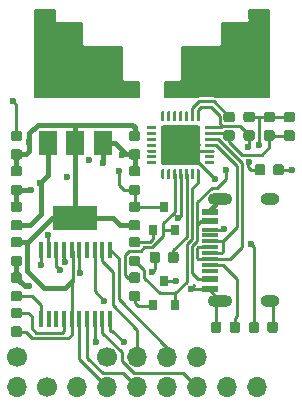
<source format=gtl>
G04 #@! TF.GenerationSoftware,KiCad,Pcbnew,5.0.2+dfsg1-1*
G04 #@! TF.CreationDate,2020-10-18T15:33:24+02:00*
G04 #@! TF.ProjectId,edgedriver,65646765-6472-4697-9665-722e6b696361,rev?*
G04 #@! TF.SameCoordinates,Original*
G04 #@! TF.FileFunction,Copper,L1,Top*
G04 #@! TF.FilePolarity,Positive*
%FSLAX46Y46*%
G04 Gerber Fmt 4.6, Leading zero omitted, Abs format (unit mm)*
G04 Created by KiCad (PCBNEW 5.0.2+dfsg1-1) date Sun 18 Oct 2020 03:33:24 PM CEST*
%MOMM*%
%LPD*%
G01*
G04 APERTURE LIST*
G04 #@! TA.AperFunction,Conductor*
%ADD10C,0.100000*%
G04 #@! TD*
G04 #@! TA.AperFunction,SMDPad,CuDef*
%ADD11C,0.875000*%
G04 #@! TD*
G04 #@! TA.AperFunction,SMDPad,CuDef*
%ADD12C,3.350000*%
G04 #@! TD*
G04 #@! TA.AperFunction,SMDPad,CuDef*
%ADD13C,0.250000*%
G04 #@! TD*
G04 #@! TA.AperFunction,ComponentPad*
%ADD14O,1.600000X1.000000*%
G04 #@! TD*
G04 #@! TA.AperFunction,ComponentPad*
%ADD15O,2.100000X1.000000*%
G04 #@! TD*
G04 #@! TA.AperFunction,SMDPad,CuDef*
%ADD16R,1.450000X0.300000*%
G04 #@! TD*
G04 #@! TA.AperFunction,SMDPad,CuDef*
%ADD17R,1.450000X0.600000*%
G04 #@! TD*
G04 #@! TA.AperFunction,SMDPad,CuDef*
%ADD18R,0.800000X0.900000*%
G04 #@! TD*
G04 #@! TA.AperFunction,ComponentPad*
%ADD19C,1.700000*%
G04 #@! TD*
G04 #@! TA.AperFunction,ComponentPad*
%ADD20O,1.700000X1.700000*%
G04 #@! TD*
G04 #@! TA.AperFunction,SMDPad,CuDef*
%ADD21R,3.800000X2.000000*%
G04 #@! TD*
G04 #@! TA.AperFunction,SMDPad,CuDef*
%ADD22R,1.500000X2.000000*%
G04 #@! TD*
G04 #@! TA.AperFunction,SMDPad,CuDef*
%ADD23R,0.450000X1.450000*%
G04 #@! TD*
G04 #@! TA.AperFunction,ViaPad*
%ADD24C,0.600000*%
G04 #@! TD*
G04 #@! TA.AperFunction,Conductor*
%ADD25C,0.250000*%
G04 #@! TD*
G04 #@! TA.AperFunction,Conductor*
%ADD26C,0.400000*%
G04 #@! TD*
G04 #@! TA.AperFunction,Conductor*
%ADD27C,0.240000*%
G04 #@! TD*
G04 #@! TA.AperFunction,Conductor*
%ADD28C,0.200000*%
G04 #@! TD*
G04 APERTURE END LIST*
D10*
G04 #@! TO.N,Net-(C1-Pad1)*
G04 #@! TO.C,R10*
G36*
X9358691Y18888947D02*
X9379926Y18885797D01*
X9400750Y18880581D01*
X9420962Y18873349D01*
X9440368Y18864170D01*
X9458781Y18853134D01*
X9476024Y18840346D01*
X9491930Y18825930D01*
X9506346Y18810024D01*
X9519134Y18792781D01*
X9530170Y18774368D01*
X9539349Y18754962D01*
X9546581Y18734750D01*
X9551797Y18713926D01*
X9554947Y18692691D01*
X9556000Y18671250D01*
X9556000Y18158750D01*
X9554947Y18137309D01*
X9551797Y18116074D01*
X9546581Y18095250D01*
X9539349Y18075038D01*
X9530170Y18055632D01*
X9519134Y18037219D01*
X9506346Y18019976D01*
X9491930Y18004070D01*
X9476024Y17989654D01*
X9458781Y17976866D01*
X9440368Y17965830D01*
X9420962Y17956651D01*
X9400750Y17949419D01*
X9379926Y17944203D01*
X9358691Y17941053D01*
X9337250Y17940000D01*
X8899750Y17940000D01*
X8878309Y17941053D01*
X8857074Y17944203D01*
X8836250Y17949419D01*
X8816038Y17956651D01*
X8796632Y17965830D01*
X8778219Y17976866D01*
X8760976Y17989654D01*
X8745070Y18004070D01*
X8730654Y18019976D01*
X8717866Y18037219D01*
X8706830Y18055632D01*
X8697651Y18075038D01*
X8690419Y18095250D01*
X8685203Y18116074D01*
X8682053Y18137309D01*
X8681000Y18158750D01*
X8681000Y18671250D01*
X8682053Y18692691D01*
X8685203Y18713926D01*
X8690419Y18734750D01*
X8697651Y18754962D01*
X8706830Y18774368D01*
X8717866Y18792781D01*
X8730654Y18810024D01*
X8745070Y18825930D01*
X8760976Y18840346D01*
X8778219Y18853134D01*
X8796632Y18864170D01*
X8816038Y18873349D01*
X8836250Y18880581D01*
X8857074Y18885797D01*
X8878309Y18888947D01*
X8899750Y18890000D01*
X9337250Y18890000D01*
X9358691Y18888947D01*
X9358691Y18888947D01*
G37*
D11*
G04 #@! TD*
G04 #@! TO.P,R10,1*
G04 #@! TO.N,Net-(C1-Pad1)*
X9118500Y18415000D03*
D10*
G04 #@! TO.N,+5V*
G04 #@! TO.C,R10*
G36*
X10933691Y18888947D02*
X10954926Y18885797D01*
X10975750Y18880581D01*
X10995962Y18873349D01*
X11015368Y18864170D01*
X11033781Y18853134D01*
X11051024Y18840346D01*
X11066930Y18825930D01*
X11081346Y18810024D01*
X11094134Y18792781D01*
X11105170Y18774368D01*
X11114349Y18754962D01*
X11121581Y18734750D01*
X11126797Y18713926D01*
X11129947Y18692691D01*
X11131000Y18671250D01*
X11131000Y18158750D01*
X11129947Y18137309D01*
X11126797Y18116074D01*
X11121581Y18095250D01*
X11114349Y18075038D01*
X11105170Y18055632D01*
X11094134Y18037219D01*
X11081346Y18019976D01*
X11066930Y18004070D01*
X11051024Y17989654D01*
X11033781Y17976866D01*
X11015368Y17965830D01*
X10995962Y17956651D01*
X10975750Y17949419D01*
X10954926Y17944203D01*
X10933691Y17941053D01*
X10912250Y17940000D01*
X10474750Y17940000D01*
X10453309Y17941053D01*
X10432074Y17944203D01*
X10411250Y17949419D01*
X10391038Y17956651D01*
X10371632Y17965830D01*
X10353219Y17976866D01*
X10335976Y17989654D01*
X10320070Y18004070D01*
X10305654Y18019976D01*
X10292866Y18037219D01*
X10281830Y18055632D01*
X10272651Y18075038D01*
X10265419Y18095250D01*
X10260203Y18116074D01*
X10257053Y18137309D01*
X10256000Y18158750D01*
X10256000Y18671250D01*
X10257053Y18692691D01*
X10260203Y18713926D01*
X10265419Y18734750D01*
X10272651Y18754962D01*
X10281830Y18774368D01*
X10292866Y18792781D01*
X10305654Y18810024D01*
X10320070Y18825930D01*
X10335976Y18840346D01*
X10353219Y18853134D01*
X10371632Y18864170D01*
X10391038Y18873349D01*
X10411250Y18880581D01*
X10432074Y18885797D01*
X10453309Y18888947D01*
X10474750Y18890000D01*
X10912250Y18890000D01*
X10933691Y18888947D01*
X10933691Y18888947D01*
G37*
D11*
G04 #@! TD*
G04 #@! TO.P,R10,2*
G04 #@! TO.N,+5V*
X10693500Y18415000D03*
D10*
G04 #@! TO.N,GND*
G04 #@! TO.C,U4*
G36*
X3849504Y22173796D02*
X3873773Y22170196D01*
X3897571Y22164235D01*
X3920671Y22155970D01*
X3942849Y22145480D01*
X3963893Y22132867D01*
X3983598Y22118253D01*
X4001777Y22101777D01*
X4018253Y22083598D01*
X4032867Y22063893D01*
X4045480Y22042849D01*
X4055970Y22020671D01*
X4064235Y21997571D01*
X4070196Y21973773D01*
X4073796Y21949504D01*
X4075000Y21925000D01*
X4075000Y19075000D01*
X4073796Y19050496D01*
X4070196Y19026227D01*
X4064235Y19002429D01*
X4055970Y18979329D01*
X4045480Y18957151D01*
X4032867Y18936107D01*
X4018253Y18916402D01*
X4001777Y18898223D01*
X3983598Y18881747D01*
X3963893Y18867133D01*
X3942849Y18854520D01*
X3920671Y18844030D01*
X3897571Y18835765D01*
X3873773Y18829804D01*
X3849504Y18826204D01*
X3825000Y18825000D01*
X975000Y18825000D01*
X950496Y18826204D01*
X926227Y18829804D01*
X902429Y18835765D01*
X879329Y18844030D01*
X857151Y18854520D01*
X836107Y18867133D01*
X816402Y18881747D01*
X798223Y18898223D01*
X781747Y18916402D01*
X767133Y18936107D01*
X754520Y18957151D01*
X744030Y18979329D01*
X735765Y19002429D01*
X729804Y19026227D01*
X726204Y19050496D01*
X725000Y19075000D01*
X725000Y21925000D01*
X726204Y21949504D01*
X729804Y21973773D01*
X735765Y21997571D01*
X744030Y22020671D01*
X754520Y22042849D01*
X767133Y22063893D01*
X781747Y22083598D01*
X798223Y22101777D01*
X816402Y22118253D01*
X836107Y22132867D01*
X857151Y22145480D01*
X879329Y22155970D01*
X902429Y22164235D01*
X926227Y22170196D01*
X950496Y22173796D01*
X975000Y22175000D01*
X3825000Y22175000D01*
X3849504Y22173796D01*
X3849504Y22173796D01*
G37*
D12*
G04 #@! TD*
G04 #@! TO.P,U4,29*
G04 #@! TO.N,GND*
X2400000Y20500000D03*
D10*
G04 #@! TO.N,Net-(U4-Pad1)*
G04 #@! TO.C,U4*
G36*
X5193626Y19124699D02*
X5199693Y19123799D01*
X5205643Y19122309D01*
X5211418Y19120242D01*
X5216962Y19117620D01*
X5222223Y19114467D01*
X5227150Y19110813D01*
X5231694Y19106694D01*
X5235813Y19102150D01*
X5239467Y19097223D01*
X5242620Y19091962D01*
X5245242Y19086418D01*
X5247309Y19080643D01*
X5248799Y19074693D01*
X5249699Y19068626D01*
X5250000Y19062500D01*
X5250000Y18937500D01*
X5249699Y18931374D01*
X5248799Y18925307D01*
X5247309Y18919357D01*
X5245242Y18913582D01*
X5242620Y18908038D01*
X5239467Y18902777D01*
X5235813Y18897850D01*
X5231694Y18893306D01*
X5227150Y18889187D01*
X5222223Y18885533D01*
X5216962Y18882380D01*
X5211418Y18879758D01*
X5205643Y18877691D01*
X5199693Y18876201D01*
X5193626Y18875301D01*
X5187500Y18875000D01*
X4512500Y18875000D01*
X4506374Y18875301D01*
X4500307Y18876201D01*
X4494357Y18877691D01*
X4488582Y18879758D01*
X4483038Y18882380D01*
X4477777Y18885533D01*
X4472850Y18889187D01*
X4468306Y18893306D01*
X4464187Y18897850D01*
X4460533Y18902777D01*
X4457380Y18908038D01*
X4454758Y18913582D01*
X4452691Y18919357D01*
X4451201Y18925307D01*
X4450301Y18931374D01*
X4450000Y18937500D01*
X4450000Y19062500D01*
X4450301Y19068626D01*
X4451201Y19074693D01*
X4452691Y19080643D01*
X4454758Y19086418D01*
X4457380Y19091962D01*
X4460533Y19097223D01*
X4464187Y19102150D01*
X4468306Y19106694D01*
X4472850Y19110813D01*
X4477777Y19114467D01*
X4483038Y19117620D01*
X4488582Y19120242D01*
X4494357Y19122309D01*
X4500307Y19123799D01*
X4506374Y19124699D01*
X4512500Y19125000D01*
X5187500Y19125000D01*
X5193626Y19124699D01*
X5193626Y19124699D01*
G37*
D13*
G04 #@! TD*
G04 #@! TO.P,U4,1*
G04 #@! TO.N,Net-(U4-Pad1)*
X4850000Y19000000D03*
D10*
G04 #@! TO.N,Net-(U4-Pad2)*
G04 #@! TO.C,U4*
G36*
X5193626Y19624699D02*
X5199693Y19623799D01*
X5205643Y19622309D01*
X5211418Y19620242D01*
X5216962Y19617620D01*
X5222223Y19614467D01*
X5227150Y19610813D01*
X5231694Y19606694D01*
X5235813Y19602150D01*
X5239467Y19597223D01*
X5242620Y19591962D01*
X5245242Y19586418D01*
X5247309Y19580643D01*
X5248799Y19574693D01*
X5249699Y19568626D01*
X5250000Y19562500D01*
X5250000Y19437500D01*
X5249699Y19431374D01*
X5248799Y19425307D01*
X5247309Y19419357D01*
X5245242Y19413582D01*
X5242620Y19408038D01*
X5239467Y19402777D01*
X5235813Y19397850D01*
X5231694Y19393306D01*
X5227150Y19389187D01*
X5222223Y19385533D01*
X5216962Y19382380D01*
X5211418Y19379758D01*
X5205643Y19377691D01*
X5199693Y19376201D01*
X5193626Y19375301D01*
X5187500Y19375000D01*
X4512500Y19375000D01*
X4506374Y19375301D01*
X4500307Y19376201D01*
X4494357Y19377691D01*
X4488582Y19379758D01*
X4483038Y19382380D01*
X4477777Y19385533D01*
X4472850Y19389187D01*
X4468306Y19393306D01*
X4464187Y19397850D01*
X4460533Y19402777D01*
X4457380Y19408038D01*
X4454758Y19413582D01*
X4452691Y19419357D01*
X4451201Y19425307D01*
X4450301Y19431374D01*
X4450000Y19437500D01*
X4450000Y19562500D01*
X4450301Y19568626D01*
X4451201Y19574693D01*
X4452691Y19580643D01*
X4454758Y19586418D01*
X4457380Y19591962D01*
X4460533Y19597223D01*
X4464187Y19602150D01*
X4468306Y19606694D01*
X4472850Y19610813D01*
X4477777Y19614467D01*
X4483038Y19617620D01*
X4488582Y19620242D01*
X4494357Y19622309D01*
X4500307Y19623799D01*
X4506374Y19624699D01*
X4512500Y19625000D01*
X5187500Y19625000D01*
X5193626Y19624699D01*
X5193626Y19624699D01*
G37*
D13*
G04 #@! TD*
G04 #@! TO.P,U4,2*
G04 #@! TO.N,Net-(U4-Pad2)*
X4850000Y19500000D03*
D10*
G04 #@! TO.N,GND*
G04 #@! TO.C,U4*
G36*
X5193626Y20124699D02*
X5199693Y20123799D01*
X5205643Y20122309D01*
X5211418Y20120242D01*
X5216962Y20117620D01*
X5222223Y20114467D01*
X5227150Y20110813D01*
X5231694Y20106694D01*
X5235813Y20102150D01*
X5239467Y20097223D01*
X5242620Y20091962D01*
X5245242Y20086418D01*
X5247309Y20080643D01*
X5248799Y20074693D01*
X5249699Y20068626D01*
X5250000Y20062500D01*
X5250000Y19937500D01*
X5249699Y19931374D01*
X5248799Y19925307D01*
X5247309Y19919357D01*
X5245242Y19913582D01*
X5242620Y19908038D01*
X5239467Y19902777D01*
X5235813Y19897850D01*
X5231694Y19893306D01*
X5227150Y19889187D01*
X5222223Y19885533D01*
X5216962Y19882380D01*
X5211418Y19879758D01*
X5205643Y19877691D01*
X5199693Y19876201D01*
X5193626Y19875301D01*
X5187500Y19875000D01*
X4512500Y19875000D01*
X4506374Y19875301D01*
X4500307Y19876201D01*
X4494357Y19877691D01*
X4488582Y19879758D01*
X4483038Y19882380D01*
X4477777Y19885533D01*
X4472850Y19889187D01*
X4468306Y19893306D01*
X4464187Y19897850D01*
X4460533Y19902777D01*
X4457380Y19908038D01*
X4454758Y19913582D01*
X4452691Y19919357D01*
X4451201Y19925307D01*
X4450301Y19931374D01*
X4450000Y19937500D01*
X4450000Y20062500D01*
X4450301Y20068626D01*
X4451201Y20074693D01*
X4452691Y20080643D01*
X4454758Y20086418D01*
X4457380Y20091962D01*
X4460533Y20097223D01*
X4464187Y20102150D01*
X4468306Y20106694D01*
X4472850Y20110813D01*
X4477777Y20114467D01*
X4483038Y20117620D01*
X4488582Y20120242D01*
X4494357Y20122309D01*
X4500307Y20123799D01*
X4506374Y20124699D01*
X4512500Y20125000D01*
X5187500Y20125000D01*
X5193626Y20124699D01*
X5193626Y20124699D01*
G37*
D13*
G04 #@! TD*
G04 #@! TO.P,U4,3*
G04 #@! TO.N,GND*
X4850000Y20000000D03*
D10*
G04 #@! TO.N,Net-(J2-PadA6)*
G04 #@! TO.C,U4*
G36*
X5193626Y20624699D02*
X5199693Y20623799D01*
X5205643Y20622309D01*
X5211418Y20620242D01*
X5216962Y20617620D01*
X5222223Y20614467D01*
X5227150Y20610813D01*
X5231694Y20606694D01*
X5235813Y20602150D01*
X5239467Y20597223D01*
X5242620Y20591962D01*
X5245242Y20586418D01*
X5247309Y20580643D01*
X5248799Y20574693D01*
X5249699Y20568626D01*
X5250000Y20562500D01*
X5250000Y20437500D01*
X5249699Y20431374D01*
X5248799Y20425307D01*
X5247309Y20419357D01*
X5245242Y20413582D01*
X5242620Y20408038D01*
X5239467Y20402777D01*
X5235813Y20397850D01*
X5231694Y20393306D01*
X5227150Y20389187D01*
X5222223Y20385533D01*
X5216962Y20382380D01*
X5211418Y20379758D01*
X5205643Y20377691D01*
X5199693Y20376201D01*
X5193626Y20375301D01*
X5187500Y20375000D01*
X4512500Y20375000D01*
X4506374Y20375301D01*
X4500307Y20376201D01*
X4494357Y20377691D01*
X4488582Y20379758D01*
X4483038Y20382380D01*
X4477777Y20385533D01*
X4472850Y20389187D01*
X4468306Y20393306D01*
X4464187Y20397850D01*
X4460533Y20402777D01*
X4457380Y20408038D01*
X4454758Y20413582D01*
X4452691Y20419357D01*
X4451201Y20425307D01*
X4450301Y20431374D01*
X4450000Y20437500D01*
X4450000Y20562500D01*
X4450301Y20568626D01*
X4451201Y20574693D01*
X4452691Y20580643D01*
X4454758Y20586418D01*
X4457380Y20591962D01*
X4460533Y20597223D01*
X4464187Y20602150D01*
X4468306Y20606694D01*
X4472850Y20610813D01*
X4477777Y20614467D01*
X4483038Y20617620D01*
X4488582Y20620242D01*
X4494357Y20622309D01*
X4500307Y20623799D01*
X4506374Y20624699D01*
X4512500Y20625000D01*
X5187500Y20625000D01*
X5193626Y20624699D01*
X5193626Y20624699D01*
G37*
D13*
G04 #@! TD*
G04 #@! TO.P,U4,4*
G04 #@! TO.N,Net-(J2-PadA6)*
X4850000Y20500000D03*
D10*
G04 #@! TO.N,Net-(J2-PadA7)*
G04 #@! TO.C,U4*
G36*
X5193626Y21124699D02*
X5199693Y21123799D01*
X5205643Y21122309D01*
X5211418Y21120242D01*
X5216962Y21117620D01*
X5222223Y21114467D01*
X5227150Y21110813D01*
X5231694Y21106694D01*
X5235813Y21102150D01*
X5239467Y21097223D01*
X5242620Y21091962D01*
X5245242Y21086418D01*
X5247309Y21080643D01*
X5248799Y21074693D01*
X5249699Y21068626D01*
X5250000Y21062500D01*
X5250000Y20937500D01*
X5249699Y20931374D01*
X5248799Y20925307D01*
X5247309Y20919357D01*
X5245242Y20913582D01*
X5242620Y20908038D01*
X5239467Y20902777D01*
X5235813Y20897850D01*
X5231694Y20893306D01*
X5227150Y20889187D01*
X5222223Y20885533D01*
X5216962Y20882380D01*
X5211418Y20879758D01*
X5205643Y20877691D01*
X5199693Y20876201D01*
X5193626Y20875301D01*
X5187500Y20875000D01*
X4512500Y20875000D01*
X4506374Y20875301D01*
X4500307Y20876201D01*
X4494357Y20877691D01*
X4488582Y20879758D01*
X4483038Y20882380D01*
X4477777Y20885533D01*
X4472850Y20889187D01*
X4468306Y20893306D01*
X4464187Y20897850D01*
X4460533Y20902777D01*
X4457380Y20908038D01*
X4454758Y20913582D01*
X4452691Y20919357D01*
X4451201Y20925307D01*
X4450301Y20931374D01*
X4450000Y20937500D01*
X4450000Y21062500D01*
X4450301Y21068626D01*
X4451201Y21074693D01*
X4452691Y21080643D01*
X4454758Y21086418D01*
X4457380Y21091962D01*
X4460533Y21097223D01*
X4464187Y21102150D01*
X4468306Y21106694D01*
X4472850Y21110813D01*
X4477777Y21114467D01*
X4483038Y21117620D01*
X4488582Y21120242D01*
X4494357Y21122309D01*
X4500307Y21123799D01*
X4506374Y21124699D01*
X4512500Y21125000D01*
X5187500Y21125000D01*
X5193626Y21124699D01*
X5193626Y21124699D01*
G37*
D13*
G04 #@! TD*
G04 #@! TO.P,U4,5*
G04 #@! TO.N,Net-(J2-PadA7)*
X4850000Y21000000D03*
D10*
G04 #@! TO.N,VIO*
G04 #@! TO.C,U4*
G36*
X5193626Y21624699D02*
X5199693Y21623799D01*
X5205643Y21622309D01*
X5211418Y21620242D01*
X5216962Y21617620D01*
X5222223Y21614467D01*
X5227150Y21610813D01*
X5231694Y21606694D01*
X5235813Y21602150D01*
X5239467Y21597223D01*
X5242620Y21591962D01*
X5245242Y21586418D01*
X5247309Y21580643D01*
X5248799Y21574693D01*
X5249699Y21568626D01*
X5250000Y21562500D01*
X5250000Y21437500D01*
X5249699Y21431374D01*
X5248799Y21425307D01*
X5247309Y21419357D01*
X5245242Y21413582D01*
X5242620Y21408038D01*
X5239467Y21402777D01*
X5235813Y21397850D01*
X5231694Y21393306D01*
X5227150Y21389187D01*
X5222223Y21385533D01*
X5216962Y21382380D01*
X5211418Y21379758D01*
X5205643Y21377691D01*
X5199693Y21376201D01*
X5193626Y21375301D01*
X5187500Y21375000D01*
X4512500Y21375000D01*
X4506374Y21375301D01*
X4500307Y21376201D01*
X4494357Y21377691D01*
X4488582Y21379758D01*
X4483038Y21382380D01*
X4477777Y21385533D01*
X4472850Y21389187D01*
X4468306Y21393306D01*
X4464187Y21397850D01*
X4460533Y21402777D01*
X4457380Y21408038D01*
X4454758Y21413582D01*
X4452691Y21419357D01*
X4451201Y21425307D01*
X4450301Y21431374D01*
X4450000Y21437500D01*
X4450000Y21562500D01*
X4450301Y21568626D01*
X4451201Y21574693D01*
X4452691Y21580643D01*
X4454758Y21586418D01*
X4457380Y21591962D01*
X4460533Y21597223D01*
X4464187Y21602150D01*
X4468306Y21606694D01*
X4472850Y21610813D01*
X4477777Y21614467D01*
X4483038Y21617620D01*
X4488582Y21620242D01*
X4494357Y21622309D01*
X4500307Y21623799D01*
X4506374Y21624699D01*
X4512500Y21625000D01*
X5187500Y21625000D01*
X5193626Y21624699D01*
X5193626Y21624699D01*
G37*
D13*
G04 #@! TD*
G04 #@! TO.P,U4,6*
G04 #@! TO.N,VIO*
X4850000Y21500000D03*
D10*
G04 #@! TO.N,Net-(C1-Pad1)*
G04 #@! TO.C,U4*
G36*
X5193626Y22124699D02*
X5199693Y22123799D01*
X5205643Y22122309D01*
X5211418Y22120242D01*
X5216962Y22117620D01*
X5222223Y22114467D01*
X5227150Y22110813D01*
X5231694Y22106694D01*
X5235813Y22102150D01*
X5239467Y22097223D01*
X5242620Y22091962D01*
X5245242Y22086418D01*
X5247309Y22080643D01*
X5248799Y22074693D01*
X5249699Y22068626D01*
X5250000Y22062500D01*
X5250000Y21937500D01*
X5249699Y21931374D01*
X5248799Y21925307D01*
X5247309Y21919357D01*
X5245242Y21913582D01*
X5242620Y21908038D01*
X5239467Y21902777D01*
X5235813Y21897850D01*
X5231694Y21893306D01*
X5227150Y21889187D01*
X5222223Y21885533D01*
X5216962Y21882380D01*
X5211418Y21879758D01*
X5205643Y21877691D01*
X5199693Y21876201D01*
X5193626Y21875301D01*
X5187500Y21875000D01*
X4512500Y21875000D01*
X4506374Y21875301D01*
X4500307Y21876201D01*
X4494357Y21877691D01*
X4488582Y21879758D01*
X4483038Y21882380D01*
X4477777Y21885533D01*
X4472850Y21889187D01*
X4468306Y21893306D01*
X4464187Y21897850D01*
X4460533Y21902777D01*
X4457380Y21908038D01*
X4454758Y21913582D01*
X4452691Y21919357D01*
X4451201Y21925307D01*
X4450301Y21931374D01*
X4450000Y21937500D01*
X4450000Y22062500D01*
X4450301Y22068626D01*
X4451201Y22074693D01*
X4452691Y22080643D01*
X4454758Y22086418D01*
X4457380Y22091962D01*
X4460533Y22097223D01*
X4464187Y22102150D01*
X4468306Y22106694D01*
X4472850Y22110813D01*
X4477777Y22114467D01*
X4483038Y22117620D01*
X4488582Y22120242D01*
X4494357Y22122309D01*
X4500307Y22123799D01*
X4506374Y22124699D01*
X4512500Y22125000D01*
X5187500Y22125000D01*
X5193626Y22124699D01*
X5193626Y22124699D01*
G37*
D13*
G04 #@! TD*
G04 #@! TO.P,U4,7*
G04 #@! TO.N,Net-(C1-Pad1)*
X4850000Y22000000D03*
D10*
G04 #@! TO.N,Net-(C1-Pad1)*
G04 #@! TO.C,U4*
G36*
X3968626Y23349699D02*
X3974693Y23348799D01*
X3980643Y23347309D01*
X3986418Y23345242D01*
X3991962Y23342620D01*
X3997223Y23339467D01*
X4002150Y23335813D01*
X4006694Y23331694D01*
X4010813Y23327150D01*
X4014467Y23322223D01*
X4017620Y23316962D01*
X4020242Y23311418D01*
X4022309Y23305643D01*
X4023799Y23299693D01*
X4024699Y23293626D01*
X4025000Y23287500D01*
X4025000Y22612500D01*
X4024699Y22606374D01*
X4023799Y22600307D01*
X4022309Y22594357D01*
X4020242Y22588582D01*
X4017620Y22583038D01*
X4014467Y22577777D01*
X4010813Y22572850D01*
X4006694Y22568306D01*
X4002150Y22564187D01*
X3997223Y22560533D01*
X3991962Y22557380D01*
X3986418Y22554758D01*
X3980643Y22552691D01*
X3974693Y22551201D01*
X3968626Y22550301D01*
X3962500Y22550000D01*
X3837500Y22550000D01*
X3831374Y22550301D01*
X3825307Y22551201D01*
X3819357Y22552691D01*
X3813582Y22554758D01*
X3808038Y22557380D01*
X3802777Y22560533D01*
X3797850Y22564187D01*
X3793306Y22568306D01*
X3789187Y22572850D01*
X3785533Y22577777D01*
X3782380Y22583038D01*
X3779758Y22588582D01*
X3777691Y22594357D01*
X3776201Y22600307D01*
X3775301Y22606374D01*
X3775000Y22612500D01*
X3775000Y23287500D01*
X3775301Y23293626D01*
X3776201Y23299693D01*
X3777691Y23305643D01*
X3779758Y23311418D01*
X3782380Y23316962D01*
X3785533Y23322223D01*
X3789187Y23327150D01*
X3793306Y23331694D01*
X3797850Y23335813D01*
X3802777Y23339467D01*
X3808038Y23342620D01*
X3813582Y23345242D01*
X3819357Y23347309D01*
X3825307Y23348799D01*
X3831374Y23349699D01*
X3837500Y23350000D01*
X3962500Y23350000D01*
X3968626Y23349699D01*
X3968626Y23349699D01*
G37*
D13*
G04 #@! TD*
G04 #@! TO.P,U4,8*
G04 #@! TO.N,Net-(C1-Pad1)*
X3900000Y22950000D03*
D10*
G04 #@! TO.N,Net-(R2-Pad2)*
G04 #@! TO.C,U4*
G36*
X3468626Y23349699D02*
X3474693Y23348799D01*
X3480643Y23347309D01*
X3486418Y23345242D01*
X3491962Y23342620D01*
X3497223Y23339467D01*
X3502150Y23335813D01*
X3506694Y23331694D01*
X3510813Y23327150D01*
X3514467Y23322223D01*
X3517620Y23316962D01*
X3520242Y23311418D01*
X3522309Y23305643D01*
X3523799Y23299693D01*
X3524699Y23293626D01*
X3525000Y23287500D01*
X3525000Y22612500D01*
X3524699Y22606374D01*
X3523799Y22600307D01*
X3522309Y22594357D01*
X3520242Y22588582D01*
X3517620Y22583038D01*
X3514467Y22577777D01*
X3510813Y22572850D01*
X3506694Y22568306D01*
X3502150Y22564187D01*
X3497223Y22560533D01*
X3491962Y22557380D01*
X3486418Y22554758D01*
X3480643Y22552691D01*
X3474693Y22551201D01*
X3468626Y22550301D01*
X3462500Y22550000D01*
X3337500Y22550000D01*
X3331374Y22550301D01*
X3325307Y22551201D01*
X3319357Y22552691D01*
X3313582Y22554758D01*
X3308038Y22557380D01*
X3302777Y22560533D01*
X3297850Y22564187D01*
X3293306Y22568306D01*
X3289187Y22572850D01*
X3285533Y22577777D01*
X3282380Y22583038D01*
X3279758Y22588582D01*
X3277691Y22594357D01*
X3276201Y22600307D01*
X3275301Y22606374D01*
X3275000Y22612500D01*
X3275000Y23287500D01*
X3275301Y23293626D01*
X3276201Y23299693D01*
X3277691Y23305643D01*
X3279758Y23311418D01*
X3282380Y23316962D01*
X3285533Y23322223D01*
X3289187Y23327150D01*
X3293306Y23331694D01*
X3297850Y23335813D01*
X3302777Y23339467D01*
X3308038Y23342620D01*
X3313582Y23345242D01*
X3319357Y23347309D01*
X3325307Y23348799D01*
X3331374Y23349699D01*
X3337500Y23350000D01*
X3462500Y23350000D01*
X3468626Y23349699D01*
X3468626Y23349699D01*
G37*
D13*
G04 #@! TD*
G04 #@! TO.P,U4,9*
G04 #@! TO.N,Net-(R2-Pad2)*
X3400000Y22950000D03*
D10*
G04 #@! TO.N,Net-(U4-Pad10)*
G04 #@! TO.C,U4*
G36*
X2968626Y23349699D02*
X2974693Y23348799D01*
X2980643Y23347309D01*
X2986418Y23345242D01*
X2991962Y23342620D01*
X2997223Y23339467D01*
X3002150Y23335813D01*
X3006694Y23331694D01*
X3010813Y23327150D01*
X3014467Y23322223D01*
X3017620Y23316962D01*
X3020242Y23311418D01*
X3022309Y23305643D01*
X3023799Y23299693D01*
X3024699Y23293626D01*
X3025000Y23287500D01*
X3025000Y22612500D01*
X3024699Y22606374D01*
X3023799Y22600307D01*
X3022309Y22594357D01*
X3020242Y22588582D01*
X3017620Y22583038D01*
X3014467Y22577777D01*
X3010813Y22572850D01*
X3006694Y22568306D01*
X3002150Y22564187D01*
X2997223Y22560533D01*
X2991962Y22557380D01*
X2986418Y22554758D01*
X2980643Y22552691D01*
X2974693Y22551201D01*
X2968626Y22550301D01*
X2962500Y22550000D01*
X2837500Y22550000D01*
X2831374Y22550301D01*
X2825307Y22551201D01*
X2819357Y22552691D01*
X2813582Y22554758D01*
X2808038Y22557380D01*
X2802777Y22560533D01*
X2797850Y22564187D01*
X2793306Y22568306D01*
X2789187Y22572850D01*
X2785533Y22577777D01*
X2782380Y22583038D01*
X2779758Y22588582D01*
X2777691Y22594357D01*
X2776201Y22600307D01*
X2775301Y22606374D01*
X2775000Y22612500D01*
X2775000Y23287500D01*
X2775301Y23293626D01*
X2776201Y23299693D01*
X2777691Y23305643D01*
X2779758Y23311418D01*
X2782380Y23316962D01*
X2785533Y23322223D01*
X2789187Y23327150D01*
X2793306Y23331694D01*
X2797850Y23335813D01*
X2802777Y23339467D01*
X2808038Y23342620D01*
X2813582Y23345242D01*
X2819357Y23347309D01*
X2825307Y23348799D01*
X2831374Y23349699D01*
X2837500Y23350000D01*
X2962500Y23350000D01*
X2968626Y23349699D01*
X2968626Y23349699D01*
G37*
D13*
G04 #@! TD*
G04 #@! TO.P,U4,10*
G04 #@! TO.N,Net-(U4-Pad10)*
X2900000Y22950000D03*
D10*
G04 #@! TO.N,Net-(U4-Pad11)*
G04 #@! TO.C,U4*
G36*
X2468626Y23349699D02*
X2474693Y23348799D01*
X2480643Y23347309D01*
X2486418Y23345242D01*
X2491962Y23342620D01*
X2497223Y23339467D01*
X2502150Y23335813D01*
X2506694Y23331694D01*
X2510813Y23327150D01*
X2514467Y23322223D01*
X2517620Y23316962D01*
X2520242Y23311418D01*
X2522309Y23305643D01*
X2523799Y23299693D01*
X2524699Y23293626D01*
X2525000Y23287500D01*
X2525000Y22612500D01*
X2524699Y22606374D01*
X2523799Y22600307D01*
X2522309Y22594357D01*
X2520242Y22588582D01*
X2517620Y22583038D01*
X2514467Y22577777D01*
X2510813Y22572850D01*
X2506694Y22568306D01*
X2502150Y22564187D01*
X2497223Y22560533D01*
X2491962Y22557380D01*
X2486418Y22554758D01*
X2480643Y22552691D01*
X2474693Y22551201D01*
X2468626Y22550301D01*
X2462500Y22550000D01*
X2337500Y22550000D01*
X2331374Y22550301D01*
X2325307Y22551201D01*
X2319357Y22552691D01*
X2313582Y22554758D01*
X2308038Y22557380D01*
X2302777Y22560533D01*
X2297850Y22564187D01*
X2293306Y22568306D01*
X2289187Y22572850D01*
X2285533Y22577777D01*
X2282380Y22583038D01*
X2279758Y22588582D01*
X2277691Y22594357D01*
X2276201Y22600307D01*
X2275301Y22606374D01*
X2275000Y22612500D01*
X2275000Y23287500D01*
X2275301Y23293626D01*
X2276201Y23299693D01*
X2277691Y23305643D01*
X2279758Y23311418D01*
X2282380Y23316962D01*
X2285533Y23322223D01*
X2289187Y23327150D01*
X2293306Y23331694D01*
X2297850Y23335813D01*
X2302777Y23339467D01*
X2308038Y23342620D01*
X2313582Y23345242D01*
X2319357Y23347309D01*
X2325307Y23348799D01*
X2331374Y23349699D01*
X2337500Y23350000D01*
X2462500Y23350000D01*
X2468626Y23349699D01*
X2468626Y23349699D01*
G37*
D13*
G04 #@! TD*
G04 #@! TO.P,U4,11*
G04 #@! TO.N,Net-(U4-Pad11)*
X2400000Y22950000D03*
D10*
G04 #@! TO.N,Net-(U4-Pad12)*
G04 #@! TO.C,U4*
G36*
X1968626Y23349699D02*
X1974693Y23348799D01*
X1980643Y23347309D01*
X1986418Y23345242D01*
X1991962Y23342620D01*
X1997223Y23339467D01*
X2002150Y23335813D01*
X2006694Y23331694D01*
X2010813Y23327150D01*
X2014467Y23322223D01*
X2017620Y23316962D01*
X2020242Y23311418D01*
X2022309Y23305643D01*
X2023799Y23299693D01*
X2024699Y23293626D01*
X2025000Y23287500D01*
X2025000Y22612500D01*
X2024699Y22606374D01*
X2023799Y22600307D01*
X2022309Y22594357D01*
X2020242Y22588582D01*
X2017620Y22583038D01*
X2014467Y22577777D01*
X2010813Y22572850D01*
X2006694Y22568306D01*
X2002150Y22564187D01*
X1997223Y22560533D01*
X1991962Y22557380D01*
X1986418Y22554758D01*
X1980643Y22552691D01*
X1974693Y22551201D01*
X1968626Y22550301D01*
X1962500Y22550000D01*
X1837500Y22550000D01*
X1831374Y22550301D01*
X1825307Y22551201D01*
X1819357Y22552691D01*
X1813582Y22554758D01*
X1808038Y22557380D01*
X1802777Y22560533D01*
X1797850Y22564187D01*
X1793306Y22568306D01*
X1789187Y22572850D01*
X1785533Y22577777D01*
X1782380Y22583038D01*
X1779758Y22588582D01*
X1777691Y22594357D01*
X1776201Y22600307D01*
X1775301Y22606374D01*
X1775000Y22612500D01*
X1775000Y23287500D01*
X1775301Y23293626D01*
X1776201Y23299693D01*
X1777691Y23305643D01*
X1779758Y23311418D01*
X1782380Y23316962D01*
X1785533Y23322223D01*
X1789187Y23327150D01*
X1793306Y23331694D01*
X1797850Y23335813D01*
X1802777Y23339467D01*
X1808038Y23342620D01*
X1813582Y23345242D01*
X1819357Y23347309D01*
X1825307Y23348799D01*
X1831374Y23349699D01*
X1837500Y23350000D01*
X1962500Y23350000D01*
X1968626Y23349699D01*
X1968626Y23349699D01*
G37*
D13*
G04 #@! TD*
G04 #@! TO.P,U4,12*
G04 #@! TO.N,Net-(U4-Pad12)*
X1900000Y22950000D03*
D10*
G04 #@! TO.N,Net-(U4-Pad13)*
G04 #@! TO.C,U4*
G36*
X1468626Y23349699D02*
X1474693Y23348799D01*
X1480643Y23347309D01*
X1486418Y23345242D01*
X1491962Y23342620D01*
X1497223Y23339467D01*
X1502150Y23335813D01*
X1506694Y23331694D01*
X1510813Y23327150D01*
X1514467Y23322223D01*
X1517620Y23316962D01*
X1520242Y23311418D01*
X1522309Y23305643D01*
X1523799Y23299693D01*
X1524699Y23293626D01*
X1525000Y23287500D01*
X1525000Y22612500D01*
X1524699Y22606374D01*
X1523799Y22600307D01*
X1522309Y22594357D01*
X1520242Y22588582D01*
X1517620Y22583038D01*
X1514467Y22577777D01*
X1510813Y22572850D01*
X1506694Y22568306D01*
X1502150Y22564187D01*
X1497223Y22560533D01*
X1491962Y22557380D01*
X1486418Y22554758D01*
X1480643Y22552691D01*
X1474693Y22551201D01*
X1468626Y22550301D01*
X1462500Y22550000D01*
X1337500Y22550000D01*
X1331374Y22550301D01*
X1325307Y22551201D01*
X1319357Y22552691D01*
X1313582Y22554758D01*
X1308038Y22557380D01*
X1302777Y22560533D01*
X1297850Y22564187D01*
X1293306Y22568306D01*
X1289187Y22572850D01*
X1285533Y22577777D01*
X1282380Y22583038D01*
X1279758Y22588582D01*
X1277691Y22594357D01*
X1276201Y22600307D01*
X1275301Y22606374D01*
X1275000Y22612500D01*
X1275000Y23287500D01*
X1275301Y23293626D01*
X1276201Y23299693D01*
X1277691Y23305643D01*
X1279758Y23311418D01*
X1282380Y23316962D01*
X1285533Y23322223D01*
X1289187Y23327150D01*
X1293306Y23331694D01*
X1297850Y23335813D01*
X1302777Y23339467D01*
X1308038Y23342620D01*
X1313582Y23345242D01*
X1319357Y23347309D01*
X1325307Y23348799D01*
X1331374Y23349699D01*
X1337500Y23350000D01*
X1462500Y23350000D01*
X1468626Y23349699D01*
X1468626Y23349699D01*
G37*
D13*
G04 #@! TD*
G04 #@! TO.P,U4,13*
G04 #@! TO.N,Net-(U4-Pad13)*
X1400000Y22950000D03*
D10*
G04 #@! TO.N,Net-(U4-Pad14)*
G04 #@! TO.C,U4*
G36*
X968626Y23349699D02*
X974693Y23348799D01*
X980643Y23347309D01*
X986418Y23345242D01*
X991962Y23342620D01*
X997223Y23339467D01*
X1002150Y23335813D01*
X1006694Y23331694D01*
X1010813Y23327150D01*
X1014467Y23322223D01*
X1017620Y23316962D01*
X1020242Y23311418D01*
X1022309Y23305643D01*
X1023799Y23299693D01*
X1024699Y23293626D01*
X1025000Y23287500D01*
X1025000Y22612500D01*
X1024699Y22606374D01*
X1023799Y22600307D01*
X1022309Y22594357D01*
X1020242Y22588582D01*
X1017620Y22583038D01*
X1014467Y22577777D01*
X1010813Y22572850D01*
X1006694Y22568306D01*
X1002150Y22564187D01*
X997223Y22560533D01*
X991962Y22557380D01*
X986418Y22554758D01*
X980643Y22552691D01*
X974693Y22551201D01*
X968626Y22550301D01*
X962500Y22550000D01*
X837500Y22550000D01*
X831374Y22550301D01*
X825307Y22551201D01*
X819357Y22552691D01*
X813582Y22554758D01*
X808038Y22557380D01*
X802777Y22560533D01*
X797850Y22564187D01*
X793306Y22568306D01*
X789187Y22572850D01*
X785533Y22577777D01*
X782380Y22583038D01*
X779758Y22588582D01*
X777691Y22594357D01*
X776201Y22600307D01*
X775301Y22606374D01*
X775000Y22612500D01*
X775000Y23287500D01*
X775301Y23293626D01*
X776201Y23299693D01*
X777691Y23305643D01*
X779758Y23311418D01*
X782380Y23316962D01*
X785533Y23322223D01*
X789187Y23327150D01*
X793306Y23331694D01*
X797850Y23335813D01*
X802777Y23339467D01*
X808038Y23342620D01*
X813582Y23345242D01*
X819357Y23347309D01*
X825307Y23348799D01*
X831374Y23349699D01*
X837500Y23350000D01*
X962500Y23350000D01*
X968626Y23349699D01*
X968626Y23349699D01*
G37*
D13*
G04 #@! TD*
G04 #@! TO.P,U4,14*
G04 #@! TO.N,Net-(U4-Pad14)*
X900000Y22950000D03*
D10*
G04 #@! TO.N,Net-(U4-Pad15)*
G04 #@! TO.C,U4*
G36*
X293626Y22124699D02*
X299693Y22123799D01*
X305643Y22122309D01*
X311418Y22120242D01*
X316962Y22117620D01*
X322223Y22114467D01*
X327150Y22110813D01*
X331694Y22106694D01*
X335813Y22102150D01*
X339467Y22097223D01*
X342620Y22091962D01*
X345242Y22086418D01*
X347309Y22080643D01*
X348799Y22074693D01*
X349699Y22068626D01*
X350000Y22062500D01*
X350000Y21937500D01*
X349699Y21931374D01*
X348799Y21925307D01*
X347309Y21919357D01*
X345242Y21913582D01*
X342620Y21908038D01*
X339467Y21902777D01*
X335813Y21897850D01*
X331694Y21893306D01*
X327150Y21889187D01*
X322223Y21885533D01*
X316962Y21882380D01*
X311418Y21879758D01*
X305643Y21877691D01*
X299693Y21876201D01*
X293626Y21875301D01*
X287500Y21875000D01*
X-387500Y21875000D01*
X-393626Y21875301D01*
X-399693Y21876201D01*
X-405643Y21877691D01*
X-411418Y21879758D01*
X-416962Y21882380D01*
X-422223Y21885533D01*
X-427150Y21889187D01*
X-431694Y21893306D01*
X-435813Y21897850D01*
X-439467Y21902777D01*
X-442620Y21908038D01*
X-445242Y21913582D01*
X-447309Y21919357D01*
X-448799Y21925307D01*
X-449699Y21931374D01*
X-450000Y21937500D01*
X-450000Y22062500D01*
X-449699Y22068626D01*
X-448799Y22074693D01*
X-447309Y22080643D01*
X-445242Y22086418D01*
X-442620Y22091962D01*
X-439467Y22097223D01*
X-435813Y22102150D01*
X-431694Y22106694D01*
X-427150Y22110813D01*
X-422223Y22114467D01*
X-416962Y22117620D01*
X-411418Y22120242D01*
X-405643Y22122309D01*
X-399693Y22123799D01*
X-393626Y22124699D01*
X-387500Y22125000D01*
X287500Y22125000D01*
X293626Y22124699D01*
X293626Y22124699D01*
G37*
D13*
G04 #@! TD*
G04 #@! TO.P,U4,15*
G04 #@! TO.N,Net-(U4-Pad15)*
X-50000Y22000000D03*
D10*
G04 #@! TO.N,Net-(U4-Pad16)*
G04 #@! TO.C,U4*
G36*
X293626Y21624699D02*
X299693Y21623799D01*
X305643Y21622309D01*
X311418Y21620242D01*
X316962Y21617620D01*
X322223Y21614467D01*
X327150Y21610813D01*
X331694Y21606694D01*
X335813Y21602150D01*
X339467Y21597223D01*
X342620Y21591962D01*
X345242Y21586418D01*
X347309Y21580643D01*
X348799Y21574693D01*
X349699Y21568626D01*
X350000Y21562500D01*
X350000Y21437500D01*
X349699Y21431374D01*
X348799Y21425307D01*
X347309Y21419357D01*
X345242Y21413582D01*
X342620Y21408038D01*
X339467Y21402777D01*
X335813Y21397850D01*
X331694Y21393306D01*
X327150Y21389187D01*
X322223Y21385533D01*
X316962Y21382380D01*
X311418Y21379758D01*
X305643Y21377691D01*
X299693Y21376201D01*
X293626Y21375301D01*
X287500Y21375000D01*
X-387500Y21375000D01*
X-393626Y21375301D01*
X-399693Y21376201D01*
X-405643Y21377691D01*
X-411418Y21379758D01*
X-416962Y21382380D01*
X-422223Y21385533D01*
X-427150Y21389187D01*
X-431694Y21393306D01*
X-435813Y21397850D01*
X-439467Y21402777D01*
X-442620Y21408038D01*
X-445242Y21413582D01*
X-447309Y21419357D01*
X-448799Y21425307D01*
X-449699Y21431374D01*
X-450000Y21437500D01*
X-450000Y21562500D01*
X-449699Y21568626D01*
X-448799Y21574693D01*
X-447309Y21580643D01*
X-445242Y21586418D01*
X-442620Y21591962D01*
X-439467Y21597223D01*
X-435813Y21602150D01*
X-431694Y21606694D01*
X-427150Y21610813D01*
X-422223Y21614467D01*
X-416962Y21617620D01*
X-411418Y21620242D01*
X-405643Y21622309D01*
X-399693Y21623799D01*
X-393626Y21624699D01*
X-387500Y21625000D01*
X287500Y21625000D01*
X293626Y21624699D01*
X293626Y21624699D01*
G37*
D13*
G04 #@! TD*
G04 #@! TO.P,U4,16*
G04 #@! TO.N,Net-(U4-Pad16)*
X-50000Y21500000D03*
D10*
G04 #@! TO.N,Net-(U4-Pad17)*
G04 #@! TO.C,U4*
G36*
X293626Y21124699D02*
X299693Y21123799D01*
X305643Y21122309D01*
X311418Y21120242D01*
X316962Y21117620D01*
X322223Y21114467D01*
X327150Y21110813D01*
X331694Y21106694D01*
X335813Y21102150D01*
X339467Y21097223D01*
X342620Y21091962D01*
X345242Y21086418D01*
X347309Y21080643D01*
X348799Y21074693D01*
X349699Y21068626D01*
X350000Y21062500D01*
X350000Y20937500D01*
X349699Y20931374D01*
X348799Y20925307D01*
X347309Y20919357D01*
X345242Y20913582D01*
X342620Y20908038D01*
X339467Y20902777D01*
X335813Y20897850D01*
X331694Y20893306D01*
X327150Y20889187D01*
X322223Y20885533D01*
X316962Y20882380D01*
X311418Y20879758D01*
X305643Y20877691D01*
X299693Y20876201D01*
X293626Y20875301D01*
X287500Y20875000D01*
X-387500Y20875000D01*
X-393626Y20875301D01*
X-399693Y20876201D01*
X-405643Y20877691D01*
X-411418Y20879758D01*
X-416962Y20882380D01*
X-422223Y20885533D01*
X-427150Y20889187D01*
X-431694Y20893306D01*
X-435813Y20897850D01*
X-439467Y20902777D01*
X-442620Y20908038D01*
X-445242Y20913582D01*
X-447309Y20919357D01*
X-448799Y20925307D01*
X-449699Y20931374D01*
X-450000Y20937500D01*
X-450000Y21062500D01*
X-449699Y21068626D01*
X-448799Y21074693D01*
X-447309Y21080643D01*
X-445242Y21086418D01*
X-442620Y21091962D01*
X-439467Y21097223D01*
X-435813Y21102150D01*
X-431694Y21106694D01*
X-427150Y21110813D01*
X-422223Y21114467D01*
X-416962Y21117620D01*
X-411418Y21120242D01*
X-405643Y21122309D01*
X-399693Y21123799D01*
X-393626Y21124699D01*
X-387500Y21125000D01*
X287500Y21125000D01*
X293626Y21124699D01*
X293626Y21124699D01*
G37*
D13*
G04 #@! TD*
G04 #@! TO.P,U4,17*
G04 #@! TO.N,Net-(U4-Pad17)*
X-50000Y21000000D03*
D10*
G04 #@! TO.N,Net-(U4-Pad18)*
G04 #@! TO.C,U4*
G36*
X293626Y20624699D02*
X299693Y20623799D01*
X305643Y20622309D01*
X311418Y20620242D01*
X316962Y20617620D01*
X322223Y20614467D01*
X327150Y20610813D01*
X331694Y20606694D01*
X335813Y20602150D01*
X339467Y20597223D01*
X342620Y20591962D01*
X345242Y20586418D01*
X347309Y20580643D01*
X348799Y20574693D01*
X349699Y20568626D01*
X350000Y20562500D01*
X350000Y20437500D01*
X349699Y20431374D01*
X348799Y20425307D01*
X347309Y20419357D01*
X345242Y20413582D01*
X342620Y20408038D01*
X339467Y20402777D01*
X335813Y20397850D01*
X331694Y20393306D01*
X327150Y20389187D01*
X322223Y20385533D01*
X316962Y20382380D01*
X311418Y20379758D01*
X305643Y20377691D01*
X299693Y20376201D01*
X293626Y20375301D01*
X287500Y20375000D01*
X-387500Y20375000D01*
X-393626Y20375301D01*
X-399693Y20376201D01*
X-405643Y20377691D01*
X-411418Y20379758D01*
X-416962Y20382380D01*
X-422223Y20385533D01*
X-427150Y20389187D01*
X-431694Y20393306D01*
X-435813Y20397850D01*
X-439467Y20402777D01*
X-442620Y20408038D01*
X-445242Y20413582D01*
X-447309Y20419357D01*
X-448799Y20425307D01*
X-449699Y20431374D01*
X-450000Y20437500D01*
X-450000Y20562500D01*
X-449699Y20568626D01*
X-448799Y20574693D01*
X-447309Y20580643D01*
X-445242Y20586418D01*
X-442620Y20591962D01*
X-439467Y20597223D01*
X-435813Y20602150D01*
X-431694Y20606694D01*
X-427150Y20610813D01*
X-422223Y20614467D01*
X-416962Y20617620D01*
X-411418Y20620242D01*
X-405643Y20622309D01*
X-399693Y20623799D01*
X-393626Y20624699D01*
X-387500Y20625000D01*
X287500Y20625000D01*
X293626Y20624699D01*
X293626Y20624699D01*
G37*
D13*
G04 #@! TD*
G04 #@! TO.P,U4,18*
G04 #@! TO.N,Net-(U4-Pad18)*
X-50000Y20500000D03*
D10*
G04 #@! TO.N,Net-(U4-Pad19)*
G04 #@! TO.C,U4*
G36*
X293626Y20124699D02*
X299693Y20123799D01*
X305643Y20122309D01*
X311418Y20120242D01*
X316962Y20117620D01*
X322223Y20114467D01*
X327150Y20110813D01*
X331694Y20106694D01*
X335813Y20102150D01*
X339467Y20097223D01*
X342620Y20091962D01*
X345242Y20086418D01*
X347309Y20080643D01*
X348799Y20074693D01*
X349699Y20068626D01*
X350000Y20062500D01*
X350000Y19937500D01*
X349699Y19931374D01*
X348799Y19925307D01*
X347309Y19919357D01*
X345242Y19913582D01*
X342620Y19908038D01*
X339467Y19902777D01*
X335813Y19897850D01*
X331694Y19893306D01*
X327150Y19889187D01*
X322223Y19885533D01*
X316962Y19882380D01*
X311418Y19879758D01*
X305643Y19877691D01*
X299693Y19876201D01*
X293626Y19875301D01*
X287500Y19875000D01*
X-387500Y19875000D01*
X-393626Y19875301D01*
X-399693Y19876201D01*
X-405643Y19877691D01*
X-411418Y19879758D01*
X-416962Y19882380D01*
X-422223Y19885533D01*
X-427150Y19889187D01*
X-431694Y19893306D01*
X-435813Y19897850D01*
X-439467Y19902777D01*
X-442620Y19908038D01*
X-445242Y19913582D01*
X-447309Y19919357D01*
X-448799Y19925307D01*
X-449699Y19931374D01*
X-450000Y19937500D01*
X-450000Y20062500D01*
X-449699Y20068626D01*
X-448799Y20074693D01*
X-447309Y20080643D01*
X-445242Y20086418D01*
X-442620Y20091962D01*
X-439467Y20097223D01*
X-435813Y20102150D01*
X-431694Y20106694D01*
X-427150Y20110813D01*
X-422223Y20114467D01*
X-416962Y20117620D01*
X-411418Y20120242D01*
X-405643Y20122309D01*
X-399693Y20123799D01*
X-393626Y20124699D01*
X-387500Y20125000D01*
X287500Y20125000D01*
X293626Y20124699D01*
X293626Y20124699D01*
G37*
D13*
G04 #@! TD*
G04 #@! TO.P,U4,19*
G04 #@! TO.N,Net-(U4-Pad19)*
X-50000Y20000000D03*
D10*
G04 #@! TO.N,Net-(U4-Pad20)*
G04 #@! TO.C,U4*
G36*
X293626Y19624699D02*
X299693Y19623799D01*
X305643Y19622309D01*
X311418Y19620242D01*
X316962Y19617620D01*
X322223Y19614467D01*
X327150Y19610813D01*
X331694Y19606694D01*
X335813Y19602150D01*
X339467Y19597223D01*
X342620Y19591962D01*
X345242Y19586418D01*
X347309Y19580643D01*
X348799Y19574693D01*
X349699Y19568626D01*
X350000Y19562500D01*
X350000Y19437500D01*
X349699Y19431374D01*
X348799Y19425307D01*
X347309Y19419357D01*
X345242Y19413582D01*
X342620Y19408038D01*
X339467Y19402777D01*
X335813Y19397850D01*
X331694Y19393306D01*
X327150Y19389187D01*
X322223Y19385533D01*
X316962Y19382380D01*
X311418Y19379758D01*
X305643Y19377691D01*
X299693Y19376201D01*
X293626Y19375301D01*
X287500Y19375000D01*
X-387500Y19375000D01*
X-393626Y19375301D01*
X-399693Y19376201D01*
X-405643Y19377691D01*
X-411418Y19379758D01*
X-416962Y19382380D01*
X-422223Y19385533D01*
X-427150Y19389187D01*
X-431694Y19393306D01*
X-435813Y19397850D01*
X-439467Y19402777D01*
X-442620Y19408038D01*
X-445242Y19413582D01*
X-447309Y19419357D01*
X-448799Y19425307D01*
X-449699Y19431374D01*
X-450000Y19437500D01*
X-450000Y19562500D01*
X-449699Y19568626D01*
X-448799Y19574693D01*
X-447309Y19580643D01*
X-445242Y19586418D01*
X-442620Y19591962D01*
X-439467Y19597223D01*
X-435813Y19602150D01*
X-431694Y19606694D01*
X-427150Y19610813D01*
X-422223Y19614467D01*
X-416962Y19617620D01*
X-411418Y19620242D01*
X-405643Y19622309D01*
X-399693Y19623799D01*
X-393626Y19624699D01*
X-387500Y19625000D01*
X287500Y19625000D01*
X293626Y19624699D01*
X293626Y19624699D01*
G37*
D13*
G04 #@! TD*
G04 #@! TO.P,U4,20*
G04 #@! TO.N,Net-(U4-Pad20)*
X-50000Y19500000D03*
D10*
G04 #@! TO.N,Net-(U4-Pad21)*
G04 #@! TO.C,U4*
G36*
X293626Y19124699D02*
X299693Y19123799D01*
X305643Y19122309D01*
X311418Y19120242D01*
X316962Y19117620D01*
X322223Y19114467D01*
X327150Y19110813D01*
X331694Y19106694D01*
X335813Y19102150D01*
X339467Y19097223D01*
X342620Y19091962D01*
X345242Y19086418D01*
X347309Y19080643D01*
X348799Y19074693D01*
X349699Y19068626D01*
X350000Y19062500D01*
X350000Y18937500D01*
X349699Y18931374D01*
X348799Y18925307D01*
X347309Y18919357D01*
X345242Y18913582D01*
X342620Y18908038D01*
X339467Y18902777D01*
X335813Y18897850D01*
X331694Y18893306D01*
X327150Y18889187D01*
X322223Y18885533D01*
X316962Y18882380D01*
X311418Y18879758D01*
X305643Y18877691D01*
X299693Y18876201D01*
X293626Y18875301D01*
X287500Y18875000D01*
X-387500Y18875000D01*
X-393626Y18875301D01*
X-399693Y18876201D01*
X-405643Y18877691D01*
X-411418Y18879758D01*
X-416962Y18882380D01*
X-422223Y18885533D01*
X-427150Y18889187D01*
X-431694Y18893306D01*
X-435813Y18897850D01*
X-439467Y18902777D01*
X-442620Y18908038D01*
X-445242Y18913582D01*
X-447309Y18919357D01*
X-448799Y18925307D01*
X-449699Y18931374D01*
X-450000Y18937500D01*
X-450000Y19062500D01*
X-449699Y19068626D01*
X-448799Y19074693D01*
X-447309Y19080643D01*
X-445242Y19086418D01*
X-442620Y19091962D01*
X-439467Y19097223D01*
X-435813Y19102150D01*
X-431694Y19106694D01*
X-427150Y19110813D01*
X-422223Y19114467D01*
X-416962Y19117620D01*
X-411418Y19120242D01*
X-405643Y19122309D01*
X-399693Y19123799D01*
X-393626Y19124699D01*
X-387500Y19125000D01*
X287500Y19125000D01*
X293626Y19124699D01*
X293626Y19124699D01*
G37*
D13*
G04 #@! TD*
G04 #@! TO.P,U4,21*
G04 #@! TO.N,Net-(U4-Pad21)*
X-50000Y19000000D03*
D10*
G04 #@! TO.N,Net-(U4-Pad22)*
G04 #@! TO.C,U4*
G36*
X968626Y18449699D02*
X974693Y18448799D01*
X980643Y18447309D01*
X986418Y18445242D01*
X991962Y18442620D01*
X997223Y18439467D01*
X1002150Y18435813D01*
X1006694Y18431694D01*
X1010813Y18427150D01*
X1014467Y18422223D01*
X1017620Y18416962D01*
X1020242Y18411418D01*
X1022309Y18405643D01*
X1023799Y18399693D01*
X1024699Y18393626D01*
X1025000Y18387500D01*
X1025000Y17712500D01*
X1024699Y17706374D01*
X1023799Y17700307D01*
X1022309Y17694357D01*
X1020242Y17688582D01*
X1017620Y17683038D01*
X1014467Y17677777D01*
X1010813Y17672850D01*
X1006694Y17668306D01*
X1002150Y17664187D01*
X997223Y17660533D01*
X991962Y17657380D01*
X986418Y17654758D01*
X980643Y17652691D01*
X974693Y17651201D01*
X968626Y17650301D01*
X962500Y17650000D01*
X837500Y17650000D01*
X831374Y17650301D01*
X825307Y17651201D01*
X819357Y17652691D01*
X813582Y17654758D01*
X808038Y17657380D01*
X802777Y17660533D01*
X797850Y17664187D01*
X793306Y17668306D01*
X789187Y17672850D01*
X785533Y17677777D01*
X782380Y17683038D01*
X779758Y17688582D01*
X777691Y17694357D01*
X776201Y17700307D01*
X775301Y17706374D01*
X775000Y17712500D01*
X775000Y18387500D01*
X775301Y18393626D01*
X776201Y18399693D01*
X777691Y18405643D01*
X779758Y18411418D01*
X782380Y18416962D01*
X785533Y18422223D01*
X789187Y18427150D01*
X793306Y18431694D01*
X797850Y18435813D01*
X802777Y18439467D01*
X808038Y18442620D01*
X813582Y18445242D01*
X819357Y18447309D01*
X825307Y18448799D01*
X831374Y18449699D01*
X837500Y18450000D01*
X962500Y18450000D01*
X968626Y18449699D01*
X968626Y18449699D01*
G37*
D13*
G04 #@! TD*
G04 #@! TO.P,U4,22*
G04 #@! TO.N,Net-(U4-Pad22)*
X900000Y18050000D03*
D10*
G04 #@! TO.N,Net-(U4-Pad23)*
G04 #@! TO.C,U4*
G36*
X1468626Y18449699D02*
X1474693Y18448799D01*
X1480643Y18447309D01*
X1486418Y18445242D01*
X1491962Y18442620D01*
X1497223Y18439467D01*
X1502150Y18435813D01*
X1506694Y18431694D01*
X1510813Y18427150D01*
X1514467Y18422223D01*
X1517620Y18416962D01*
X1520242Y18411418D01*
X1522309Y18405643D01*
X1523799Y18399693D01*
X1524699Y18393626D01*
X1525000Y18387500D01*
X1525000Y17712500D01*
X1524699Y17706374D01*
X1523799Y17700307D01*
X1522309Y17694357D01*
X1520242Y17688582D01*
X1517620Y17683038D01*
X1514467Y17677777D01*
X1510813Y17672850D01*
X1506694Y17668306D01*
X1502150Y17664187D01*
X1497223Y17660533D01*
X1491962Y17657380D01*
X1486418Y17654758D01*
X1480643Y17652691D01*
X1474693Y17651201D01*
X1468626Y17650301D01*
X1462500Y17650000D01*
X1337500Y17650000D01*
X1331374Y17650301D01*
X1325307Y17651201D01*
X1319357Y17652691D01*
X1313582Y17654758D01*
X1308038Y17657380D01*
X1302777Y17660533D01*
X1297850Y17664187D01*
X1293306Y17668306D01*
X1289187Y17672850D01*
X1285533Y17677777D01*
X1282380Y17683038D01*
X1279758Y17688582D01*
X1277691Y17694357D01*
X1276201Y17700307D01*
X1275301Y17706374D01*
X1275000Y17712500D01*
X1275000Y18387500D01*
X1275301Y18393626D01*
X1276201Y18399693D01*
X1277691Y18405643D01*
X1279758Y18411418D01*
X1282380Y18416962D01*
X1285533Y18422223D01*
X1289187Y18427150D01*
X1293306Y18431694D01*
X1297850Y18435813D01*
X1302777Y18439467D01*
X1308038Y18442620D01*
X1313582Y18445242D01*
X1319357Y18447309D01*
X1325307Y18448799D01*
X1331374Y18449699D01*
X1337500Y18450000D01*
X1462500Y18450000D01*
X1468626Y18449699D01*
X1468626Y18449699D01*
G37*
D13*
G04 #@! TD*
G04 #@! TO.P,U4,23*
G04 #@! TO.N,Net-(U4-Pad23)*
X1400000Y18050000D03*
D10*
G04 #@! TO.N,Net-(Q1-Pad2)*
G04 #@! TO.C,U4*
G36*
X1968626Y18449699D02*
X1974693Y18448799D01*
X1980643Y18447309D01*
X1986418Y18445242D01*
X1991962Y18442620D01*
X1997223Y18439467D01*
X2002150Y18435813D01*
X2006694Y18431694D01*
X2010813Y18427150D01*
X2014467Y18422223D01*
X2017620Y18416962D01*
X2020242Y18411418D01*
X2022309Y18405643D01*
X2023799Y18399693D01*
X2024699Y18393626D01*
X2025000Y18387500D01*
X2025000Y17712500D01*
X2024699Y17706374D01*
X2023799Y17700307D01*
X2022309Y17694357D01*
X2020242Y17688582D01*
X2017620Y17683038D01*
X2014467Y17677777D01*
X2010813Y17672850D01*
X2006694Y17668306D01*
X2002150Y17664187D01*
X1997223Y17660533D01*
X1991962Y17657380D01*
X1986418Y17654758D01*
X1980643Y17652691D01*
X1974693Y17651201D01*
X1968626Y17650301D01*
X1962500Y17650000D01*
X1837500Y17650000D01*
X1831374Y17650301D01*
X1825307Y17651201D01*
X1819357Y17652691D01*
X1813582Y17654758D01*
X1808038Y17657380D01*
X1802777Y17660533D01*
X1797850Y17664187D01*
X1793306Y17668306D01*
X1789187Y17672850D01*
X1785533Y17677777D01*
X1782380Y17683038D01*
X1779758Y17688582D01*
X1777691Y17694357D01*
X1776201Y17700307D01*
X1775301Y17706374D01*
X1775000Y17712500D01*
X1775000Y18387500D01*
X1775301Y18393626D01*
X1776201Y18399693D01*
X1777691Y18405643D01*
X1779758Y18411418D01*
X1782380Y18416962D01*
X1785533Y18422223D01*
X1789187Y18427150D01*
X1793306Y18431694D01*
X1797850Y18435813D01*
X1802777Y18439467D01*
X1808038Y18442620D01*
X1813582Y18445242D01*
X1819357Y18447309D01*
X1825307Y18448799D01*
X1831374Y18449699D01*
X1837500Y18450000D01*
X1962500Y18450000D01*
X1968626Y18449699D01*
X1968626Y18449699D01*
G37*
D13*
G04 #@! TD*
G04 #@! TO.P,U4,24*
G04 #@! TO.N,Net-(Q1-Pad2)*
X1900000Y18050000D03*
D10*
G04 #@! TO.N,ESPTX*
G04 #@! TO.C,U4*
G36*
X2468626Y18449699D02*
X2474693Y18448799D01*
X2480643Y18447309D01*
X2486418Y18445242D01*
X2491962Y18442620D01*
X2497223Y18439467D01*
X2502150Y18435813D01*
X2506694Y18431694D01*
X2510813Y18427150D01*
X2514467Y18422223D01*
X2517620Y18416962D01*
X2520242Y18411418D01*
X2522309Y18405643D01*
X2523799Y18399693D01*
X2524699Y18393626D01*
X2525000Y18387500D01*
X2525000Y17712500D01*
X2524699Y17706374D01*
X2523799Y17700307D01*
X2522309Y17694357D01*
X2520242Y17688582D01*
X2517620Y17683038D01*
X2514467Y17677777D01*
X2510813Y17672850D01*
X2506694Y17668306D01*
X2502150Y17664187D01*
X2497223Y17660533D01*
X2491962Y17657380D01*
X2486418Y17654758D01*
X2480643Y17652691D01*
X2474693Y17651201D01*
X2468626Y17650301D01*
X2462500Y17650000D01*
X2337500Y17650000D01*
X2331374Y17650301D01*
X2325307Y17651201D01*
X2319357Y17652691D01*
X2313582Y17654758D01*
X2308038Y17657380D01*
X2302777Y17660533D01*
X2297850Y17664187D01*
X2293306Y17668306D01*
X2289187Y17672850D01*
X2285533Y17677777D01*
X2282380Y17683038D01*
X2279758Y17688582D01*
X2277691Y17694357D01*
X2276201Y17700307D01*
X2275301Y17706374D01*
X2275000Y17712500D01*
X2275000Y18387500D01*
X2275301Y18393626D01*
X2276201Y18399693D01*
X2277691Y18405643D01*
X2279758Y18411418D01*
X2282380Y18416962D01*
X2285533Y18422223D01*
X2289187Y18427150D01*
X2293306Y18431694D01*
X2297850Y18435813D01*
X2302777Y18439467D01*
X2308038Y18442620D01*
X2313582Y18445242D01*
X2319357Y18447309D01*
X2325307Y18448799D01*
X2331374Y18449699D01*
X2337500Y18450000D01*
X2462500Y18450000D01*
X2468626Y18449699D01*
X2468626Y18449699D01*
G37*
D13*
G04 #@! TD*
G04 #@! TO.P,U4,25*
G04 #@! TO.N,ESPTX*
X2400000Y18050000D03*
D10*
G04 #@! TO.N,Net-(R1-Pad2)*
G04 #@! TO.C,U4*
G36*
X2968626Y18449699D02*
X2974693Y18448799D01*
X2980643Y18447309D01*
X2986418Y18445242D01*
X2991962Y18442620D01*
X2997223Y18439467D01*
X3002150Y18435813D01*
X3006694Y18431694D01*
X3010813Y18427150D01*
X3014467Y18422223D01*
X3017620Y18416962D01*
X3020242Y18411418D01*
X3022309Y18405643D01*
X3023799Y18399693D01*
X3024699Y18393626D01*
X3025000Y18387500D01*
X3025000Y17712500D01*
X3024699Y17706374D01*
X3023799Y17700307D01*
X3022309Y17694357D01*
X3020242Y17688582D01*
X3017620Y17683038D01*
X3014467Y17677777D01*
X3010813Y17672850D01*
X3006694Y17668306D01*
X3002150Y17664187D01*
X2997223Y17660533D01*
X2991962Y17657380D01*
X2986418Y17654758D01*
X2980643Y17652691D01*
X2974693Y17651201D01*
X2968626Y17650301D01*
X2962500Y17650000D01*
X2837500Y17650000D01*
X2831374Y17650301D01*
X2825307Y17651201D01*
X2819357Y17652691D01*
X2813582Y17654758D01*
X2808038Y17657380D01*
X2802777Y17660533D01*
X2797850Y17664187D01*
X2793306Y17668306D01*
X2789187Y17672850D01*
X2785533Y17677777D01*
X2782380Y17683038D01*
X2779758Y17688582D01*
X2777691Y17694357D01*
X2776201Y17700307D01*
X2775301Y17706374D01*
X2775000Y17712500D01*
X2775000Y18387500D01*
X2775301Y18393626D01*
X2776201Y18399693D01*
X2777691Y18405643D01*
X2779758Y18411418D01*
X2782380Y18416962D01*
X2785533Y18422223D01*
X2789187Y18427150D01*
X2793306Y18431694D01*
X2797850Y18435813D01*
X2802777Y18439467D01*
X2808038Y18442620D01*
X2813582Y18445242D01*
X2819357Y18447309D01*
X2825307Y18448799D01*
X2831374Y18449699D01*
X2837500Y18450000D01*
X2962500Y18450000D01*
X2968626Y18449699D01*
X2968626Y18449699D01*
G37*
D13*
G04 #@! TD*
G04 #@! TO.P,U4,26*
G04 #@! TO.N,Net-(R1-Pad2)*
X2900000Y18050000D03*
D10*
G04 #@! TO.N,Net-(U4-Pad27)*
G04 #@! TO.C,U4*
G36*
X3468626Y18449699D02*
X3474693Y18448799D01*
X3480643Y18447309D01*
X3486418Y18445242D01*
X3491962Y18442620D01*
X3497223Y18439467D01*
X3502150Y18435813D01*
X3506694Y18431694D01*
X3510813Y18427150D01*
X3514467Y18422223D01*
X3517620Y18416962D01*
X3520242Y18411418D01*
X3522309Y18405643D01*
X3523799Y18399693D01*
X3524699Y18393626D01*
X3525000Y18387500D01*
X3525000Y17712500D01*
X3524699Y17706374D01*
X3523799Y17700307D01*
X3522309Y17694357D01*
X3520242Y17688582D01*
X3517620Y17683038D01*
X3514467Y17677777D01*
X3510813Y17672850D01*
X3506694Y17668306D01*
X3502150Y17664187D01*
X3497223Y17660533D01*
X3491962Y17657380D01*
X3486418Y17654758D01*
X3480643Y17652691D01*
X3474693Y17651201D01*
X3468626Y17650301D01*
X3462500Y17650000D01*
X3337500Y17650000D01*
X3331374Y17650301D01*
X3325307Y17651201D01*
X3319357Y17652691D01*
X3313582Y17654758D01*
X3308038Y17657380D01*
X3302777Y17660533D01*
X3297850Y17664187D01*
X3293306Y17668306D01*
X3289187Y17672850D01*
X3285533Y17677777D01*
X3282380Y17683038D01*
X3279758Y17688582D01*
X3277691Y17694357D01*
X3276201Y17700307D01*
X3275301Y17706374D01*
X3275000Y17712500D01*
X3275000Y18387500D01*
X3275301Y18393626D01*
X3276201Y18399693D01*
X3277691Y18405643D01*
X3279758Y18411418D01*
X3282380Y18416962D01*
X3285533Y18422223D01*
X3289187Y18427150D01*
X3293306Y18431694D01*
X3297850Y18435813D01*
X3302777Y18439467D01*
X3308038Y18442620D01*
X3313582Y18445242D01*
X3319357Y18447309D01*
X3325307Y18448799D01*
X3331374Y18449699D01*
X3337500Y18450000D01*
X3462500Y18450000D01*
X3468626Y18449699D01*
X3468626Y18449699D01*
G37*
D13*
G04 #@! TD*
G04 #@! TO.P,U4,27*
G04 #@! TO.N,Net-(U4-Pad27)*
X3400000Y18050000D03*
D10*
G04 #@! TO.N,Net-(Q2-Pad2)*
G04 #@! TO.C,U4*
G36*
X3968626Y18449699D02*
X3974693Y18448799D01*
X3980643Y18447309D01*
X3986418Y18445242D01*
X3991962Y18442620D01*
X3997223Y18439467D01*
X4002150Y18435813D01*
X4006694Y18431694D01*
X4010813Y18427150D01*
X4014467Y18422223D01*
X4017620Y18416962D01*
X4020242Y18411418D01*
X4022309Y18405643D01*
X4023799Y18399693D01*
X4024699Y18393626D01*
X4025000Y18387500D01*
X4025000Y17712500D01*
X4024699Y17706374D01*
X4023799Y17700307D01*
X4022309Y17694357D01*
X4020242Y17688582D01*
X4017620Y17683038D01*
X4014467Y17677777D01*
X4010813Y17672850D01*
X4006694Y17668306D01*
X4002150Y17664187D01*
X3997223Y17660533D01*
X3991962Y17657380D01*
X3986418Y17654758D01*
X3980643Y17652691D01*
X3974693Y17651201D01*
X3968626Y17650301D01*
X3962500Y17650000D01*
X3837500Y17650000D01*
X3831374Y17650301D01*
X3825307Y17651201D01*
X3819357Y17652691D01*
X3813582Y17654758D01*
X3808038Y17657380D01*
X3802777Y17660533D01*
X3797850Y17664187D01*
X3793306Y17668306D01*
X3789187Y17672850D01*
X3785533Y17677777D01*
X3782380Y17683038D01*
X3779758Y17688582D01*
X3777691Y17694357D01*
X3776201Y17700307D01*
X3775301Y17706374D01*
X3775000Y17712500D01*
X3775000Y18387500D01*
X3775301Y18393626D01*
X3776201Y18399693D01*
X3777691Y18405643D01*
X3779758Y18411418D01*
X3782380Y18416962D01*
X3785533Y18422223D01*
X3789187Y18427150D01*
X3793306Y18431694D01*
X3797850Y18435813D01*
X3802777Y18439467D01*
X3808038Y18442620D01*
X3813582Y18445242D01*
X3819357Y18447309D01*
X3825307Y18448799D01*
X3831374Y18449699D01*
X3837500Y18450000D01*
X3962500Y18450000D01*
X3968626Y18449699D01*
X3968626Y18449699D01*
G37*
D13*
G04 #@! TD*
G04 #@! TO.P,U4,28*
G04 #@! TO.N,Net-(Q2-Pad2)*
X3900000Y18050000D03*
D14*
G04 #@! TO.P,J2,S1*
G04 #@! TO.N,GND*
X9950000Y15920000D03*
X9950000Y7280000D03*
D15*
X5770000Y7280000D03*
X5770000Y15920000D03*
D16*
G04 #@! TO.P,J2,A6*
G04 #@! TO.N,Net-(J2-PadA6)*
X4855000Y11350000D03*
G04 #@! TO.P,J2,B5*
G04 #@! TO.N,Net-(J2-PadB5)*
X4855000Y13350000D03*
G04 #@! TO.P,J2,A8*
G04 #@! TO.N,Net-(J2-PadA8)*
X4855000Y12850000D03*
G04 #@! TO.P,J2,B6*
G04 #@! TO.N,Net-(J2-PadA6)*
X4855000Y12350000D03*
G04 #@! TO.P,J2,A7*
G04 #@! TO.N,Net-(J2-PadA7)*
X4855000Y11850000D03*
G04 #@! TO.P,J2,B7*
X4855000Y10850000D03*
G04 #@! TO.P,J2,A5*
G04 #@! TO.N,Net-(J2-PadA5)*
X4855000Y10350000D03*
G04 #@! TO.P,J2,B8*
G04 #@! TO.N,Net-(J2-PadB8)*
X4855000Y9850000D03*
D17*
G04 #@! TO.P,J2,A12*
G04 #@! TO.N,GND*
X4855000Y14850000D03*
G04 #@! TO.P,J2,B4*
G04 #@! TO.N,Net-(C1-Pad1)*
X4855000Y14050000D03*
G04 #@! TO.P,J2,A4*
X4855000Y9150000D03*
G04 #@! TO.P,J2,A1*
G04 #@! TO.N,GND*
X4855000Y8350000D03*
G04 #@! TO.P,J2,B12*
X4855000Y8350000D03*
G04 #@! TO.P,J2,B9*
G04 #@! TO.N,Net-(C1-Pad1)*
X4855000Y9150000D03*
G04 #@! TO.P,J2,A9*
X4855000Y14050000D03*
G04 #@! TO.P,J2,B1*
G04 #@! TO.N,GND*
X4855000Y14850000D03*
G04 #@! TD*
D18*
G04 #@! TO.P,Q2,1*
G04 #@! TO.N,Net-(Q2-Pad1)*
X50000Y7000000D03*
G04 #@! TO.P,Q2,2*
G04 #@! TO.N,Net-(Q2-Pad2)*
X1950000Y7000000D03*
G04 #@! TO.P,Q2,3*
G04 #@! TO.N,ESPRST*
X1000000Y9000000D03*
G04 #@! TD*
G04 #@! TO.P,Q1,3*
G04 #@! TO.N,ESPEN*
X1000000Y15300000D03*
G04 #@! TO.P,Q1,2*
G04 #@! TO.N,Net-(Q1-Pad2)*
X1950000Y13300000D03*
G04 #@! TO.P,Q1,1*
G04 #@! TO.N,Net-(Q1-Pad1)*
X50000Y13300000D03*
G04 #@! TD*
D10*
G04 #@! TO.N,GND*
G04 #@! TO.C,C9*
G36*
X-11222309Y21723947D02*
X-11201074Y21720797D01*
X-11180250Y21715581D01*
X-11160038Y21708349D01*
X-11140632Y21699170D01*
X-11122219Y21688134D01*
X-11104976Y21675346D01*
X-11089070Y21660930D01*
X-11074654Y21645024D01*
X-11061866Y21627781D01*
X-11050830Y21609368D01*
X-11041651Y21589962D01*
X-11034419Y21569750D01*
X-11029203Y21548926D01*
X-11026053Y21527691D01*
X-11025000Y21506250D01*
X-11025000Y21068750D01*
X-11026053Y21047309D01*
X-11029203Y21026074D01*
X-11034419Y21005250D01*
X-11041651Y20985038D01*
X-11050830Y20965632D01*
X-11061866Y20947219D01*
X-11074654Y20929976D01*
X-11089070Y20914070D01*
X-11104976Y20899654D01*
X-11122219Y20886866D01*
X-11140632Y20875830D01*
X-11160038Y20866651D01*
X-11180250Y20859419D01*
X-11201074Y20854203D01*
X-11222309Y20851053D01*
X-11243750Y20850000D01*
X-11756250Y20850000D01*
X-11777691Y20851053D01*
X-11798926Y20854203D01*
X-11819750Y20859419D01*
X-11839962Y20866651D01*
X-11859368Y20875830D01*
X-11877781Y20886866D01*
X-11895024Y20899654D01*
X-11910930Y20914070D01*
X-11925346Y20929976D01*
X-11938134Y20947219D01*
X-11949170Y20965632D01*
X-11958349Y20985038D01*
X-11965581Y21005250D01*
X-11970797Y21026074D01*
X-11973947Y21047309D01*
X-11975000Y21068750D01*
X-11975000Y21506250D01*
X-11973947Y21527691D01*
X-11970797Y21548926D01*
X-11965581Y21569750D01*
X-11958349Y21589962D01*
X-11949170Y21609368D01*
X-11938134Y21627781D01*
X-11925346Y21645024D01*
X-11910930Y21660930D01*
X-11895024Y21675346D01*
X-11877781Y21688134D01*
X-11859368Y21699170D01*
X-11839962Y21708349D01*
X-11819750Y21715581D01*
X-11798926Y21720797D01*
X-11777691Y21723947D01*
X-11756250Y21725000D01*
X-11243750Y21725000D01*
X-11222309Y21723947D01*
X-11222309Y21723947D01*
G37*
D11*
G04 #@! TD*
G04 #@! TO.P,C9,2*
G04 #@! TO.N,GND*
X-11500000Y21287500D03*
D10*
G04 #@! TO.N,3V3*
G04 #@! TO.C,C9*
G36*
X-11222309Y20148947D02*
X-11201074Y20145797D01*
X-11180250Y20140581D01*
X-11160038Y20133349D01*
X-11140632Y20124170D01*
X-11122219Y20113134D01*
X-11104976Y20100346D01*
X-11089070Y20085930D01*
X-11074654Y20070024D01*
X-11061866Y20052781D01*
X-11050830Y20034368D01*
X-11041651Y20014962D01*
X-11034419Y19994750D01*
X-11029203Y19973926D01*
X-11026053Y19952691D01*
X-11025000Y19931250D01*
X-11025000Y19493750D01*
X-11026053Y19472309D01*
X-11029203Y19451074D01*
X-11034419Y19430250D01*
X-11041651Y19410038D01*
X-11050830Y19390632D01*
X-11061866Y19372219D01*
X-11074654Y19354976D01*
X-11089070Y19339070D01*
X-11104976Y19324654D01*
X-11122219Y19311866D01*
X-11140632Y19300830D01*
X-11160038Y19291651D01*
X-11180250Y19284419D01*
X-11201074Y19279203D01*
X-11222309Y19276053D01*
X-11243750Y19275000D01*
X-11756250Y19275000D01*
X-11777691Y19276053D01*
X-11798926Y19279203D01*
X-11819750Y19284419D01*
X-11839962Y19291651D01*
X-11859368Y19300830D01*
X-11877781Y19311866D01*
X-11895024Y19324654D01*
X-11910930Y19339070D01*
X-11925346Y19354976D01*
X-11938134Y19372219D01*
X-11949170Y19390632D01*
X-11958349Y19410038D01*
X-11965581Y19430250D01*
X-11970797Y19451074D01*
X-11973947Y19472309D01*
X-11975000Y19493750D01*
X-11975000Y19931250D01*
X-11973947Y19952691D01*
X-11970797Y19973926D01*
X-11965581Y19994750D01*
X-11958349Y20014962D01*
X-11949170Y20034368D01*
X-11938134Y20052781D01*
X-11925346Y20070024D01*
X-11910930Y20085930D01*
X-11895024Y20100346D01*
X-11877781Y20113134D01*
X-11859368Y20124170D01*
X-11839962Y20133349D01*
X-11819750Y20140581D01*
X-11798926Y20145797D01*
X-11777691Y20148947D01*
X-11756250Y20150000D01*
X-11243750Y20150000D01*
X-11222309Y20148947D01*
X-11222309Y20148947D01*
G37*
D11*
G04 #@! TD*
G04 #@! TO.P,C9,1*
G04 #@! TO.N,3V3*
X-11500000Y19712500D03*
D19*
G04 #@! TO.P,J4,1*
G04 #@! TO.N,SWDIO*
X-11430000Y2540000D03*
D20*
G04 #@! TO.P,J4,2*
G04 #@! TO.N,SWDCLK*
X-11430000Y0D03*
G04 #@! TD*
D10*
G04 #@! TO.N,Net-(C1-Pad1)*
G04 #@! TO.C,C1*
G36*
X8477691Y21748947D02*
X8498926Y21745797D01*
X8519750Y21740581D01*
X8539962Y21733349D01*
X8559368Y21724170D01*
X8577781Y21713134D01*
X8595024Y21700346D01*
X8610930Y21685930D01*
X8625346Y21670024D01*
X8638134Y21652781D01*
X8649170Y21634368D01*
X8658349Y21614962D01*
X8665581Y21594750D01*
X8670797Y21573926D01*
X8673947Y21552691D01*
X8675000Y21531250D01*
X8675000Y21093750D01*
X8673947Y21072309D01*
X8670797Y21051074D01*
X8665581Y21030250D01*
X8658349Y21010038D01*
X8649170Y20990632D01*
X8638134Y20972219D01*
X8625346Y20954976D01*
X8610930Y20939070D01*
X8595024Y20924654D01*
X8577781Y20911866D01*
X8559368Y20900830D01*
X8539962Y20891651D01*
X8519750Y20884419D01*
X8498926Y20879203D01*
X8477691Y20876053D01*
X8456250Y20875000D01*
X7943750Y20875000D01*
X7922309Y20876053D01*
X7901074Y20879203D01*
X7880250Y20884419D01*
X7860038Y20891651D01*
X7840632Y20900830D01*
X7822219Y20911866D01*
X7804976Y20924654D01*
X7789070Y20939070D01*
X7774654Y20954976D01*
X7761866Y20972219D01*
X7750830Y20990632D01*
X7741651Y21010038D01*
X7734419Y21030250D01*
X7729203Y21051074D01*
X7726053Y21072309D01*
X7725000Y21093750D01*
X7725000Y21531250D01*
X7726053Y21552691D01*
X7729203Y21573926D01*
X7734419Y21594750D01*
X7741651Y21614962D01*
X7750830Y21634368D01*
X7761866Y21652781D01*
X7774654Y21670024D01*
X7789070Y21685930D01*
X7804976Y21700346D01*
X7822219Y21713134D01*
X7840632Y21724170D01*
X7860038Y21733349D01*
X7880250Y21740581D01*
X7901074Y21745797D01*
X7922309Y21748947D01*
X7943750Y21750000D01*
X8456250Y21750000D01*
X8477691Y21748947D01*
X8477691Y21748947D01*
G37*
D11*
G04 #@! TD*
G04 #@! TO.P,C1,1*
G04 #@! TO.N,Net-(C1-Pad1)*
X8200000Y21312500D03*
D10*
G04 #@! TO.N,GND*
G04 #@! TO.C,C1*
G36*
X8477691Y23323947D02*
X8498926Y23320797D01*
X8519750Y23315581D01*
X8539962Y23308349D01*
X8559368Y23299170D01*
X8577781Y23288134D01*
X8595024Y23275346D01*
X8610930Y23260930D01*
X8625346Y23245024D01*
X8638134Y23227781D01*
X8649170Y23209368D01*
X8658349Y23189962D01*
X8665581Y23169750D01*
X8670797Y23148926D01*
X8673947Y23127691D01*
X8675000Y23106250D01*
X8675000Y22668750D01*
X8673947Y22647309D01*
X8670797Y22626074D01*
X8665581Y22605250D01*
X8658349Y22585038D01*
X8649170Y22565632D01*
X8638134Y22547219D01*
X8625346Y22529976D01*
X8610930Y22514070D01*
X8595024Y22499654D01*
X8577781Y22486866D01*
X8559368Y22475830D01*
X8539962Y22466651D01*
X8519750Y22459419D01*
X8498926Y22454203D01*
X8477691Y22451053D01*
X8456250Y22450000D01*
X7943750Y22450000D01*
X7922309Y22451053D01*
X7901074Y22454203D01*
X7880250Y22459419D01*
X7860038Y22466651D01*
X7840632Y22475830D01*
X7822219Y22486866D01*
X7804976Y22499654D01*
X7789070Y22514070D01*
X7774654Y22529976D01*
X7761866Y22547219D01*
X7750830Y22565632D01*
X7741651Y22585038D01*
X7734419Y22605250D01*
X7729203Y22626074D01*
X7726053Y22647309D01*
X7725000Y22668750D01*
X7725000Y23106250D01*
X7726053Y23127691D01*
X7729203Y23148926D01*
X7734419Y23169750D01*
X7741651Y23189962D01*
X7750830Y23209368D01*
X7761866Y23227781D01*
X7774654Y23245024D01*
X7789070Y23260930D01*
X7804976Y23275346D01*
X7822219Y23288134D01*
X7840632Y23299170D01*
X7860038Y23308349D01*
X7880250Y23315581D01*
X7901074Y23320797D01*
X7922309Y23323947D01*
X7943750Y23325000D01*
X8456250Y23325000D01*
X8477691Y23323947D01*
X8477691Y23323947D01*
G37*
D11*
G04 #@! TD*
G04 #@! TO.P,C1,2*
G04 #@! TO.N,GND*
X8200000Y22887500D03*
D10*
G04 #@! TO.N,VIO*
G04 #@! TO.C,C6*
G36*
X11877691Y21748947D02*
X11898926Y21745797D01*
X11919750Y21740581D01*
X11939962Y21733349D01*
X11959368Y21724170D01*
X11977781Y21713134D01*
X11995024Y21700346D01*
X12010930Y21685930D01*
X12025346Y21670024D01*
X12038134Y21652781D01*
X12049170Y21634368D01*
X12058349Y21614962D01*
X12065581Y21594750D01*
X12070797Y21573926D01*
X12073947Y21552691D01*
X12075000Y21531250D01*
X12075000Y21093750D01*
X12073947Y21072309D01*
X12070797Y21051074D01*
X12065581Y21030250D01*
X12058349Y21010038D01*
X12049170Y20990632D01*
X12038134Y20972219D01*
X12025346Y20954976D01*
X12010930Y20939070D01*
X11995024Y20924654D01*
X11977781Y20911866D01*
X11959368Y20900830D01*
X11939962Y20891651D01*
X11919750Y20884419D01*
X11898926Y20879203D01*
X11877691Y20876053D01*
X11856250Y20875000D01*
X11343750Y20875000D01*
X11322309Y20876053D01*
X11301074Y20879203D01*
X11280250Y20884419D01*
X11260038Y20891651D01*
X11240632Y20900830D01*
X11222219Y20911866D01*
X11204976Y20924654D01*
X11189070Y20939070D01*
X11174654Y20954976D01*
X11161866Y20972219D01*
X11150830Y20990632D01*
X11141651Y21010038D01*
X11134419Y21030250D01*
X11129203Y21051074D01*
X11126053Y21072309D01*
X11125000Y21093750D01*
X11125000Y21531250D01*
X11126053Y21552691D01*
X11129203Y21573926D01*
X11134419Y21594750D01*
X11141651Y21614962D01*
X11150830Y21634368D01*
X11161866Y21652781D01*
X11174654Y21670024D01*
X11189070Y21685930D01*
X11204976Y21700346D01*
X11222219Y21713134D01*
X11240632Y21724170D01*
X11260038Y21733349D01*
X11280250Y21740581D01*
X11301074Y21745797D01*
X11322309Y21748947D01*
X11343750Y21750000D01*
X11856250Y21750000D01*
X11877691Y21748947D01*
X11877691Y21748947D01*
G37*
D11*
G04 #@! TD*
G04 #@! TO.P,C6,1*
G04 #@! TO.N,VIO*
X11600000Y21312500D03*
D10*
G04 #@! TO.N,GND*
G04 #@! TO.C,C6*
G36*
X11877691Y23323947D02*
X11898926Y23320797D01*
X11919750Y23315581D01*
X11939962Y23308349D01*
X11959368Y23299170D01*
X11977781Y23288134D01*
X11995024Y23275346D01*
X12010930Y23260930D01*
X12025346Y23245024D01*
X12038134Y23227781D01*
X12049170Y23209368D01*
X12058349Y23189962D01*
X12065581Y23169750D01*
X12070797Y23148926D01*
X12073947Y23127691D01*
X12075000Y23106250D01*
X12075000Y22668750D01*
X12073947Y22647309D01*
X12070797Y22626074D01*
X12065581Y22605250D01*
X12058349Y22585038D01*
X12049170Y22565632D01*
X12038134Y22547219D01*
X12025346Y22529976D01*
X12010930Y22514070D01*
X11995024Y22499654D01*
X11977781Y22486866D01*
X11959368Y22475830D01*
X11939962Y22466651D01*
X11919750Y22459419D01*
X11898926Y22454203D01*
X11877691Y22451053D01*
X11856250Y22450000D01*
X11343750Y22450000D01*
X11322309Y22451053D01*
X11301074Y22454203D01*
X11280250Y22459419D01*
X11260038Y22466651D01*
X11240632Y22475830D01*
X11222219Y22486866D01*
X11204976Y22499654D01*
X11189070Y22514070D01*
X11174654Y22529976D01*
X11161866Y22547219D01*
X11150830Y22565632D01*
X11141651Y22585038D01*
X11134419Y22605250D01*
X11129203Y22626074D01*
X11126053Y22647309D01*
X11125000Y22668750D01*
X11125000Y23106250D01*
X11126053Y23127691D01*
X11129203Y23148926D01*
X11134419Y23169750D01*
X11141651Y23189962D01*
X11150830Y23209368D01*
X11161866Y23227781D01*
X11174654Y23245024D01*
X11189070Y23260930D01*
X11204976Y23275346D01*
X11222219Y23288134D01*
X11240632Y23299170D01*
X11260038Y23308349D01*
X11280250Y23315581D01*
X11301074Y23320797D01*
X11322309Y23323947D01*
X11343750Y23325000D01*
X11856250Y23325000D01*
X11877691Y23323947D01*
X11877691Y23323947D01*
G37*
D11*
G04 #@! TD*
G04 #@! TO.P,C6,2*
G04 #@! TO.N,GND*
X11600000Y22887500D03*
D10*
G04 #@! TO.N,+5V*
G04 #@! TO.C,C2*
G36*
X-11222309Y14148947D02*
X-11201074Y14145797D01*
X-11180250Y14140581D01*
X-11160038Y14133349D01*
X-11140632Y14124170D01*
X-11122219Y14113134D01*
X-11104976Y14100346D01*
X-11089070Y14085930D01*
X-11074654Y14070024D01*
X-11061866Y14052781D01*
X-11050830Y14034368D01*
X-11041651Y14014962D01*
X-11034419Y13994750D01*
X-11029203Y13973926D01*
X-11026053Y13952691D01*
X-11025000Y13931250D01*
X-11025000Y13493750D01*
X-11026053Y13472309D01*
X-11029203Y13451074D01*
X-11034419Y13430250D01*
X-11041651Y13410038D01*
X-11050830Y13390632D01*
X-11061866Y13372219D01*
X-11074654Y13354976D01*
X-11089070Y13339070D01*
X-11104976Y13324654D01*
X-11122219Y13311866D01*
X-11140632Y13300830D01*
X-11160038Y13291651D01*
X-11180250Y13284419D01*
X-11201074Y13279203D01*
X-11222309Y13276053D01*
X-11243750Y13275000D01*
X-11756250Y13275000D01*
X-11777691Y13276053D01*
X-11798926Y13279203D01*
X-11819750Y13284419D01*
X-11839962Y13291651D01*
X-11859368Y13300830D01*
X-11877781Y13311866D01*
X-11895024Y13324654D01*
X-11910930Y13339070D01*
X-11925346Y13354976D01*
X-11938134Y13372219D01*
X-11949170Y13390632D01*
X-11958349Y13410038D01*
X-11965581Y13430250D01*
X-11970797Y13451074D01*
X-11973947Y13472309D01*
X-11975000Y13493750D01*
X-11975000Y13931250D01*
X-11973947Y13952691D01*
X-11970797Y13973926D01*
X-11965581Y13994750D01*
X-11958349Y14014962D01*
X-11949170Y14034368D01*
X-11938134Y14052781D01*
X-11925346Y14070024D01*
X-11910930Y14085930D01*
X-11895024Y14100346D01*
X-11877781Y14113134D01*
X-11859368Y14124170D01*
X-11839962Y14133349D01*
X-11819750Y14140581D01*
X-11798926Y14145797D01*
X-11777691Y14148947D01*
X-11756250Y14150000D01*
X-11243750Y14150000D01*
X-11222309Y14148947D01*
X-11222309Y14148947D01*
G37*
D11*
G04 #@! TD*
G04 #@! TO.P,C2,1*
G04 #@! TO.N,+5V*
X-11500000Y13712500D03*
D10*
G04 #@! TO.N,GND*
G04 #@! TO.C,C2*
G36*
X-11222309Y15723947D02*
X-11201074Y15720797D01*
X-11180250Y15715581D01*
X-11160038Y15708349D01*
X-11140632Y15699170D01*
X-11122219Y15688134D01*
X-11104976Y15675346D01*
X-11089070Y15660930D01*
X-11074654Y15645024D01*
X-11061866Y15627781D01*
X-11050830Y15609368D01*
X-11041651Y15589962D01*
X-11034419Y15569750D01*
X-11029203Y15548926D01*
X-11026053Y15527691D01*
X-11025000Y15506250D01*
X-11025000Y15068750D01*
X-11026053Y15047309D01*
X-11029203Y15026074D01*
X-11034419Y15005250D01*
X-11041651Y14985038D01*
X-11050830Y14965632D01*
X-11061866Y14947219D01*
X-11074654Y14929976D01*
X-11089070Y14914070D01*
X-11104976Y14899654D01*
X-11122219Y14886866D01*
X-11140632Y14875830D01*
X-11160038Y14866651D01*
X-11180250Y14859419D01*
X-11201074Y14854203D01*
X-11222309Y14851053D01*
X-11243750Y14850000D01*
X-11756250Y14850000D01*
X-11777691Y14851053D01*
X-11798926Y14854203D01*
X-11819750Y14859419D01*
X-11839962Y14866651D01*
X-11859368Y14875830D01*
X-11877781Y14886866D01*
X-11895024Y14899654D01*
X-11910930Y14914070D01*
X-11925346Y14929976D01*
X-11938134Y14947219D01*
X-11949170Y14965632D01*
X-11958349Y14985038D01*
X-11965581Y15005250D01*
X-11970797Y15026074D01*
X-11973947Y15047309D01*
X-11975000Y15068750D01*
X-11975000Y15506250D01*
X-11973947Y15527691D01*
X-11970797Y15548926D01*
X-11965581Y15569750D01*
X-11958349Y15589962D01*
X-11949170Y15609368D01*
X-11938134Y15627781D01*
X-11925346Y15645024D01*
X-11910930Y15660930D01*
X-11895024Y15675346D01*
X-11877781Y15688134D01*
X-11859368Y15699170D01*
X-11839962Y15708349D01*
X-11819750Y15715581D01*
X-11798926Y15720797D01*
X-11777691Y15723947D01*
X-11756250Y15725000D01*
X-11243750Y15725000D01*
X-11222309Y15723947D01*
X-11222309Y15723947D01*
G37*
D11*
G04 #@! TD*
G04 #@! TO.P,C2,2*
G04 #@! TO.N,GND*
X-11500000Y15287500D03*
D10*
G04 #@! TO.N,VIO*
G04 #@! TO.C,C3*
G36*
X10177691Y21748947D02*
X10198926Y21745797D01*
X10219750Y21740581D01*
X10239962Y21733349D01*
X10259368Y21724170D01*
X10277781Y21713134D01*
X10295024Y21700346D01*
X10310930Y21685930D01*
X10325346Y21670024D01*
X10338134Y21652781D01*
X10349170Y21634368D01*
X10358349Y21614962D01*
X10365581Y21594750D01*
X10370797Y21573926D01*
X10373947Y21552691D01*
X10375000Y21531250D01*
X10375000Y21093750D01*
X10373947Y21072309D01*
X10370797Y21051074D01*
X10365581Y21030250D01*
X10358349Y21010038D01*
X10349170Y20990632D01*
X10338134Y20972219D01*
X10325346Y20954976D01*
X10310930Y20939070D01*
X10295024Y20924654D01*
X10277781Y20911866D01*
X10259368Y20900830D01*
X10239962Y20891651D01*
X10219750Y20884419D01*
X10198926Y20879203D01*
X10177691Y20876053D01*
X10156250Y20875000D01*
X9643750Y20875000D01*
X9622309Y20876053D01*
X9601074Y20879203D01*
X9580250Y20884419D01*
X9560038Y20891651D01*
X9540632Y20900830D01*
X9522219Y20911866D01*
X9504976Y20924654D01*
X9489070Y20939070D01*
X9474654Y20954976D01*
X9461866Y20972219D01*
X9450830Y20990632D01*
X9441651Y21010038D01*
X9434419Y21030250D01*
X9429203Y21051074D01*
X9426053Y21072309D01*
X9425000Y21093750D01*
X9425000Y21531250D01*
X9426053Y21552691D01*
X9429203Y21573926D01*
X9434419Y21594750D01*
X9441651Y21614962D01*
X9450830Y21634368D01*
X9461866Y21652781D01*
X9474654Y21670024D01*
X9489070Y21685930D01*
X9504976Y21700346D01*
X9522219Y21713134D01*
X9540632Y21724170D01*
X9560038Y21733349D01*
X9580250Y21740581D01*
X9601074Y21745797D01*
X9622309Y21748947D01*
X9643750Y21750000D01*
X10156250Y21750000D01*
X10177691Y21748947D01*
X10177691Y21748947D01*
G37*
D11*
G04 #@! TD*
G04 #@! TO.P,C3,1*
G04 #@! TO.N,VIO*
X9900000Y21312500D03*
D10*
G04 #@! TO.N,GND*
G04 #@! TO.C,C3*
G36*
X10177691Y23323947D02*
X10198926Y23320797D01*
X10219750Y23315581D01*
X10239962Y23308349D01*
X10259368Y23299170D01*
X10277781Y23288134D01*
X10295024Y23275346D01*
X10310930Y23260930D01*
X10325346Y23245024D01*
X10338134Y23227781D01*
X10349170Y23209368D01*
X10358349Y23189962D01*
X10365581Y23169750D01*
X10370797Y23148926D01*
X10373947Y23127691D01*
X10375000Y23106250D01*
X10375000Y22668750D01*
X10373947Y22647309D01*
X10370797Y22626074D01*
X10365581Y22605250D01*
X10358349Y22585038D01*
X10349170Y22565632D01*
X10338134Y22547219D01*
X10325346Y22529976D01*
X10310930Y22514070D01*
X10295024Y22499654D01*
X10277781Y22486866D01*
X10259368Y22475830D01*
X10239962Y22466651D01*
X10219750Y22459419D01*
X10198926Y22454203D01*
X10177691Y22451053D01*
X10156250Y22450000D01*
X9643750Y22450000D01*
X9622309Y22451053D01*
X9601074Y22454203D01*
X9580250Y22459419D01*
X9560038Y22466651D01*
X9540632Y22475830D01*
X9522219Y22486866D01*
X9504976Y22499654D01*
X9489070Y22514070D01*
X9474654Y22529976D01*
X9461866Y22547219D01*
X9450830Y22565632D01*
X9441651Y22585038D01*
X9434419Y22605250D01*
X9429203Y22626074D01*
X9426053Y22647309D01*
X9425000Y22668750D01*
X9425000Y23106250D01*
X9426053Y23127691D01*
X9429203Y23148926D01*
X9434419Y23169750D01*
X9441651Y23189962D01*
X9450830Y23209368D01*
X9461866Y23227781D01*
X9474654Y23245024D01*
X9489070Y23260930D01*
X9504976Y23275346D01*
X9522219Y23288134D01*
X9540632Y23299170D01*
X9560038Y23308349D01*
X9580250Y23315581D01*
X9601074Y23320797D01*
X9622309Y23323947D01*
X9643750Y23325000D01*
X10156250Y23325000D01*
X10177691Y23323947D01*
X10177691Y23323947D01*
G37*
D11*
G04 #@! TD*
G04 #@! TO.P,C3,2*
G04 #@! TO.N,GND*
X9900000Y22887500D03*
D10*
G04 #@! TO.N,3V3*
G04 #@! TO.C,C4*
G36*
X-1222309Y21723947D02*
X-1201074Y21720797D01*
X-1180250Y21715581D01*
X-1160038Y21708349D01*
X-1140632Y21699170D01*
X-1122219Y21688134D01*
X-1104976Y21675346D01*
X-1089070Y21660930D01*
X-1074654Y21645024D01*
X-1061866Y21627781D01*
X-1050830Y21609368D01*
X-1041651Y21589962D01*
X-1034419Y21569750D01*
X-1029203Y21548926D01*
X-1026053Y21527691D01*
X-1025000Y21506250D01*
X-1025000Y21068750D01*
X-1026053Y21047309D01*
X-1029203Y21026074D01*
X-1034419Y21005250D01*
X-1041651Y20985038D01*
X-1050830Y20965632D01*
X-1061866Y20947219D01*
X-1074654Y20929976D01*
X-1089070Y20914070D01*
X-1104976Y20899654D01*
X-1122219Y20886866D01*
X-1140632Y20875830D01*
X-1160038Y20866651D01*
X-1180250Y20859419D01*
X-1201074Y20854203D01*
X-1222309Y20851053D01*
X-1243750Y20850000D01*
X-1756250Y20850000D01*
X-1777691Y20851053D01*
X-1798926Y20854203D01*
X-1819750Y20859419D01*
X-1839962Y20866651D01*
X-1859368Y20875830D01*
X-1877781Y20886866D01*
X-1895024Y20899654D01*
X-1910930Y20914070D01*
X-1925346Y20929976D01*
X-1938134Y20947219D01*
X-1949170Y20965632D01*
X-1958349Y20985038D01*
X-1965581Y21005250D01*
X-1970797Y21026074D01*
X-1973947Y21047309D01*
X-1975000Y21068750D01*
X-1975000Y21506250D01*
X-1973947Y21527691D01*
X-1970797Y21548926D01*
X-1965581Y21569750D01*
X-1958349Y21589962D01*
X-1949170Y21609368D01*
X-1938134Y21627781D01*
X-1925346Y21645024D01*
X-1910930Y21660930D01*
X-1895024Y21675346D01*
X-1877781Y21688134D01*
X-1859368Y21699170D01*
X-1839962Y21708349D01*
X-1819750Y21715581D01*
X-1798926Y21720797D01*
X-1777691Y21723947D01*
X-1756250Y21725000D01*
X-1243750Y21725000D01*
X-1222309Y21723947D01*
X-1222309Y21723947D01*
G37*
D11*
G04 #@! TD*
G04 #@! TO.P,C4,1*
G04 #@! TO.N,3V3*
X-1500000Y21287500D03*
D10*
G04 #@! TO.N,GND*
G04 #@! TO.C,C4*
G36*
X-1222309Y20148947D02*
X-1201074Y20145797D01*
X-1180250Y20140581D01*
X-1160038Y20133349D01*
X-1140632Y20124170D01*
X-1122219Y20113134D01*
X-1104976Y20100346D01*
X-1089070Y20085930D01*
X-1074654Y20070024D01*
X-1061866Y20052781D01*
X-1050830Y20034368D01*
X-1041651Y20014962D01*
X-1034419Y19994750D01*
X-1029203Y19973926D01*
X-1026053Y19952691D01*
X-1025000Y19931250D01*
X-1025000Y19493750D01*
X-1026053Y19472309D01*
X-1029203Y19451074D01*
X-1034419Y19430250D01*
X-1041651Y19410038D01*
X-1050830Y19390632D01*
X-1061866Y19372219D01*
X-1074654Y19354976D01*
X-1089070Y19339070D01*
X-1104976Y19324654D01*
X-1122219Y19311866D01*
X-1140632Y19300830D01*
X-1160038Y19291651D01*
X-1180250Y19284419D01*
X-1201074Y19279203D01*
X-1222309Y19276053D01*
X-1243750Y19275000D01*
X-1756250Y19275000D01*
X-1777691Y19276053D01*
X-1798926Y19279203D01*
X-1819750Y19284419D01*
X-1839962Y19291651D01*
X-1859368Y19300830D01*
X-1877781Y19311866D01*
X-1895024Y19324654D01*
X-1910930Y19339070D01*
X-1925346Y19354976D01*
X-1938134Y19372219D01*
X-1949170Y19390632D01*
X-1958349Y19410038D01*
X-1965581Y19430250D01*
X-1970797Y19451074D01*
X-1973947Y19472309D01*
X-1975000Y19493750D01*
X-1975000Y19931250D01*
X-1973947Y19952691D01*
X-1970797Y19973926D01*
X-1965581Y19994750D01*
X-1958349Y20014962D01*
X-1949170Y20034368D01*
X-1938134Y20052781D01*
X-1925346Y20070024D01*
X-1910930Y20085930D01*
X-1895024Y20100346D01*
X-1877781Y20113134D01*
X-1859368Y20124170D01*
X-1839962Y20133349D01*
X-1819750Y20140581D01*
X-1798926Y20145797D01*
X-1777691Y20148947D01*
X-1756250Y20150000D01*
X-1243750Y20150000D01*
X-1222309Y20148947D01*
X-1222309Y20148947D01*
G37*
D11*
G04 #@! TD*
G04 #@! TO.P,C4,2*
G04 #@! TO.N,GND*
X-1500000Y19712500D03*
D10*
G04 #@! TO.N,3V3*
G04 #@! TO.C,C5*
G36*
X-11222309Y18723947D02*
X-11201074Y18720797D01*
X-11180250Y18715581D01*
X-11160038Y18708349D01*
X-11140632Y18699170D01*
X-11122219Y18688134D01*
X-11104976Y18675346D01*
X-11089070Y18660930D01*
X-11074654Y18645024D01*
X-11061866Y18627781D01*
X-11050830Y18609368D01*
X-11041651Y18589962D01*
X-11034419Y18569750D01*
X-11029203Y18548926D01*
X-11026053Y18527691D01*
X-11025000Y18506250D01*
X-11025000Y18068750D01*
X-11026053Y18047309D01*
X-11029203Y18026074D01*
X-11034419Y18005250D01*
X-11041651Y17985038D01*
X-11050830Y17965632D01*
X-11061866Y17947219D01*
X-11074654Y17929976D01*
X-11089070Y17914070D01*
X-11104976Y17899654D01*
X-11122219Y17886866D01*
X-11140632Y17875830D01*
X-11160038Y17866651D01*
X-11180250Y17859419D01*
X-11201074Y17854203D01*
X-11222309Y17851053D01*
X-11243750Y17850000D01*
X-11756250Y17850000D01*
X-11777691Y17851053D01*
X-11798926Y17854203D01*
X-11819750Y17859419D01*
X-11839962Y17866651D01*
X-11859368Y17875830D01*
X-11877781Y17886866D01*
X-11895024Y17899654D01*
X-11910930Y17914070D01*
X-11925346Y17929976D01*
X-11938134Y17947219D01*
X-11949170Y17965632D01*
X-11958349Y17985038D01*
X-11965581Y18005250D01*
X-11970797Y18026074D01*
X-11973947Y18047309D01*
X-11975000Y18068750D01*
X-11975000Y18506250D01*
X-11973947Y18527691D01*
X-11970797Y18548926D01*
X-11965581Y18569750D01*
X-11958349Y18589962D01*
X-11949170Y18609368D01*
X-11938134Y18627781D01*
X-11925346Y18645024D01*
X-11910930Y18660930D01*
X-11895024Y18675346D01*
X-11877781Y18688134D01*
X-11859368Y18699170D01*
X-11839962Y18708349D01*
X-11819750Y18715581D01*
X-11798926Y18720797D01*
X-11777691Y18723947D01*
X-11756250Y18725000D01*
X-11243750Y18725000D01*
X-11222309Y18723947D01*
X-11222309Y18723947D01*
G37*
D11*
G04 #@! TD*
G04 #@! TO.P,C5,1*
G04 #@! TO.N,3V3*
X-11500000Y18287500D03*
D10*
G04 #@! TO.N,GND*
G04 #@! TO.C,C5*
G36*
X-11222309Y17148947D02*
X-11201074Y17145797D01*
X-11180250Y17140581D01*
X-11160038Y17133349D01*
X-11140632Y17124170D01*
X-11122219Y17113134D01*
X-11104976Y17100346D01*
X-11089070Y17085930D01*
X-11074654Y17070024D01*
X-11061866Y17052781D01*
X-11050830Y17034368D01*
X-11041651Y17014962D01*
X-11034419Y16994750D01*
X-11029203Y16973926D01*
X-11026053Y16952691D01*
X-11025000Y16931250D01*
X-11025000Y16493750D01*
X-11026053Y16472309D01*
X-11029203Y16451074D01*
X-11034419Y16430250D01*
X-11041651Y16410038D01*
X-11050830Y16390632D01*
X-11061866Y16372219D01*
X-11074654Y16354976D01*
X-11089070Y16339070D01*
X-11104976Y16324654D01*
X-11122219Y16311866D01*
X-11140632Y16300830D01*
X-11160038Y16291651D01*
X-11180250Y16284419D01*
X-11201074Y16279203D01*
X-11222309Y16276053D01*
X-11243750Y16275000D01*
X-11756250Y16275000D01*
X-11777691Y16276053D01*
X-11798926Y16279203D01*
X-11819750Y16284419D01*
X-11839962Y16291651D01*
X-11859368Y16300830D01*
X-11877781Y16311866D01*
X-11895024Y16324654D01*
X-11910930Y16339070D01*
X-11925346Y16354976D01*
X-11938134Y16372219D01*
X-11949170Y16390632D01*
X-11958349Y16410038D01*
X-11965581Y16430250D01*
X-11970797Y16451074D01*
X-11973947Y16472309D01*
X-11975000Y16493750D01*
X-11975000Y16931250D01*
X-11973947Y16952691D01*
X-11970797Y16973926D01*
X-11965581Y16994750D01*
X-11958349Y17014962D01*
X-11949170Y17034368D01*
X-11938134Y17052781D01*
X-11925346Y17070024D01*
X-11910930Y17085930D01*
X-11895024Y17100346D01*
X-11877781Y17113134D01*
X-11859368Y17124170D01*
X-11839962Y17133349D01*
X-11819750Y17140581D01*
X-11798926Y17145797D01*
X-11777691Y17148947D01*
X-11756250Y17150000D01*
X-11243750Y17150000D01*
X-11222309Y17148947D01*
X-11222309Y17148947D01*
G37*
D11*
G04 #@! TD*
G04 #@! TO.P,C5,2*
G04 #@! TO.N,GND*
X-11500000Y16712500D03*
D10*
G04 #@! TO.N,ESPEN*
G04 #@! TO.C,C7*
G36*
X-1222309Y17148947D02*
X-1201074Y17145797D01*
X-1180250Y17140581D01*
X-1160038Y17133349D01*
X-1140632Y17124170D01*
X-1122219Y17113134D01*
X-1104976Y17100346D01*
X-1089070Y17085930D01*
X-1074654Y17070024D01*
X-1061866Y17052781D01*
X-1050830Y17034368D01*
X-1041651Y17014962D01*
X-1034419Y16994750D01*
X-1029203Y16973926D01*
X-1026053Y16952691D01*
X-1025000Y16931250D01*
X-1025000Y16493750D01*
X-1026053Y16472309D01*
X-1029203Y16451074D01*
X-1034419Y16430250D01*
X-1041651Y16410038D01*
X-1050830Y16390632D01*
X-1061866Y16372219D01*
X-1074654Y16354976D01*
X-1089070Y16339070D01*
X-1104976Y16324654D01*
X-1122219Y16311866D01*
X-1140632Y16300830D01*
X-1160038Y16291651D01*
X-1180250Y16284419D01*
X-1201074Y16279203D01*
X-1222309Y16276053D01*
X-1243750Y16275000D01*
X-1756250Y16275000D01*
X-1777691Y16276053D01*
X-1798926Y16279203D01*
X-1819750Y16284419D01*
X-1839962Y16291651D01*
X-1859368Y16300830D01*
X-1877781Y16311866D01*
X-1895024Y16324654D01*
X-1910930Y16339070D01*
X-1925346Y16354976D01*
X-1938134Y16372219D01*
X-1949170Y16390632D01*
X-1958349Y16410038D01*
X-1965581Y16430250D01*
X-1970797Y16451074D01*
X-1973947Y16472309D01*
X-1975000Y16493750D01*
X-1975000Y16931250D01*
X-1973947Y16952691D01*
X-1970797Y16973926D01*
X-1965581Y16994750D01*
X-1958349Y17014962D01*
X-1949170Y17034368D01*
X-1938134Y17052781D01*
X-1925346Y17070024D01*
X-1910930Y17085930D01*
X-1895024Y17100346D01*
X-1877781Y17113134D01*
X-1859368Y17124170D01*
X-1839962Y17133349D01*
X-1819750Y17140581D01*
X-1798926Y17145797D01*
X-1777691Y17148947D01*
X-1756250Y17150000D01*
X-1243750Y17150000D01*
X-1222309Y17148947D01*
X-1222309Y17148947D01*
G37*
D11*
G04 #@! TD*
G04 #@! TO.P,C7,1*
G04 #@! TO.N,ESPEN*
X-1500000Y16712500D03*
D10*
G04 #@! TO.N,GND*
G04 #@! TO.C,C7*
G36*
X-1222309Y18723947D02*
X-1201074Y18720797D01*
X-1180250Y18715581D01*
X-1160038Y18708349D01*
X-1140632Y18699170D01*
X-1122219Y18688134D01*
X-1104976Y18675346D01*
X-1089070Y18660930D01*
X-1074654Y18645024D01*
X-1061866Y18627781D01*
X-1050830Y18609368D01*
X-1041651Y18589962D01*
X-1034419Y18569750D01*
X-1029203Y18548926D01*
X-1026053Y18527691D01*
X-1025000Y18506250D01*
X-1025000Y18068750D01*
X-1026053Y18047309D01*
X-1029203Y18026074D01*
X-1034419Y18005250D01*
X-1041651Y17985038D01*
X-1050830Y17965632D01*
X-1061866Y17947219D01*
X-1074654Y17929976D01*
X-1089070Y17914070D01*
X-1104976Y17899654D01*
X-1122219Y17886866D01*
X-1140632Y17875830D01*
X-1160038Y17866651D01*
X-1180250Y17859419D01*
X-1201074Y17854203D01*
X-1222309Y17851053D01*
X-1243750Y17850000D01*
X-1756250Y17850000D01*
X-1777691Y17851053D01*
X-1798926Y17854203D01*
X-1819750Y17859419D01*
X-1839962Y17866651D01*
X-1859368Y17875830D01*
X-1877781Y17886866D01*
X-1895024Y17899654D01*
X-1910930Y17914070D01*
X-1925346Y17929976D01*
X-1938134Y17947219D01*
X-1949170Y17965632D01*
X-1958349Y17985038D01*
X-1965581Y18005250D01*
X-1970797Y18026074D01*
X-1973947Y18047309D01*
X-1975000Y18068750D01*
X-1975000Y18506250D01*
X-1973947Y18527691D01*
X-1970797Y18548926D01*
X-1965581Y18569750D01*
X-1958349Y18589962D01*
X-1949170Y18609368D01*
X-1938134Y18627781D01*
X-1925346Y18645024D01*
X-1910930Y18660930D01*
X-1895024Y18675346D01*
X-1877781Y18688134D01*
X-1859368Y18699170D01*
X-1839962Y18708349D01*
X-1819750Y18715581D01*
X-1798926Y18720797D01*
X-1777691Y18723947D01*
X-1756250Y18725000D01*
X-1243750Y18725000D01*
X-1222309Y18723947D01*
X-1222309Y18723947D01*
G37*
D11*
G04 #@! TD*
G04 #@! TO.P,C7,2*
G04 #@! TO.N,GND*
X-1500000Y18287500D03*
D10*
G04 #@! TO.N,3V3*
G04 #@! TO.C,C8*
G36*
X-11222309Y12723947D02*
X-11201074Y12720797D01*
X-11180250Y12715581D01*
X-11160038Y12708349D01*
X-11140632Y12699170D01*
X-11122219Y12688134D01*
X-11104976Y12675346D01*
X-11089070Y12660930D01*
X-11074654Y12645024D01*
X-11061866Y12627781D01*
X-11050830Y12609368D01*
X-11041651Y12589962D01*
X-11034419Y12569750D01*
X-11029203Y12548926D01*
X-11026053Y12527691D01*
X-11025000Y12506250D01*
X-11025000Y12068750D01*
X-11026053Y12047309D01*
X-11029203Y12026074D01*
X-11034419Y12005250D01*
X-11041651Y11985038D01*
X-11050830Y11965632D01*
X-11061866Y11947219D01*
X-11074654Y11929976D01*
X-11089070Y11914070D01*
X-11104976Y11899654D01*
X-11122219Y11886866D01*
X-11140632Y11875830D01*
X-11160038Y11866651D01*
X-11180250Y11859419D01*
X-11201074Y11854203D01*
X-11222309Y11851053D01*
X-11243750Y11850000D01*
X-11756250Y11850000D01*
X-11777691Y11851053D01*
X-11798926Y11854203D01*
X-11819750Y11859419D01*
X-11839962Y11866651D01*
X-11859368Y11875830D01*
X-11877781Y11886866D01*
X-11895024Y11899654D01*
X-11910930Y11914070D01*
X-11925346Y11929976D01*
X-11938134Y11947219D01*
X-11949170Y11965632D01*
X-11958349Y11985038D01*
X-11965581Y12005250D01*
X-11970797Y12026074D01*
X-11973947Y12047309D01*
X-11975000Y12068750D01*
X-11975000Y12506250D01*
X-11973947Y12527691D01*
X-11970797Y12548926D01*
X-11965581Y12569750D01*
X-11958349Y12589962D01*
X-11949170Y12609368D01*
X-11938134Y12627781D01*
X-11925346Y12645024D01*
X-11910930Y12660930D01*
X-11895024Y12675346D01*
X-11877781Y12688134D01*
X-11859368Y12699170D01*
X-11839962Y12708349D01*
X-11819750Y12715581D01*
X-11798926Y12720797D01*
X-11777691Y12723947D01*
X-11756250Y12725000D01*
X-11243750Y12725000D01*
X-11222309Y12723947D01*
X-11222309Y12723947D01*
G37*
D11*
G04 #@! TD*
G04 #@! TO.P,C8,1*
G04 #@! TO.N,3V3*
X-11500000Y12287500D03*
D10*
G04 #@! TO.N,GND*
G04 #@! TO.C,C8*
G36*
X-11222309Y11148947D02*
X-11201074Y11145797D01*
X-11180250Y11140581D01*
X-11160038Y11133349D01*
X-11140632Y11124170D01*
X-11122219Y11113134D01*
X-11104976Y11100346D01*
X-11089070Y11085930D01*
X-11074654Y11070024D01*
X-11061866Y11052781D01*
X-11050830Y11034368D01*
X-11041651Y11014962D01*
X-11034419Y10994750D01*
X-11029203Y10973926D01*
X-11026053Y10952691D01*
X-11025000Y10931250D01*
X-11025000Y10493750D01*
X-11026053Y10472309D01*
X-11029203Y10451074D01*
X-11034419Y10430250D01*
X-11041651Y10410038D01*
X-11050830Y10390632D01*
X-11061866Y10372219D01*
X-11074654Y10354976D01*
X-11089070Y10339070D01*
X-11104976Y10324654D01*
X-11122219Y10311866D01*
X-11140632Y10300830D01*
X-11160038Y10291651D01*
X-11180250Y10284419D01*
X-11201074Y10279203D01*
X-11222309Y10276053D01*
X-11243750Y10275000D01*
X-11756250Y10275000D01*
X-11777691Y10276053D01*
X-11798926Y10279203D01*
X-11819750Y10284419D01*
X-11839962Y10291651D01*
X-11859368Y10300830D01*
X-11877781Y10311866D01*
X-11895024Y10324654D01*
X-11910930Y10339070D01*
X-11925346Y10354976D01*
X-11938134Y10372219D01*
X-11949170Y10390632D01*
X-11958349Y10410038D01*
X-11965581Y10430250D01*
X-11970797Y10451074D01*
X-11973947Y10472309D01*
X-11975000Y10493750D01*
X-11975000Y10931250D01*
X-11973947Y10952691D01*
X-11970797Y10973926D01*
X-11965581Y10994750D01*
X-11958349Y11014962D01*
X-11949170Y11034368D01*
X-11938134Y11052781D01*
X-11925346Y11070024D01*
X-11910930Y11085930D01*
X-11895024Y11100346D01*
X-11877781Y11113134D01*
X-11859368Y11124170D01*
X-11839962Y11133349D01*
X-11819750Y11140581D01*
X-11798926Y11145797D01*
X-11777691Y11148947D01*
X-11756250Y11150000D01*
X-11243750Y11150000D01*
X-11222309Y11148947D01*
X-11222309Y11148947D01*
G37*
D11*
G04 #@! TD*
G04 #@! TO.P,C8,2*
G04 #@! TO.N,GND*
X-11500000Y10712500D03*
D10*
G04 #@! TO.N,Net-(R2-Pad2)*
G04 #@! TO.C,R2*
G36*
X6777691Y23323947D02*
X6798926Y23320797D01*
X6819750Y23315581D01*
X6839962Y23308349D01*
X6859368Y23299170D01*
X6877781Y23288134D01*
X6895024Y23275346D01*
X6910930Y23260930D01*
X6925346Y23245024D01*
X6938134Y23227781D01*
X6949170Y23209368D01*
X6958349Y23189962D01*
X6965581Y23169750D01*
X6970797Y23148926D01*
X6973947Y23127691D01*
X6975000Y23106250D01*
X6975000Y22668750D01*
X6973947Y22647309D01*
X6970797Y22626074D01*
X6965581Y22605250D01*
X6958349Y22585038D01*
X6949170Y22565632D01*
X6938134Y22547219D01*
X6925346Y22529976D01*
X6910930Y22514070D01*
X6895024Y22499654D01*
X6877781Y22486866D01*
X6859368Y22475830D01*
X6839962Y22466651D01*
X6819750Y22459419D01*
X6798926Y22454203D01*
X6777691Y22451053D01*
X6756250Y22450000D01*
X6243750Y22450000D01*
X6222309Y22451053D01*
X6201074Y22454203D01*
X6180250Y22459419D01*
X6160038Y22466651D01*
X6140632Y22475830D01*
X6122219Y22486866D01*
X6104976Y22499654D01*
X6089070Y22514070D01*
X6074654Y22529976D01*
X6061866Y22547219D01*
X6050830Y22565632D01*
X6041651Y22585038D01*
X6034419Y22605250D01*
X6029203Y22626074D01*
X6026053Y22647309D01*
X6025000Y22668750D01*
X6025000Y23106250D01*
X6026053Y23127691D01*
X6029203Y23148926D01*
X6034419Y23169750D01*
X6041651Y23189962D01*
X6050830Y23209368D01*
X6061866Y23227781D01*
X6074654Y23245024D01*
X6089070Y23260930D01*
X6104976Y23275346D01*
X6122219Y23288134D01*
X6140632Y23299170D01*
X6160038Y23308349D01*
X6180250Y23315581D01*
X6201074Y23320797D01*
X6222309Y23323947D01*
X6243750Y23325000D01*
X6756250Y23325000D01*
X6777691Y23323947D01*
X6777691Y23323947D01*
G37*
D11*
G04 #@! TD*
G04 #@! TO.P,R2,2*
G04 #@! TO.N,Net-(R2-Pad2)*
X6500000Y22887500D03*
D10*
G04 #@! TO.N,VIO*
G04 #@! TO.C,R2*
G36*
X6777691Y21748947D02*
X6798926Y21745797D01*
X6819750Y21740581D01*
X6839962Y21733349D01*
X6859368Y21724170D01*
X6877781Y21713134D01*
X6895024Y21700346D01*
X6910930Y21685930D01*
X6925346Y21670024D01*
X6938134Y21652781D01*
X6949170Y21634368D01*
X6958349Y21614962D01*
X6965581Y21594750D01*
X6970797Y21573926D01*
X6973947Y21552691D01*
X6975000Y21531250D01*
X6975000Y21093750D01*
X6973947Y21072309D01*
X6970797Y21051074D01*
X6965581Y21030250D01*
X6958349Y21010038D01*
X6949170Y20990632D01*
X6938134Y20972219D01*
X6925346Y20954976D01*
X6910930Y20939070D01*
X6895024Y20924654D01*
X6877781Y20911866D01*
X6859368Y20900830D01*
X6839962Y20891651D01*
X6819750Y20884419D01*
X6798926Y20879203D01*
X6777691Y20876053D01*
X6756250Y20875000D01*
X6243750Y20875000D01*
X6222309Y20876053D01*
X6201074Y20879203D01*
X6180250Y20884419D01*
X6160038Y20891651D01*
X6140632Y20900830D01*
X6122219Y20911866D01*
X6104976Y20924654D01*
X6089070Y20939070D01*
X6074654Y20954976D01*
X6061866Y20972219D01*
X6050830Y20990632D01*
X6041651Y21010038D01*
X6034419Y21030250D01*
X6029203Y21051074D01*
X6026053Y21072309D01*
X6025000Y21093750D01*
X6025000Y21531250D01*
X6026053Y21552691D01*
X6029203Y21573926D01*
X6034419Y21594750D01*
X6041651Y21614962D01*
X6050830Y21634368D01*
X6061866Y21652781D01*
X6074654Y21670024D01*
X6089070Y21685930D01*
X6104976Y21700346D01*
X6122219Y21713134D01*
X6140632Y21724170D01*
X6160038Y21733349D01*
X6180250Y21740581D01*
X6201074Y21745797D01*
X6222309Y21748947D01*
X6243750Y21750000D01*
X6756250Y21750000D01*
X6777691Y21748947D01*
X6777691Y21748947D01*
G37*
D11*
G04 #@! TD*
G04 #@! TO.P,R2,1*
G04 #@! TO.N,VIO*
X6500000Y21312500D03*
D10*
G04 #@! TO.N,Net-(Q2-Pad2)*
G04 #@! TO.C,R3*
G36*
X-1222309Y11148947D02*
X-1201074Y11145797D01*
X-1180250Y11140581D01*
X-1160038Y11133349D01*
X-1140632Y11124170D01*
X-1122219Y11113134D01*
X-1104976Y11100346D01*
X-1089070Y11085930D01*
X-1074654Y11070024D01*
X-1061866Y11052781D01*
X-1050830Y11034368D01*
X-1041651Y11014962D01*
X-1034419Y10994750D01*
X-1029203Y10973926D01*
X-1026053Y10952691D01*
X-1025000Y10931250D01*
X-1025000Y10493750D01*
X-1026053Y10472309D01*
X-1029203Y10451074D01*
X-1034419Y10430250D01*
X-1041651Y10410038D01*
X-1050830Y10390632D01*
X-1061866Y10372219D01*
X-1074654Y10354976D01*
X-1089070Y10339070D01*
X-1104976Y10324654D01*
X-1122219Y10311866D01*
X-1140632Y10300830D01*
X-1160038Y10291651D01*
X-1180250Y10284419D01*
X-1201074Y10279203D01*
X-1222309Y10276053D01*
X-1243750Y10275000D01*
X-1756250Y10275000D01*
X-1777691Y10276053D01*
X-1798926Y10279203D01*
X-1819750Y10284419D01*
X-1839962Y10291651D01*
X-1859368Y10300830D01*
X-1877781Y10311866D01*
X-1895024Y10324654D01*
X-1910930Y10339070D01*
X-1925346Y10354976D01*
X-1938134Y10372219D01*
X-1949170Y10390632D01*
X-1958349Y10410038D01*
X-1965581Y10430250D01*
X-1970797Y10451074D01*
X-1973947Y10472309D01*
X-1975000Y10493750D01*
X-1975000Y10931250D01*
X-1973947Y10952691D01*
X-1970797Y10973926D01*
X-1965581Y10994750D01*
X-1958349Y11014962D01*
X-1949170Y11034368D01*
X-1938134Y11052781D01*
X-1925346Y11070024D01*
X-1910930Y11085930D01*
X-1895024Y11100346D01*
X-1877781Y11113134D01*
X-1859368Y11124170D01*
X-1839962Y11133349D01*
X-1819750Y11140581D01*
X-1798926Y11145797D01*
X-1777691Y11148947D01*
X-1756250Y11150000D01*
X-1243750Y11150000D01*
X-1222309Y11148947D01*
X-1222309Y11148947D01*
G37*
D11*
G04 #@! TD*
G04 #@! TO.P,R3,2*
G04 #@! TO.N,Net-(Q2-Pad2)*
X-1500000Y10712500D03*
D10*
G04 #@! TO.N,Net-(Q1-Pad1)*
G04 #@! TO.C,R3*
G36*
X-1222309Y12723947D02*
X-1201074Y12720797D01*
X-1180250Y12715581D01*
X-1160038Y12708349D01*
X-1140632Y12699170D01*
X-1122219Y12688134D01*
X-1104976Y12675346D01*
X-1089070Y12660930D01*
X-1074654Y12645024D01*
X-1061866Y12627781D01*
X-1050830Y12609368D01*
X-1041651Y12589962D01*
X-1034419Y12569750D01*
X-1029203Y12548926D01*
X-1026053Y12527691D01*
X-1025000Y12506250D01*
X-1025000Y12068750D01*
X-1026053Y12047309D01*
X-1029203Y12026074D01*
X-1034419Y12005250D01*
X-1041651Y11985038D01*
X-1050830Y11965632D01*
X-1061866Y11947219D01*
X-1074654Y11929976D01*
X-1089070Y11914070D01*
X-1104976Y11899654D01*
X-1122219Y11886866D01*
X-1140632Y11875830D01*
X-1160038Y11866651D01*
X-1180250Y11859419D01*
X-1201074Y11854203D01*
X-1222309Y11851053D01*
X-1243750Y11850000D01*
X-1756250Y11850000D01*
X-1777691Y11851053D01*
X-1798926Y11854203D01*
X-1819750Y11859419D01*
X-1839962Y11866651D01*
X-1859368Y11875830D01*
X-1877781Y11886866D01*
X-1895024Y11899654D01*
X-1910930Y11914070D01*
X-1925346Y11929976D01*
X-1938134Y11947219D01*
X-1949170Y11965632D01*
X-1958349Y11985038D01*
X-1965581Y12005250D01*
X-1970797Y12026074D01*
X-1973947Y12047309D01*
X-1975000Y12068750D01*
X-1975000Y12506250D01*
X-1973947Y12527691D01*
X-1970797Y12548926D01*
X-1965581Y12569750D01*
X-1958349Y12589962D01*
X-1949170Y12609368D01*
X-1938134Y12627781D01*
X-1925346Y12645024D01*
X-1910930Y12660930D01*
X-1895024Y12675346D01*
X-1877781Y12688134D01*
X-1859368Y12699170D01*
X-1839962Y12708349D01*
X-1819750Y12715581D01*
X-1798926Y12720797D01*
X-1777691Y12723947D01*
X-1756250Y12725000D01*
X-1243750Y12725000D01*
X-1222309Y12723947D01*
X-1222309Y12723947D01*
G37*
D11*
G04 #@! TD*
G04 #@! TO.P,R3,1*
G04 #@! TO.N,Net-(Q1-Pad1)*
X-1500000Y12287500D03*
D10*
G04 #@! TO.N,Net-(Q1-Pad2)*
G04 #@! TO.C,R4*
G36*
X-1222309Y9723947D02*
X-1201074Y9720797D01*
X-1180250Y9715581D01*
X-1160038Y9708349D01*
X-1140632Y9699170D01*
X-1122219Y9688134D01*
X-1104976Y9675346D01*
X-1089070Y9660930D01*
X-1074654Y9645024D01*
X-1061866Y9627781D01*
X-1050830Y9609368D01*
X-1041651Y9589962D01*
X-1034419Y9569750D01*
X-1029203Y9548926D01*
X-1026053Y9527691D01*
X-1025000Y9506250D01*
X-1025000Y9068750D01*
X-1026053Y9047309D01*
X-1029203Y9026074D01*
X-1034419Y9005250D01*
X-1041651Y8985038D01*
X-1050830Y8965632D01*
X-1061866Y8947219D01*
X-1074654Y8929976D01*
X-1089070Y8914070D01*
X-1104976Y8899654D01*
X-1122219Y8886866D01*
X-1140632Y8875830D01*
X-1160038Y8866651D01*
X-1180250Y8859419D01*
X-1201074Y8854203D01*
X-1222309Y8851053D01*
X-1243750Y8850000D01*
X-1756250Y8850000D01*
X-1777691Y8851053D01*
X-1798926Y8854203D01*
X-1819750Y8859419D01*
X-1839962Y8866651D01*
X-1859368Y8875830D01*
X-1877781Y8886866D01*
X-1895024Y8899654D01*
X-1910930Y8914070D01*
X-1925346Y8929976D01*
X-1938134Y8947219D01*
X-1949170Y8965632D01*
X-1958349Y8985038D01*
X-1965581Y9005250D01*
X-1970797Y9026074D01*
X-1973947Y9047309D01*
X-1975000Y9068750D01*
X-1975000Y9506250D01*
X-1973947Y9527691D01*
X-1970797Y9548926D01*
X-1965581Y9569750D01*
X-1958349Y9589962D01*
X-1949170Y9609368D01*
X-1938134Y9627781D01*
X-1925346Y9645024D01*
X-1910930Y9660930D01*
X-1895024Y9675346D01*
X-1877781Y9688134D01*
X-1859368Y9699170D01*
X-1839962Y9708349D01*
X-1819750Y9715581D01*
X-1798926Y9720797D01*
X-1777691Y9723947D01*
X-1756250Y9725000D01*
X-1243750Y9725000D01*
X-1222309Y9723947D01*
X-1222309Y9723947D01*
G37*
D11*
G04 #@! TD*
G04 #@! TO.P,R4,2*
G04 #@! TO.N,Net-(Q1-Pad2)*
X-1500000Y9287500D03*
D10*
G04 #@! TO.N,Net-(Q2-Pad1)*
G04 #@! TO.C,R4*
G36*
X-1222309Y8148947D02*
X-1201074Y8145797D01*
X-1180250Y8140581D01*
X-1160038Y8133349D01*
X-1140632Y8124170D01*
X-1122219Y8113134D01*
X-1104976Y8100346D01*
X-1089070Y8085930D01*
X-1074654Y8070024D01*
X-1061866Y8052781D01*
X-1050830Y8034368D01*
X-1041651Y8014962D01*
X-1034419Y7994750D01*
X-1029203Y7973926D01*
X-1026053Y7952691D01*
X-1025000Y7931250D01*
X-1025000Y7493750D01*
X-1026053Y7472309D01*
X-1029203Y7451074D01*
X-1034419Y7430250D01*
X-1041651Y7410038D01*
X-1050830Y7390632D01*
X-1061866Y7372219D01*
X-1074654Y7354976D01*
X-1089070Y7339070D01*
X-1104976Y7324654D01*
X-1122219Y7311866D01*
X-1140632Y7300830D01*
X-1160038Y7291651D01*
X-1180250Y7284419D01*
X-1201074Y7279203D01*
X-1222309Y7276053D01*
X-1243750Y7275000D01*
X-1756250Y7275000D01*
X-1777691Y7276053D01*
X-1798926Y7279203D01*
X-1819750Y7284419D01*
X-1839962Y7291651D01*
X-1859368Y7300830D01*
X-1877781Y7311866D01*
X-1895024Y7324654D01*
X-1910930Y7339070D01*
X-1925346Y7354976D01*
X-1938134Y7372219D01*
X-1949170Y7390632D01*
X-1958349Y7410038D01*
X-1965581Y7430250D01*
X-1970797Y7451074D01*
X-1973947Y7472309D01*
X-1975000Y7493750D01*
X-1975000Y7931250D01*
X-1973947Y7952691D01*
X-1970797Y7973926D01*
X-1965581Y7994750D01*
X-1958349Y8014962D01*
X-1949170Y8034368D01*
X-1938134Y8052781D01*
X-1925346Y8070024D01*
X-1910930Y8085930D01*
X-1895024Y8100346D01*
X-1877781Y8113134D01*
X-1859368Y8124170D01*
X-1839962Y8133349D01*
X-1819750Y8140581D01*
X-1798926Y8145797D01*
X-1777691Y8148947D01*
X-1756250Y8150000D01*
X-1243750Y8150000D01*
X-1222309Y8148947D01*
X-1222309Y8148947D01*
G37*
D11*
G04 #@! TD*
G04 #@! TO.P,R4,1*
G04 #@! TO.N,Net-(Q2-Pad1)*
X-1500000Y7712500D03*
D10*
G04 #@! TO.N,ESPEN*
G04 #@! TO.C,R5*
G36*
X-1222309Y15723947D02*
X-1201074Y15720797D01*
X-1180250Y15715581D01*
X-1160038Y15708349D01*
X-1140632Y15699170D01*
X-1122219Y15688134D01*
X-1104976Y15675346D01*
X-1089070Y15660930D01*
X-1074654Y15645024D01*
X-1061866Y15627781D01*
X-1050830Y15609368D01*
X-1041651Y15589962D01*
X-1034419Y15569750D01*
X-1029203Y15548926D01*
X-1026053Y15527691D01*
X-1025000Y15506250D01*
X-1025000Y15068750D01*
X-1026053Y15047309D01*
X-1029203Y15026074D01*
X-1034419Y15005250D01*
X-1041651Y14985038D01*
X-1050830Y14965632D01*
X-1061866Y14947219D01*
X-1074654Y14929976D01*
X-1089070Y14914070D01*
X-1104976Y14899654D01*
X-1122219Y14886866D01*
X-1140632Y14875830D01*
X-1160038Y14866651D01*
X-1180250Y14859419D01*
X-1201074Y14854203D01*
X-1222309Y14851053D01*
X-1243750Y14850000D01*
X-1756250Y14850000D01*
X-1777691Y14851053D01*
X-1798926Y14854203D01*
X-1819750Y14859419D01*
X-1839962Y14866651D01*
X-1859368Y14875830D01*
X-1877781Y14886866D01*
X-1895024Y14899654D01*
X-1910930Y14914070D01*
X-1925346Y14929976D01*
X-1938134Y14947219D01*
X-1949170Y14965632D01*
X-1958349Y14985038D01*
X-1965581Y15005250D01*
X-1970797Y15026074D01*
X-1973947Y15047309D01*
X-1975000Y15068750D01*
X-1975000Y15506250D01*
X-1973947Y15527691D01*
X-1970797Y15548926D01*
X-1965581Y15569750D01*
X-1958349Y15589962D01*
X-1949170Y15609368D01*
X-1938134Y15627781D01*
X-1925346Y15645024D01*
X-1910930Y15660930D01*
X-1895024Y15675346D01*
X-1877781Y15688134D01*
X-1859368Y15699170D01*
X-1839962Y15708349D01*
X-1819750Y15715581D01*
X-1798926Y15720797D01*
X-1777691Y15723947D01*
X-1756250Y15725000D01*
X-1243750Y15725000D01*
X-1222309Y15723947D01*
X-1222309Y15723947D01*
G37*
D11*
G04 #@! TD*
G04 #@! TO.P,R5,2*
G04 #@! TO.N,ESPEN*
X-1500000Y15287500D03*
D10*
G04 #@! TO.N,3V3*
G04 #@! TO.C,R5*
G36*
X-1222309Y14148947D02*
X-1201074Y14145797D01*
X-1180250Y14140581D01*
X-1160038Y14133349D01*
X-1140632Y14124170D01*
X-1122219Y14113134D01*
X-1104976Y14100346D01*
X-1089070Y14085930D01*
X-1074654Y14070024D01*
X-1061866Y14052781D01*
X-1050830Y14034368D01*
X-1041651Y14014962D01*
X-1034419Y13994750D01*
X-1029203Y13973926D01*
X-1026053Y13952691D01*
X-1025000Y13931250D01*
X-1025000Y13493750D01*
X-1026053Y13472309D01*
X-1029203Y13451074D01*
X-1034419Y13430250D01*
X-1041651Y13410038D01*
X-1050830Y13390632D01*
X-1061866Y13372219D01*
X-1074654Y13354976D01*
X-1089070Y13339070D01*
X-1104976Y13324654D01*
X-1122219Y13311866D01*
X-1140632Y13300830D01*
X-1160038Y13291651D01*
X-1180250Y13284419D01*
X-1201074Y13279203D01*
X-1222309Y13276053D01*
X-1243750Y13275000D01*
X-1756250Y13275000D01*
X-1777691Y13276053D01*
X-1798926Y13279203D01*
X-1819750Y13284419D01*
X-1839962Y13291651D01*
X-1859368Y13300830D01*
X-1877781Y13311866D01*
X-1895024Y13324654D01*
X-1910930Y13339070D01*
X-1925346Y13354976D01*
X-1938134Y13372219D01*
X-1949170Y13390632D01*
X-1958349Y13410038D01*
X-1965581Y13430250D01*
X-1970797Y13451074D01*
X-1973947Y13472309D01*
X-1975000Y13493750D01*
X-1975000Y13931250D01*
X-1973947Y13952691D01*
X-1970797Y13973926D01*
X-1965581Y13994750D01*
X-1958349Y14014962D01*
X-1949170Y14034368D01*
X-1938134Y14052781D01*
X-1925346Y14070024D01*
X-1910930Y14085930D01*
X-1895024Y14100346D01*
X-1877781Y14113134D01*
X-1859368Y14124170D01*
X-1839962Y14133349D01*
X-1819750Y14140581D01*
X-1798926Y14145797D01*
X-1777691Y14148947D01*
X-1756250Y14150000D01*
X-1243750Y14150000D01*
X-1222309Y14148947D01*
X-1222309Y14148947D01*
G37*
D11*
G04 #@! TD*
G04 #@! TO.P,R5,1*
G04 #@! TO.N,3V3*
X-1500000Y13712500D03*
D10*
G04 #@! TO.N,3V3*
G04 #@! TO.C,R6*
G36*
X-11222309Y5148947D02*
X-11201074Y5145797D01*
X-11180250Y5140581D01*
X-11160038Y5133349D01*
X-11140632Y5124170D01*
X-11122219Y5113134D01*
X-11104976Y5100346D01*
X-11089070Y5085930D01*
X-11074654Y5070024D01*
X-11061866Y5052781D01*
X-11050830Y5034368D01*
X-11041651Y5014962D01*
X-11034419Y4994750D01*
X-11029203Y4973926D01*
X-11026053Y4952691D01*
X-11025000Y4931250D01*
X-11025000Y4493750D01*
X-11026053Y4472309D01*
X-11029203Y4451074D01*
X-11034419Y4430250D01*
X-11041651Y4410038D01*
X-11050830Y4390632D01*
X-11061866Y4372219D01*
X-11074654Y4354976D01*
X-11089070Y4339070D01*
X-11104976Y4324654D01*
X-11122219Y4311866D01*
X-11140632Y4300830D01*
X-11160038Y4291651D01*
X-11180250Y4284419D01*
X-11201074Y4279203D01*
X-11222309Y4276053D01*
X-11243750Y4275000D01*
X-11756250Y4275000D01*
X-11777691Y4276053D01*
X-11798926Y4279203D01*
X-11819750Y4284419D01*
X-11839962Y4291651D01*
X-11859368Y4300830D01*
X-11877781Y4311866D01*
X-11895024Y4324654D01*
X-11910930Y4339070D01*
X-11925346Y4354976D01*
X-11938134Y4372219D01*
X-11949170Y4390632D01*
X-11958349Y4410038D01*
X-11965581Y4430250D01*
X-11970797Y4451074D01*
X-11973947Y4472309D01*
X-11975000Y4493750D01*
X-11975000Y4931250D01*
X-11973947Y4952691D01*
X-11970797Y4973926D01*
X-11965581Y4994750D01*
X-11958349Y5014962D01*
X-11949170Y5034368D01*
X-11938134Y5052781D01*
X-11925346Y5070024D01*
X-11910930Y5085930D01*
X-11895024Y5100346D01*
X-11877781Y5113134D01*
X-11859368Y5124170D01*
X-11839962Y5133349D01*
X-11819750Y5140581D01*
X-11798926Y5145797D01*
X-11777691Y5148947D01*
X-11756250Y5150000D01*
X-11243750Y5150000D01*
X-11222309Y5148947D01*
X-11222309Y5148947D01*
G37*
D11*
G04 #@! TD*
G04 #@! TO.P,R6,2*
G04 #@! TO.N,3V3*
X-11500000Y4712500D03*
D10*
G04 #@! TO.N,Net-(R6-Pad1)*
G04 #@! TO.C,R6*
G36*
X-11222309Y6723947D02*
X-11201074Y6720797D01*
X-11180250Y6715581D01*
X-11160038Y6708349D01*
X-11140632Y6699170D01*
X-11122219Y6688134D01*
X-11104976Y6675346D01*
X-11089070Y6660930D01*
X-11074654Y6645024D01*
X-11061866Y6627781D01*
X-11050830Y6609368D01*
X-11041651Y6589962D01*
X-11034419Y6569750D01*
X-11029203Y6548926D01*
X-11026053Y6527691D01*
X-11025000Y6506250D01*
X-11025000Y6068750D01*
X-11026053Y6047309D01*
X-11029203Y6026074D01*
X-11034419Y6005250D01*
X-11041651Y5985038D01*
X-11050830Y5965632D01*
X-11061866Y5947219D01*
X-11074654Y5929976D01*
X-11089070Y5914070D01*
X-11104976Y5899654D01*
X-11122219Y5886866D01*
X-11140632Y5875830D01*
X-11160038Y5866651D01*
X-11180250Y5859419D01*
X-11201074Y5854203D01*
X-11222309Y5851053D01*
X-11243750Y5850000D01*
X-11756250Y5850000D01*
X-11777691Y5851053D01*
X-11798926Y5854203D01*
X-11819750Y5859419D01*
X-11839962Y5866651D01*
X-11859368Y5875830D01*
X-11877781Y5886866D01*
X-11895024Y5899654D01*
X-11910930Y5914070D01*
X-11925346Y5929976D01*
X-11938134Y5947219D01*
X-11949170Y5965632D01*
X-11958349Y5985038D01*
X-11965581Y6005250D01*
X-11970797Y6026074D01*
X-11973947Y6047309D01*
X-11975000Y6068750D01*
X-11975000Y6506250D01*
X-11973947Y6527691D01*
X-11970797Y6548926D01*
X-11965581Y6569750D01*
X-11958349Y6589962D01*
X-11949170Y6609368D01*
X-11938134Y6627781D01*
X-11925346Y6645024D01*
X-11910930Y6660930D01*
X-11895024Y6675346D01*
X-11877781Y6688134D01*
X-11859368Y6699170D01*
X-11839962Y6708349D01*
X-11819750Y6715581D01*
X-11798926Y6720797D01*
X-11777691Y6723947D01*
X-11756250Y6725000D01*
X-11243750Y6725000D01*
X-11222309Y6723947D01*
X-11222309Y6723947D01*
G37*
D11*
G04 #@! TD*
G04 #@! TO.P,R6,1*
G04 #@! TO.N,Net-(R6-Pad1)*
X-11500000Y6287500D03*
D10*
G04 #@! TO.N,Net-(R7-Pad1)*
G04 #@! TO.C,R7*
G36*
X-11222309Y8148947D02*
X-11201074Y8145797D01*
X-11180250Y8140581D01*
X-11160038Y8133349D01*
X-11140632Y8124170D01*
X-11122219Y8113134D01*
X-11104976Y8100346D01*
X-11089070Y8085930D01*
X-11074654Y8070024D01*
X-11061866Y8052781D01*
X-11050830Y8034368D01*
X-11041651Y8014962D01*
X-11034419Y7994750D01*
X-11029203Y7973926D01*
X-11026053Y7952691D01*
X-11025000Y7931250D01*
X-11025000Y7493750D01*
X-11026053Y7472309D01*
X-11029203Y7451074D01*
X-11034419Y7430250D01*
X-11041651Y7410038D01*
X-11050830Y7390632D01*
X-11061866Y7372219D01*
X-11074654Y7354976D01*
X-11089070Y7339070D01*
X-11104976Y7324654D01*
X-11122219Y7311866D01*
X-11140632Y7300830D01*
X-11160038Y7291651D01*
X-11180250Y7284419D01*
X-11201074Y7279203D01*
X-11222309Y7276053D01*
X-11243750Y7275000D01*
X-11756250Y7275000D01*
X-11777691Y7276053D01*
X-11798926Y7279203D01*
X-11819750Y7284419D01*
X-11839962Y7291651D01*
X-11859368Y7300830D01*
X-11877781Y7311866D01*
X-11895024Y7324654D01*
X-11910930Y7339070D01*
X-11925346Y7354976D01*
X-11938134Y7372219D01*
X-11949170Y7390632D01*
X-11958349Y7410038D01*
X-11965581Y7430250D01*
X-11970797Y7451074D01*
X-11973947Y7472309D01*
X-11975000Y7493750D01*
X-11975000Y7931250D01*
X-11973947Y7952691D01*
X-11970797Y7973926D01*
X-11965581Y7994750D01*
X-11958349Y8014962D01*
X-11949170Y8034368D01*
X-11938134Y8052781D01*
X-11925346Y8070024D01*
X-11910930Y8085930D01*
X-11895024Y8100346D01*
X-11877781Y8113134D01*
X-11859368Y8124170D01*
X-11839962Y8133349D01*
X-11819750Y8140581D01*
X-11798926Y8145797D01*
X-11777691Y8148947D01*
X-11756250Y8150000D01*
X-11243750Y8150000D01*
X-11222309Y8148947D01*
X-11222309Y8148947D01*
G37*
D11*
G04 #@! TD*
G04 #@! TO.P,R7,1*
G04 #@! TO.N,Net-(R7-Pad1)*
X-11500000Y7712500D03*
D10*
G04 #@! TO.N,GND*
G04 #@! TO.C,R7*
G36*
X-11222309Y9723947D02*
X-11201074Y9720797D01*
X-11180250Y9715581D01*
X-11160038Y9708349D01*
X-11140632Y9699170D01*
X-11122219Y9688134D01*
X-11104976Y9675346D01*
X-11089070Y9660930D01*
X-11074654Y9645024D01*
X-11061866Y9627781D01*
X-11050830Y9609368D01*
X-11041651Y9589962D01*
X-11034419Y9569750D01*
X-11029203Y9548926D01*
X-11026053Y9527691D01*
X-11025000Y9506250D01*
X-11025000Y9068750D01*
X-11026053Y9047309D01*
X-11029203Y9026074D01*
X-11034419Y9005250D01*
X-11041651Y8985038D01*
X-11050830Y8965632D01*
X-11061866Y8947219D01*
X-11074654Y8929976D01*
X-11089070Y8914070D01*
X-11104976Y8899654D01*
X-11122219Y8886866D01*
X-11140632Y8875830D01*
X-11160038Y8866651D01*
X-11180250Y8859419D01*
X-11201074Y8854203D01*
X-11222309Y8851053D01*
X-11243750Y8850000D01*
X-11756250Y8850000D01*
X-11777691Y8851053D01*
X-11798926Y8854203D01*
X-11819750Y8859419D01*
X-11839962Y8866651D01*
X-11859368Y8875830D01*
X-11877781Y8886866D01*
X-11895024Y8899654D01*
X-11910930Y8914070D01*
X-11925346Y8929976D01*
X-11938134Y8947219D01*
X-11949170Y8965632D01*
X-11958349Y8985038D01*
X-11965581Y9005250D01*
X-11970797Y9026074D01*
X-11973947Y9047309D01*
X-11975000Y9068750D01*
X-11975000Y9506250D01*
X-11973947Y9527691D01*
X-11970797Y9548926D01*
X-11965581Y9569750D01*
X-11958349Y9589962D01*
X-11949170Y9609368D01*
X-11938134Y9627781D01*
X-11925346Y9645024D01*
X-11910930Y9660930D01*
X-11895024Y9675346D01*
X-11877781Y9688134D01*
X-11859368Y9699170D01*
X-11839962Y9708349D01*
X-11819750Y9715581D01*
X-11798926Y9720797D01*
X-11777691Y9723947D01*
X-11756250Y9725000D01*
X-11243750Y9725000D01*
X-11222309Y9723947D01*
X-11222309Y9723947D01*
G37*
D11*
G04 #@! TD*
G04 #@! TO.P,R7,2*
G04 #@! TO.N,GND*
X-11500000Y9287500D03*
D10*
G04 #@! TO.N,ESPRX*
G04 #@! TO.C,R1*
G36*
X452691Y11473947D02*
X473926Y11470797D01*
X494750Y11465581D01*
X514962Y11458349D01*
X534368Y11449170D01*
X552781Y11438134D01*
X570024Y11425346D01*
X585930Y11410930D01*
X600346Y11395024D01*
X613134Y11377781D01*
X624170Y11359368D01*
X633349Y11339962D01*
X640581Y11319750D01*
X645797Y11298926D01*
X648947Y11277691D01*
X650000Y11256250D01*
X650000Y10743750D01*
X648947Y10722309D01*
X645797Y10701074D01*
X640581Y10680250D01*
X633349Y10660038D01*
X624170Y10640632D01*
X613134Y10622219D01*
X600346Y10604976D01*
X585930Y10589070D01*
X570024Y10574654D01*
X552781Y10561866D01*
X534368Y10550830D01*
X514962Y10541651D01*
X494750Y10534419D01*
X473926Y10529203D01*
X452691Y10526053D01*
X431250Y10525000D01*
X-6250Y10525000D01*
X-27691Y10526053D01*
X-48926Y10529203D01*
X-69750Y10534419D01*
X-89962Y10541651D01*
X-109368Y10550830D01*
X-127781Y10561866D01*
X-145024Y10574654D01*
X-160930Y10589070D01*
X-175346Y10604976D01*
X-188134Y10622219D01*
X-199170Y10640632D01*
X-208349Y10660038D01*
X-215581Y10680250D01*
X-220797Y10701074D01*
X-223947Y10722309D01*
X-225000Y10743750D01*
X-225000Y11256250D01*
X-223947Y11277691D01*
X-220797Y11298926D01*
X-215581Y11319750D01*
X-208349Y11339962D01*
X-199170Y11359368D01*
X-188134Y11377781D01*
X-175346Y11395024D01*
X-160930Y11410930D01*
X-145024Y11425346D01*
X-127781Y11438134D01*
X-109368Y11449170D01*
X-89962Y11458349D01*
X-69750Y11465581D01*
X-48926Y11470797D01*
X-27691Y11473947D01*
X-6250Y11475000D01*
X431250Y11475000D01*
X452691Y11473947D01*
X452691Y11473947D01*
G37*
D11*
G04 #@! TD*
G04 #@! TO.P,R1,1*
G04 #@! TO.N,ESPRX*
X212500Y11000000D03*
D10*
G04 #@! TO.N,Net-(R1-Pad2)*
G04 #@! TO.C,R1*
G36*
X2027691Y11473947D02*
X2048926Y11470797D01*
X2069750Y11465581D01*
X2089962Y11458349D01*
X2109368Y11449170D01*
X2127781Y11438134D01*
X2145024Y11425346D01*
X2160930Y11410930D01*
X2175346Y11395024D01*
X2188134Y11377781D01*
X2199170Y11359368D01*
X2208349Y11339962D01*
X2215581Y11319750D01*
X2220797Y11298926D01*
X2223947Y11277691D01*
X2225000Y11256250D01*
X2225000Y10743750D01*
X2223947Y10722309D01*
X2220797Y10701074D01*
X2215581Y10680250D01*
X2208349Y10660038D01*
X2199170Y10640632D01*
X2188134Y10622219D01*
X2175346Y10604976D01*
X2160930Y10589070D01*
X2145024Y10574654D01*
X2127781Y10561866D01*
X2109368Y10550830D01*
X2089962Y10541651D01*
X2069750Y10534419D01*
X2048926Y10529203D01*
X2027691Y10526053D01*
X2006250Y10525000D01*
X1568750Y10525000D01*
X1547309Y10526053D01*
X1526074Y10529203D01*
X1505250Y10534419D01*
X1485038Y10541651D01*
X1465632Y10550830D01*
X1447219Y10561866D01*
X1429976Y10574654D01*
X1414070Y10589070D01*
X1399654Y10604976D01*
X1386866Y10622219D01*
X1375830Y10640632D01*
X1366651Y10660038D01*
X1359419Y10680250D01*
X1354203Y10701074D01*
X1351053Y10722309D01*
X1350000Y10743750D01*
X1350000Y11256250D01*
X1351053Y11277691D01*
X1354203Y11298926D01*
X1359419Y11319750D01*
X1366651Y11339962D01*
X1375830Y11359368D01*
X1386866Y11377781D01*
X1399654Y11395024D01*
X1414070Y11410930D01*
X1429976Y11425346D01*
X1447219Y11438134D01*
X1465632Y11449170D01*
X1485038Y11458349D01*
X1505250Y11465581D01*
X1526074Y11470797D01*
X1547309Y11473947D01*
X1568750Y11475000D01*
X2006250Y11475000D01*
X2027691Y11473947D01*
X2027691Y11473947D01*
G37*
D11*
G04 #@! TD*
G04 #@! TO.P,R1,2*
G04 #@! TO.N,Net-(R1-Pad2)*
X1787500Y11000000D03*
D19*
G04 #@! TO.P,J3,1*
G04 #@! TO.N,Net-(J3-Pad1)*
X-3810000Y2540000D03*
D20*
G04 #@! TO.P,J3,2*
G04 #@! TO.N,Net-(J3-Pad2)*
X-1270000Y2540000D03*
G04 #@! TO.P,J3,3*
G04 #@! TO.N,Net-(J3-Pad3)*
X1270000Y2540000D03*
G04 #@! TO.P,J3,4*
G04 #@! TO.N,Net-(J3-Pad4)*
X3810000Y2540000D03*
G04 #@! TD*
D21*
G04 #@! TO.P,U3,2*
G04 #@! TO.N,3V3*
X-6500000Y14350000D03*
D22*
X-6500000Y20650000D03*
G04 #@! TO.P,U3,3*
G04 #@! TO.N,+5V*
X-8800000Y20650000D03*
G04 #@! TO.P,U3,1*
G04 #@! TO.N,GND*
X-4200000Y20650000D03*
G04 #@! TD*
D23*
G04 #@! TO.P,U2,1*
G04 #@! TO.N,Net-(R7-Pad1)*
X-9425000Y5750000D03*
G04 #@! TO.P,U2,2*
G04 #@! TO.N,Net-(U2-Pad2)*
X-8775000Y5750000D03*
G04 #@! TO.P,U2,3*
G04 #@! TO.N,Net-(U2-Pad3)*
X-8125000Y5750000D03*
G04 #@! TO.P,U2,4*
G04 #@! TO.N,Net-(R6-Pad1)*
X-7475000Y5750000D03*
G04 #@! TO.P,U2,5*
G04 #@! TO.N,3V3*
X-6825000Y5750000D03*
G04 #@! TO.P,U2,6*
G04 #@! TO.N,Net-(J1-Pad3)*
X-6175000Y5750000D03*
G04 #@! TO.P,U2,7*
G04 #@! TO.N,Net-(J1-Pad4)*
X-5525000Y5750000D03*
G04 #@! TO.P,U2,8*
G04 #@! TO.N,Net-(J1-Pad5)*
X-4875000Y5750000D03*
G04 #@! TO.P,U2,9*
G04 #@! TO.N,Net-(J1-Pad6)*
X-4225000Y5750000D03*
G04 #@! TO.P,U2,10*
G04 #@! TO.N,Net-(J3-Pad4)*
X-3575000Y5750000D03*
G04 #@! TO.P,U2,11*
G04 #@! TO.N,Net-(J3-Pad3)*
X-3575000Y11650000D03*
G04 #@! TO.P,U2,12*
G04 #@! TO.N,Net-(J3-Pad2)*
X-4225000Y11650000D03*
G04 #@! TO.P,U2,13*
G04 #@! TO.N,Net-(J3-Pad1)*
X-4875000Y11650000D03*
G04 #@! TO.P,U2,14*
G04 #@! TO.N,Net-(U2-Pad14)*
X-5525000Y11650000D03*
G04 #@! TO.P,U2,15*
G04 #@! TO.N,GND*
X-6175000Y11650000D03*
G04 #@! TO.P,U2,16*
G04 #@! TO.N,3V3*
X-6825000Y11650000D03*
G04 #@! TO.P,U2,17*
G04 #@! TO.N,STMTX*
X-7475000Y11650000D03*
G04 #@! TO.P,U2,18*
G04 #@! TO.N,STMRX*
X-8125000Y11650000D03*
G04 #@! TO.P,U2,19*
G04 #@! TO.N,SWDIO*
X-8775000Y11650000D03*
G04 #@! TO.P,U2,20*
G04 #@! TO.N,SWDCLK*
X-9425000Y11650000D03*
G04 #@! TD*
D19*
G04 #@! TO.P,J1,1*
G04 #@! TO.N,GND*
X-8890000Y0D03*
D20*
G04 #@! TO.P,J1,2*
X-6350000Y0D03*
G04 #@! TO.P,J1,3*
G04 #@! TO.N,Net-(J1-Pad3)*
X-3810000Y0D03*
G04 #@! TO.P,J1,4*
G04 #@! TO.N,Net-(J1-Pad4)*
X-1270000Y0D03*
G04 #@! TO.P,J1,5*
G04 #@! TO.N,Net-(J1-Pad5)*
X1270000Y0D03*
G04 #@! TO.P,J1,6*
G04 #@! TO.N,Net-(J1-Pad6)*
X3810000Y0D03*
G04 #@! TO.P,J1,7*
G04 #@! TO.N,+5V*
X6350000Y0D03*
G04 #@! TO.P,J1,8*
X8890000Y0D03*
G04 #@! TD*
D10*
G04 #@! TO.N,Net-(J2-PadA5)*
G04 #@! TO.C,R8*
G36*
X7227691Y5553947D02*
X7248926Y5550797D01*
X7269750Y5545581D01*
X7289962Y5538349D01*
X7309368Y5529170D01*
X7327781Y5518134D01*
X7345024Y5505346D01*
X7360930Y5490930D01*
X7375346Y5475024D01*
X7388134Y5457781D01*
X7399170Y5439368D01*
X7408349Y5419962D01*
X7415581Y5399750D01*
X7420797Y5378926D01*
X7423947Y5357691D01*
X7425000Y5336250D01*
X7425000Y4823750D01*
X7423947Y4802309D01*
X7420797Y4781074D01*
X7415581Y4760250D01*
X7408349Y4740038D01*
X7399170Y4720632D01*
X7388134Y4702219D01*
X7375346Y4684976D01*
X7360930Y4669070D01*
X7345024Y4654654D01*
X7327781Y4641866D01*
X7309368Y4630830D01*
X7289962Y4621651D01*
X7269750Y4614419D01*
X7248926Y4609203D01*
X7227691Y4606053D01*
X7206250Y4605000D01*
X6768750Y4605000D01*
X6747309Y4606053D01*
X6726074Y4609203D01*
X6705250Y4614419D01*
X6685038Y4621651D01*
X6665632Y4630830D01*
X6647219Y4641866D01*
X6629976Y4654654D01*
X6614070Y4669070D01*
X6599654Y4684976D01*
X6586866Y4702219D01*
X6575830Y4720632D01*
X6566651Y4740038D01*
X6559419Y4760250D01*
X6554203Y4781074D01*
X6551053Y4802309D01*
X6550000Y4823750D01*
X6550000Y5336250D01*
X6551053Y5357691D01*
X6554203Y5378926D01*
X6559419Y5399750D01*
X6566651Y5419962D01*
X6575830Y5439368D01*
X6586866Y5457781D01*
X6599654Y5475024D01*
X6614070Y5490930D01*
X6629976Y5505346D01*
X6647219Y5518134D01*
X6665632Y5529170D01*
X6685038Y5538349D01*
X6705250Y5545581D01*
X6726074Y5550797D01*
X6747309Y5553947D01*
X6768750Y5555000D01*
X7206250Y5555000D01*
X7227691Y5553947D01*
X7227691Y5553947D01*
G37*
D11*
G04 #@! TD*
G04 #@! TO.P,R8,2*
G04 #@! TO.N,Net-(J2-PadA5)*
X6987500Y5080000D03*
D10*
G04 #@! TO.N,GND*
G04 #@! TO.C,R8*
G36*
X5652691Y5553947D02*
X5673926Y5550797D01*
X5694750Y5545581D01*
X5714962Y5538349D01*
X5734368Y5529170D01*
X5752781Y5518134D01*
X5770024Y5505346D01*
X5785930Y5490930D01*
X5800346Y5475024D01*
X5813134Y5457781D01*
X5824170Y5439368D01*
X5833349Y5419962D01*
X5840581Y5399750D01*
X5845797Y5378926D01*
X5848947Y5357691D01*
X5850000Y5336250D01*
X5850000Y4823750D01*
X5848947Y4802309D01*
X5845797Y4781074D01*
X5840581Y4760250D01*
X5833349Y4740038D01*
X5824170Y4720632D01*
X5813134Y4702219D01*
X5800346Y4684976D01*
X5785930Y4669070D01*
X5770024Y4654654D01*
X5752781Y4641866D01*
X5734368Y4630830D01*
X5714962Y4621651D01*
X5694750Y4614419D01*
X5673926Y4609203D01*
X5652691Y4606053D01*
X5631250Y4605000D01*
X5193750Y4605000D01*
X5172309Y4606053D01*
X5151074Y4609203D01*
X5130250Y4614419D01*
X5110038Y4621651D01*
X5090632Y4630830D01*
X5072219Y4641866D01*
X5054976Y4654654D01*
X5039070Y4669070D01*
X5024654Y4684976D01*
X5011866Y4702219D01*
X5000830Y4720632D01*
X4991651Y4740038D01*
X4984419Y4760250D01*
X4979203Y4781074D01*
X4976053Y4802309D01*
X4975000Y4823750D01*
X4975000Y5336250D01*
X4976053Y5357691D01*
X4979203Y5378926D01*
X4984419Y5399750D01*
X4991651Y5419962D01*
X5000830Y5439368D01*
X5011866Y5457781D01*
X5024654Y5475024D01*
X5039070Y5490930D01*
X5054976Y5505346D01*
X5072219Y5518134D01*
X5090632Y5529170D01*
X5110038Y5538349D01*
X5130250Y5545581D01*
X5151074Y5550797D01*
X5172309Y5553947D01*
X5193750Y5555000D01*
X5631250Y5555000D01*
X5652691Y5553947D01*
X5652691Y5553947D01*
G37*
D11*
G04 #@! TD*
G04 #@! TO.P,R8,1*
G04 #@! TO.N,GND*
X5412500Y5080000D03*
D10*
G04 #@! TO.N,GND*
G04 #@! TO.C,R9*
G36*
X10425691Y5553947D02*
X10446926Y5550797D01*
X10467750Y5545581D01*
X10487962Y5538349D01*
X10507368Y5529170D01*
X10525781Y5518134D01*
X10543024Y5505346D01*
X10558930Y5490930D01*
X10573346Y5475024D01*
X10586134Y5457781D01*
X10597170Y5439368D01*
X10606349Y5419962D01*
X10613581Y5399750D01*
X10618797Y5378926D01*
X10621947Y5357691D01*
X10623000Y5336250D01*
X10623000Y4823750D01*
X10621947Y4802309D01*
X10618797Y4781074D01*
X10613581Y4760250D01*
X10606349Y4740038D01*
X10597170Y4720632D01*
X10586134Y4702219D01*
X10573346Y4684976D01*
X10558930Y4669070D01*
X10543024Y4654654D01*
X10525781Y4641866D01*
X10507368Y4630830D01*
X10487962Y4621651D01*
X10467750Y4614419D01*
X10446926Y4609203D01*
X10425691Y4606053D01*
X10404250Y4605000D01*
X9966750Y4605000D01*
X9945309Y4606053D01*
X9924074Y4609203D01*
X9903250Y4614419D01*
X9883038Y4621651D01*
X9863632Y4630830D01*
X9845219Y4641866D01*
X9827976Y4654654D01*
X9812070Y4669070D01*
X9797654Y4684976D01*
X9784866Y4702219D01*
X9773830Y4720632D01*
X9764651Y4740038D01*
X9757419Y4760250D01*
X9752203Y4781074D01*
X9749053Y4802309D01*
X9748000Y4823750D01*
X9748000Y5336250D01*
X9749053Y5357691D01*
X9752203Y5378926D01*
X9757419Y5399750D01*
X9764651Y5419962D01*
X9773830Y5439368D01*
X9784866Y5457781D01*
X9797654Y5475024D01*
X9812070Y5490930D01*
X9827976Y5505346D01*
X9845219Y5518134D01*
X9863632Y5529170D01*
X9883038Y5538349D01*
X9903250Y5545581D01*
X9924074Y5550797D01*
X9945309Y5553947D01*
X9966750Y5555000D01*
X10404250Y5555000D01*
X10425691Y5553947D01*
X10425691Y5553947D01*
G37*
D11*
G04 #@! TD*
G04 #@! TO.P,R9,1*
G04 #@! TO.N,GND*
X10185500Y5080000D03*
D10*
G04 #@! TO.N,Net-(J2-PadB5)*
G04 #@! TO.C,R9*
G36*
X8850691Y5553947D02*
X8871926Y5550797D01*
X8892750Y5545581D01*
X8912962Y5538349D01*
X8932368Y5529170D01*
X8950781Y5518134D01*
X8968024Y5505346D01*
X8983930Y5490930D01*
X8998346Y5475024D01*
X9011134Y5457781D01*
X9022170Y5439368D01*
X9031349Y5419962D01*
X9038581Y5399750D01*
X9043797Y5378926D01*
X9046947Y5357691D01*
X9048000Y5336250D01*
X9048000Y4823750D01*
X9046947Y4802309D01*
X9043797Y4781074D01*
X9038581Y4760250D01*
X9031349Y4740038D01*
X9022170Y4720632D01*
X9011134Y4702219D01*
X8998346Y4684976D01*
X8983930Y4669070D01*
X8968024Y4654654D01*
X8950781Y4641866D01*
X8932368Y4630830D01*
X8912962Y4621651D01*
X8892750Y4614419D01*
X8871926Y4609203D01*
X8850691Y4606053D01*
X8829250Y4605000D01*
X8391750Y4605000D01*
X8370309Y4606053D01*
X8349074Y4609203D01*
X8328250Y4614419D01*
X8308038Y4621651D01*
X8288632Y4630830D01*
X8270219Y4641866D01*
X8252976Y4654654D01*
X8237070Y4669070D01*
X8222654Y4684976D01*
X8209866Y4702219D01*
X8198830Y4720632D01*
X8189651Y4740038D01*
X8182419Y4760250D01*
X8177203Y4781074D01*
X8174053Y4802309D01*
X8173000Y4823750D01*
X8173000Y5336250D01*
X8174053Y5357691D01*
X8177203Y5378926D01*
X8182419Y5399750D01*
X8189651Y5419962D01*
X8198830Y5439368D01*
X8209866Y5457781D01*
X8222654Y5475024D01*
X8237070Y5490930D01*
X8252976Y5505346D01*
X8270219Y5518134D01*
X8288632Y5529170D01*
X8308038Y5538349D01*
X8328250Y5545581D01*
X8349074Y5550797D01*
X8370309Y5553947D01*
X8391750Y5555000D01*
X8829250Y5555000D01*
X8850691Y5553947D01*
X8850691Y5553947D01*
G37*
D11*
G04 #@! TD*
G04 #@! TO.P,R9,2*
G04 #@! TO.N,Net-(J2-PadB5)*
X8610500Y5080000D03*
D24*
G04 #@! TO.N,Net-(J1-Pad5)*
X-4800000Y3800000D03*
G04 #@! TO.N,GND*
X-6100000Y9700000D03*
X-4000000Y26000000D03*
X-5500000Y26000000D03*
X-7000000Y26000000D03*
X-7000000Y27500000D03*
X-5500000Y27500000D03*
X-4000000Y27500000D03*
X-7000000Y29000000D03*
X-8500000Y27500000D03*
X-8500000Y29000000D03*
X-10300000Y16700000D03*
X-10400000Y8600000D03*
X-2600000Y19700000D03*
X-4200000Y19000000D03*
X-8500000Y26000000D03*
X-11800000Y24200000D03*
X3250000Y8350000D03*
X9000000Y20500000D03*
X5300000Y17600000D03*
G04 #@! TO.N,Net-(C1-Pad1)*
X8128000Y20320000D03*
X6223000Y18415000D03*
X8209824Y19060661D03*
G04 #@! TO.N,+5V*
X8500000Y27500000D03*
X7000000Y27500000D03*
X8500000Y26000000D03*
X7000000Y29000000D03*
X7000000Y26000000D03*
X8500000Y29000000D03*
X-9475000Y17300000D03*
X4000000Y26000000D03*
X5500000Y27500000D03*
X5500000Y26000000D03*
X4000000Y27500000D03*
X11811000Y18415000D03*
G04 #@! TO.N,3V3*
X-10400000Y20800000D03*
G04 #@! TO.N,ESPEN*
X-2800000Y18300000D03*
G04 #@! TO.N,Net-(J3-Pad1)*
X-4050000Y7300000D03*
G04 #@! TO.N,Net-(J3-Pad4)*
X-2400000Y3800000D03*
G04 #@! TO.N,ESPRST*
X2000034Y9000000D03*
G04 #@! TO.N,ESPRX*
X0Y9800000D03*
G04 #@! TO.N,ESPTX*
X2204238Y14298810D03*
G04 #@! TO.N,STMTX*
X-7260000Y17800000D03*
X-5360000Y19280000D03*
X-7425273Y10594573D03*
G04 #@! TO.N,STMRX*
X-7805131Y9890494D03*
G04 #@! TO.N,SWDIO*
X-8800000Y12900000D03*
G04 #@! TO.N,SWDCLK*
X-9425000Y10374958D03*
G04 #@! TO.N,Net-(J2-PadB5)*
X6100000Y13400000D03*
X8400000Y12100000D03*
G04 #@! TD*
D25*
G04 #@! TO.N,Net-(J1-Pad3)*
X-6175000Y2365000D02*
X-3810000Y0D01*
X-6175000Y5750000D02*
X-6175000Y2365000D01*
G04 #@! TO.N,Net-(J1-Pad4)*
X-2445001Y1175001D02*
X-1270000Y0D01*
X-4184003Y1175001D02*
X-2445001Y1175001D01*
X-5525000Y5750000D02*
X-5525000Y2515998D01*
X-5525000Y2515998D02*
X-4184003Y1175001D01*
G04 #@! TO.N,Net-(J1-Pad5)*
X-4875000Y5750000D02*
X-4875000Y3875000D01*
X-4875000Y3875000D02*
X-4800000Y3800000D01*
G04 #@! TO.N,Net-(J1-Pad6)*
X2960001Y849999D02*
X3810000Y0D01*
X-4225000Y4625000D02*
X-2600000Y3000000D01*
X2634999Y1175001D02*
X2960001Y849999D01*
X-4225000Y5750000D02*
X-4225000Y4625000D01*
X-2600000Y3000000D02*
X-2600000Y2200000D01*
X-2600000Y2200000D02*
X-1575001Y1175001D01*
X-1575001Y1175001D02*
X2634999Y1175001D01*
G04 #@! TO.N,GND*
X-6175000Y11450000D02*
X-6175000Y9775000D01*
X-6175000Y9775000D02*
X-6100000Y9700000D01*
D26*
X-11500000Y15287500D02*
X-11500000Y16712500D01*
X-11500000Y16712500D02*
X-10312500Y16712500D01*
X-10312500Y16712500D02*
X-10300000Y16700000D01*
X-11500000Y10712500D02*
X-11500000Y9287500D01*
X-11500000Y9287500D02*
X-10812500Y8600000D01*
X-10812500Y8600000D02*
X-10400000Y8600000D01*
X-1500000Y18287500D02*
X-1500000Y19712500D01*
X-4200000Y20650000D02*
X-3150000Y20650000D01*
X-2212500Y19712500D02*
X-1500000Y19712500D01*
X-3150000Y20650000D02*
X-2212500Y19712500D01*
X-1500000Y19712500D02*
X-2612500Y19712500D01*
X-2612500Y19712500D02*
X-2600000Y19700000D01*
X-4200000Y20650000D02*
X-4200000Y19000000D01*
X-8500000Y26000000D02*
X-8300000Y25800000D01*
X4855000Y15005000D02*
X5770000Y15920000D01*
X4855000Y14850000D02*
X4855000Y15005000D01*
D25*
X-11500000Y23900000D02*
X-11500000Y21287500D01*
X-11800000Y24200000D02*
X-11500000Y23900000D01*
X4855000Y8195000D02*
X5770000Y7280000D01*
X4855000Y8350000D02*
X4855000Y8195000D01*
X10187500Y7042500D02*
X9950000Y7280000D01*
X10187500Y5300000D02*
X10187500Y7042500D01*
X5412500Y6922500D02*
X5770000Y7280000D01*
X5412500Y5300000D02*
X5412500Y6922500D01*
X4855000Y8350000D02*
X3549999Y8349999D01*
X3549999Y8649999D02*
X3250000Y8350000D01*
X2900000Y20000000D02*
X2400000Y20500000D01*
X4850000Y20000000D02*
X2900000Y20000000D01*
X11600000Y22887500D02*
X9900000Y22887500D01*
X9000000Y22887500D02*
X9000000Y20500000D01*
X9000000Y22887500D02*
X9900000Y22887500D01*
X8200000Y22887500D02*
X9000000Y22887500D01*
X2400000Y20500000D02*
X5300000Y17600000D01*
X4850000Y20000000D02*
X5146000Y20000000D01*
D27*
G04 #@! TO.N,Net-(C1-Pad1)*
X7738388Y21774112D02*
X8200000Y21312500D01*
X7412500Y22100000D02*
X7738388Y21774112D01*
X5900000Y22100000D02*
X7412500Y22100000D01*
X4850000Y22000000D02*
X5800000Y22000000D01*
X5800000Y22000000D02*
X5900000Y22100000D01*
X5704990Y22995010D02*
X5000000Y23700000D01*
X5000000Y23700000D02*
X4100000Y23700000D01*
X5704990Y22295010D02*
X5704990Y22995010D01*
X5900000Y22100000D02*
X5704990Y22295010D01*
X3900000Y23500000D02*
X3900000Y22950000D01*
X4100000Y23700000D02*
X3900000Y23500000D01*
D25*
X4855000Y14050000D02*
X4094998Y14050000D01*
X3364988Y11940330D02*
X3364988Y9665012D01*
X3804999Y12380341D02*
X3364988Y11940330D01*
X3804999Y13760001D02*
X3804999Y12380341D01*
X4094998Y14050000D02*
X3804999Y13760001D01*
X3364988Y9665012D02*
X3880000Y9150000D01*
X3880000Y9150000D02*
X4855000Y9150000D01*
D27*
X8200000Y21312500D02*
X8200000Y20392000D01*
X8200000Y20392000D02*
X8128000Y20320000D01*
X3804999Y15664668D02*
X5031331Y16891000D01*
X3804999Y13760001D02*
X3804999Y15664668D01*
X6223000Y17605398D02*
X6223000Y18415000D01*
X5031331Y16891000D02*
X5508602Y16891000D01*
X5508602Y16891000D02*
X6223000Y17605398D01*
X8209824Y19060661D02*
X8128000Y18978837D01*
X8128000Y18978837D02*
X8128000Y18669000D01*
X8382000Y18415000D02*
X9118500Y18415000D01*
X8128000Y18669000D02*
X8382000Y18415000D01*
D26*
G04 #@! TO.N,+5V*
X-11500000Y13712500D02*
X-10387500Y13712500D01*
X-9400000Y14700000D02*
X-10387500Y13712500D01*
X-9400000Y17375000D02*
X-9400000Y14700000D01*
X-8800000Y17975000D02*
X-9400000Y17375000D01*
X-8800000Y17975000D02*
X-8800000Y20650000D01*
D25*
X-9487500Y17287500D02*
X-9475000Y17300000D01*
X10693500Y18415000D02*
X11938000Y18415000D01*
D26*
G04 #@! TO.N,3V3*
X-6500000Y14350000D02*
X-6500000Y18200000D01*
X-6500000Y18200000D02*
X-6500000Y20650000D01*
D25*
X-6825000Y5750000D02*
X-6825000Y4775000D01*
X-10712500Y4712500D02*
X-11500000Y4712500D01*
X-10174998Y4174998D02*
X-10712500Y4712500D01*
X-8525002Y4174998D02*
X-10174998Y4174998D01*
X-6825000Y4775000D02*
X-6825000Y4450000D01*
X-6825000Y4450000D02*
X-7100002Y4174998D01*
X-7100002Y4174998D02*
X-8525002Y4174998D01*
D26*
X-10400000Y20800000D02*
X-10400000Y21500000D01*
X-6500000Y22000000D02*
X-6500000Y20650000D01*
D25*
X-6700000Y22200000D02*
X-6500000Y22000000D01*
D26*
X-9700000Y22200000D02*
X-6700000Y22200000D01*
X-10400000Y21500000D02*
X-9700000Y22200000D01*
X-6700000Y22200000D02*
X-6500000Y22000000D01*
D25*
X-6825000Y8975000D02*
X-6825000Y5750000D01*
D26*
X-10400000Y20800000D02*
X-10400000Y20000000D01*
X-10687500Y19712500D02*
X-11500000Y19712500D01*
X-10400000Y20000000D02*
X-10687500Y19712500D01*
X-11500000Y18287500D02*
X-11500000Y19712500D01*
X-6500000Y14350000D02*
X-8450000Y14350000D01*
X-10512500Y12287500D02*
X-10600000Y12287500D01*
X-10600000Y12287500D02*
X-11500000Y12287500D01*
X-8450000Y14350000D02*
X-10512500Y12287500D01*
X-6700000Y22200000D02*
X-1700000Y22200000D01*
X-1500000Y22000000D02*
X-1500000Y21287500D01*
X-1700000Y22200000D02*
X-1500000Y22000000D01*
X-1500000Y13712500D02*
X-2712500Y13712500D01*
X-3350000Y14350000D02*
X-6500000Y14350000D01*
X-2712500Y13712500D02*
X-3350000Y14350000D01*
X-10600000Y12287500D02*
X-10624990Y12262510D01*
X-7400000Y8400000D02*
X-6825000Y8975000D01*
X-10624990Y9824990D02*
X-9200000Y8400000D01*
X-9200000Y8400000D02*
X-7400000Y8400000D01*
X-10624990Y12262510D02*
X-10624990Y9824990D01*
D25*
X-6741971Y11566971D02*
X-6741971Y9058029D01*
X-6741971Y9058029D02*
X-6825000Y8975000D01*
X-6825000Y11650000D02*
X-6741971Y11566971D01*
D27*
G04 #@! TO.N,VIO*
X6312500Y21500000D02*
X6500000Y21312500D01*
X4850000Y21500000D02*
X6312500Y21500000D01*
X11600000Y21312500D02*
X9900000Y21312500D01*
X6500000Y20805000D02*
X6500000Y21312500D01*
X7620000Y19685000D02*
X6500000Y20805000D01*
X9285000Y19685000D02*
X7620000Y19685000D01*
X9900000Y21312500D02*
X9900000Y20300000D01*
X9900000Y20300000D02*
X9285000Y19685000D01*
D25*
G04 #@! TO.N,ESPEN*
X-1500000Y16712500D02*
X-1500000Y15287500D01*
X-1500000Y15287500D02*
X987500Y15287500D01*
X987500Y15287500D02*
X1000000Y15300000D01*
X-2412500Y16712500D02*
X-1500000Y16712500D01*
X-2800000Y17100000D02*
X-2412500Y16712500D01*
X-2800000Y18300000D02*
X-2800000Y17100000D01*
G04 #@! TO.N,Net-(J3-Pad1)*
X-4875000Y11450000D02*
X-4900000Y11425000D01*
X-4875000Y11650000D02*
X-4875000Y8125000D01*
X-4875000Y8125000D02*
X-4050000Y7300000D01*
G04 #@! TO.N,Net-(J3-Pad2)*
X-1270000Y4870000D02*
X-1270000Y3742081D01*
X-3350000Y6950000D02*
X-1270000Y4870000D01*
X-3350000Y9800000D02*
X-3350000Y6950000D01*
X-1270000Y3742081D02*
X-1270000Y2540000D01*
X-4225000Y10675000D02*
X-3350000Y9800000D01*
X-4225000Y11650000D02*
X-4225000Y10675000D01*
G04 #@! TO.N,Net-(J3-Pad3)*
X1270000Y3330000D02*
X1270000Y2540000D01*
X-2850000Y7450000D02*
X1270000Y3330000D01*
X-3575000Y11650000D02*
X-2850000Y10925000D01*
X-2850000Y10925000D02*
X-2850000Y7450000D01*
G04 #@! TO.N,Net-(J3-Pad4)*
X-3575000Y5750000D02*
X-3575000Y4775000D01*
X-3575000Y4775000D02*
X-3375000Y4775000D01*
X-3375000Y4775000D02*
X-2400000Y3800000D01*
G04 #@! TO.N,Net-(Q1-Pad2)*
X-2087500Y9287500D02*
X-1500000Y9287500D01*
X1950000Y13300000D02*
X1600000Y13300000D01*
X-2000000Y11500000D02*
X-2300000Y11200000D01*
X-2300000Y11200000D02*
X-2300000Y9500000D01*
X-2300000Y9500000D02*
X-2087500Y9287500D01*
X950000Y13300000D02*
X1950000Y13300000D01*
X-975010Y11524990D02*
X-662510Y11837490D01*
X-1075010Y11524990D02*
X-975010Y11524990D01*
X-1100000Y11500000D02*
X-1075010Y11524990D01*
X-1100000Y11500000D02*
X-2000000Y11500000D01*
X950000Y12813590D02*
X950000Y13300000D01*
X-26099Y11837491D02*
X950000Y12813590D01*
X-662510Y11837490D02*
X-26099Y11837491D01*
X950000Y13925004D02*
X950000Y13300000D01*
X1725001Y14700005D02*
X950000Y13925004D01*
D27*
X1800000Y14775004D02*
X1725001Y14700005D01*
X1900000Y14875004D02*
X1800000Y14775004D01*
X1900000Y18050000D02*
X1900000Y14875004D01*
D25*
G04 #@! TO.N,Net-(Q1-Pad1)*
X50000Y13300000D02*
X50000Y12550000D01*
X-212500Y12287500D02*
X-1500000Y12287500D01*
X50000Y12550000D02*
X-212500Y12287500D01*
D27*
G04 #@! TO.N,Net-(Q2-Pad1)*
X-50000Y6900000D02*
X50000Y7000000D01*
X-1225000Y6900000D02*
X-50000Y6900000D01*
X-1500000Y7712500D02*
X-1500000Y7175000D01*
X-1500000Y7175000D02*
X-1225000Y6900000D01*
D25*
G04 #@! TO.N,Net-(Q2-Pad2)*
X1950000Y7950000D02*
X1950000Y7000000D01*
X614998Y7950000D02*
X1950000Y7950000D01*
X-699990Y9912490D02*
X-699990Y9264988D01*
X-699990Y9264988D02*
X614998Y7950000D01*
X-1500000Y10712500D02*
X-699990Y9912490D01*
X2914977Y8914977D02*
X1950000Y7950000D01*
X2914977Y12126730D02*
X2914977Y8914977D01*
D27*
X3900000Y17362000D02*
X3900000Y18050000D01*
X3359989Y16821989D02*
X3900000Y17362000D01*
X3359989Y12564670D02*
X3359989Y16821989D01*
X2914977Y12126730D02*
X2922049Y12126730D01*
X2922049Y12126730D02*
X3359989Y12564670D01*
D25*
G04 #@! TO.N,ESPRST*
X1000000Y9000000D02*
X2000034Y9000000D01*
G04 #@! TO.N,ESPRX*
X212500Y11000000D02*
X212500Y10012500D01*
X212500Y10012500D02*
X0Y9800000D01*
D27*
G04 #@! TO.N,Net-(R1-Pad2)*
X1787500Y11575000D02*
X1787500Y11000000D01*
X1787500Y11628592D02*
X1787500Y11575000D01*
X2900000Y18050000D02*
X2900000Y12741092D01*
X2900000Y12741092D02*
X1787500Y11628592D01*
G04 #@! TO.N,Net-(R2-Pad2)*
X5187500Y24200000D02*
X6500000Y22887500D01*
X3977732Y24200000D02*
X5187500Y24200000D01*
X3400000Y22950000D02*
X3400000Y23622268D01*
X3400000Y23622268D02*
X3977732Y24200000D01*
D25*
G04 #@! TO.N,Net-(R6-Pad1)*
X-7475000Y4775000D02*
X-7625000Y4625000D01*
X-9825000Y4625000D02*
X-7625000Y4625000D01*
X-10200000Y5000000D02*
X-9825000Y4625000D01*
X-10200000Y6000000D02*
X-10200000Y5000000D01*
X-10487500Y6287500D02*
X-10200000Y6000000D01*
X-11500000Y6287500D02*
X-10487500Y6287500D01*
X-7475000Y4775000D02*
X-7475000Y5750000D01*
G04 #@! TO.N,Net-(R7-Pad1)*
X-9425000Y5750000D02*
X-9425000Y6925000D01*
X-10212500Y7712500D02*
X-11500000Y7712500D01*
X-9425000Y6925000D02*
X-10212500Y7712500D01*
D27*
G04 #@! TO.N,ESPTX*
X2400000Y18050000D02*
X2400000Y14494572D01*
X2400000Y14494572D02*
X2204238Y14298810D01*
D25*
G04 #@! TO.N,STMTX*
X-7260000Y17800000D02*
X-7390000Y17930000D01*
X-7475000Y10644300D02*
X-7425273Y10594573D01*
X-7475000Y11650000D02*
X-7475000Y10644300D01*
G04 #@! TO.N,STMRX*
X-8125000Y11650000D02*
X-8125000Y10210363D01*
X-8105130Y10190493D02*
X-7805131Y9890494D01*
X-8125000Y10210363D02*
X-8105130Y10190493D01*
G04 #@! TO.N,SWDIO*
X-8800000Y11675000D02*
X-8775000Y11650000D01*
X-8800000Y12900000D02*
X-8800000Y11675000D01*
G04 #@! TO.N,SWDCLK*
X-9425000Y11650000D02*
X-9425000Y10374958D01*
G04 #@! TO.N,Net-(J2-PadA6)*
X5950000Y12350000D02*
X5830000Y12350000D01*
X5830000Y12350000D02*
X4855000Y12350000D01*
X7145009Y13545009D02*
X5950000Y12350000D01*
X7145009Y16732169D02*
X7145009Y13545009D01*
D27*
X4855000Y11350000D02*
X5810000Y11350000D01*
X5950000Y11490000D02*
X5950000Y12350000D01*
X5810000Y11350000D02*
X5950000Y11490000D01*
X4850000Y20500000D02*
X5400000Y20500000D01*
X7145009Y18754991D02*
X7145009Y16732169D01*
X5400000Y20500000D02*
X7145009Y18754991D01*
D25*
G04 #@! TO.N,Net-(J2-PadB5)*
X4855000Y13350000D02*
X6050000Y13350000D01*
X6050000Y13350000D02*
X6100000Y13400000D01*
X8612500Y11887500D02*
X8400000Y12100000D01*
X8612500Y5300000D02*
X8612500Y11887500D01*
G04 #@! TO.N,Net-(J2-PadA7)*
X6550000Y10850000D02*
X4855000Y10850000D01*
X7595020Y11895020D02*
X6550000Y10850000D01*
X7595020Y16918569D02*
X7595020Y11895020D01*
D27*
X7595020Y18980556D02*
X7595020Y16918569D01*
X4850000Y21000000D02*
X5575576Y21000000D01*
X5575576Y21000000D02*
X7595020Y18980556D01*
X3890000Y10850000D02*
X4855000Y10850000D01*
X3809999Y10930001D02*
X3890000Y10850000D01*
X3809999Y11756001D02*
X3809999Y10930001D01*
X3903998Y11850000D02*
X3809999Y11756001D01*
X4855000Y11850000D02*
X3903998Y11850000D01*
D25*
G04 #@! TO.N,Net-(J2-PadA5)*
X7145010Y6032510D02*
X7145010Y9154990D01*
X6987500Y5300000D02*
X6987500Y5875000D01*
X6987500Y5875000D02*
X7145010Y6032510D01*
X5950000Y10350000D02*
X4855000Y10350000D01*
X7145010Y9154990D02*
X5950000Y10350000D01*
G04 #@! TD*
D28*
G04 #@! TO.N,GND*
G36*
X-8225000Y31287760D02*
X-8274540Y31213617D01*
X-8297158Y31099910D01*
X-8274540Y30986203D01*
X-8210131Y30889807D01*
X-8113735Y30825398D01*
X-8028729Y30808489D01*
X-5941204Y30808489D01*
X-5941205Y29128735D01*
X-5946914Y29100034D01*
X-5924296Y28986327D01*
X-5859887Y28889931D01*
X-5763491Y28825522D01*
X-5649784Y28802904D01*
X-5621084Y28808613D01*
X-2541412Y28808613D01*
X-2541413Y26128399D01*
X-2547122Y26099698D01*
X-2524504Y25985991D01*
X-2460095Y25889595D01*
X-2363699Y25825186D01*
X-2249992Y25802568D01*
X-2221292Y25808277D01*
X-1100000Y25808277D01*
X-1100000Y24600000D01*
X-9900000Y24600000D01*
X-9900000Y31900000D01*
X-8225000Y31900000D01*
X-8225000Y31287760D01*
X-8225000Y31287760D01*
G37*
X-8225000Y31287760D02*
X-8274540Y31213617D01*
X-8297158Y31099910D01*
X-8274540Y30986203D01*
X-8210131Y30889807D01*
X-8113735Y30825398D01*
X-8028729Y30808489D01*
X-5941204Y30808489D01*
X-5941205Y29128735D01*
X-5946914Y29100034D01*
X-5924296Y28986327D01*
X-5859887Y28889931D01*
X-5763491Y28825522D01*
X-5649784Y28802904D01*
X-5621084Y28808613D01*
X-2541412Y28808613D01*
X-2541413Y26128399D01*
X-2547122Y26099698D01*
X-2524504Y25985991D01*
X-2460095Y25889595D01*
X-2363699Y25825186D01*
X-2249992Y25802568D01*
X-2221292Y25808277D01*
X-1100000Y25808277D01*
X-1100000Y24600000D01*
X-9900000Y24600000D01*
X-9900000Y31900000D01*
X-8225000Y31900000D01*
X-8225000Y31287760D01*
G04 #@! TO.N,+5V*
G36*
X9900000Y24600000D02*
X5329412Y24600000D01*
X5228865Y24620000D01*
X5187500Y24628228D01*
X5146135Y24620000D01*
X4019091Y24620000D01*
X3977731Y24628227D01*
X3936371Y24620000D01*
X3936367Y24620000D01*
X3835820Y24600000D01*
X1100000Y24600000D01*
X1100000Y25808277D01*
X2221292Y25808277D01*
X2249992Y25802568D01*
X2363699Y25825186D01*
X2460095Y25889595D01*
X2524504Y25985991D01*
X2541413Y26070997D01*
X2541413Y26070998D01*
X2547122Y26099698D01*
X2541413Y26128399D01*
X2541413Y28808613D01*
X5620567Y28808613D01*
X5649267Y28802904D01*
X5762974Y28825522D01*
X5859370Y28889931D01*
X5923779Y28986327D01*
X5940688Y29071333D01*
X5940688Y29071334D01*
X5946397Y29100034D01*
X5940688Y29128735D01*
X5940688Y30808489D01*
X8028213Y30808489D01*
X8113219Y30825398D01*
X8209615Y30889807D01*
X8274024Y30986203D01*
X8296642Y31099910D01*
X8274024Y31213617D01*
X8225000Y31286987D01*
X8225000Y31900000D01*
X9900000Y31900000D01*
X9900000Y24600000D01*
X9900000Y24600000D01*
G37*
X9900000Y24600000D02*
X5329412Y24600000D01*
X5228865Y24620000D01*
X5187500Y24628228D01*
X5146135Y24620000D01*
X4019091Y24620000D01*
X3977731Y24628227D01*
X3936371Y24620000D01*
X3936367Y24620000D01*
X3835820Y24600000D01*
X1100000Y24600000D01*
X1100000Y25808277D01*
X2221292Y25808277D01*
X2249992Y25802568D01*
X2363699Y25825186D01*
X2460095Y25889595D01*
X2524504Y25985991D01*
X2541413Y26070997D01*
X2541413Y26070998D01*
X2547122Y26099698D01*
X2541413Y26128399D01*
X2541413Y28808613D01*
X5620567Y28808613D01*
X5649267Y28802904D01*
X5762974Y28825522D01*
X5859370Y28889931D01*
X5923779Y28986327D01*
X5940688Y29071333D01*
X5940688Y29071334D01*
X5946397Y29100034D01*
X5940688Y29128735D01*
X5940688Y30808489D01*
X8028213Y30808489D01*
X8113219Y30825398D01*
X8209615Y30889807D01*
X8274024Y30986203D01*
X8296642Y31099910D01*
X8274024Y31213617D01*
X8225000Y31286987D01*
X8225000Y31900000D01*
X9900000Y31900000D01*
X9900000Y24600000D01*
G04 #@! TD*
M02*

</source>
